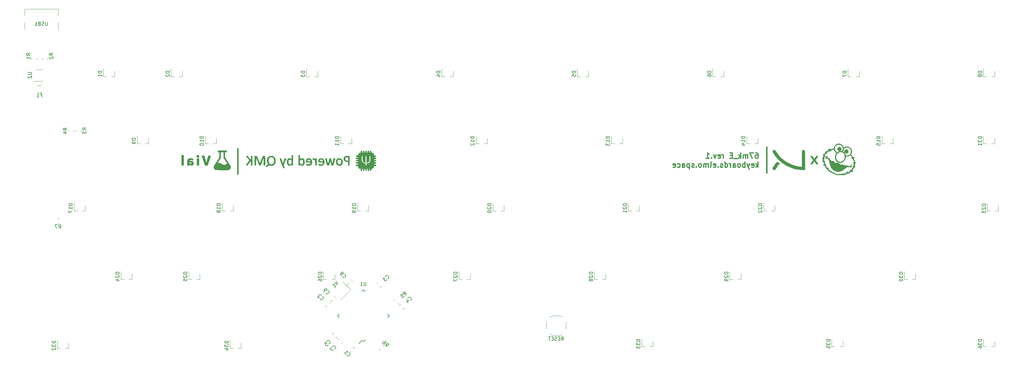
<source format=gbr>
%TF.GenerationSoftware,KiCad,Pcbnew,(5.1.10)-1*%
%TF.CreationDate,2021-07-23T21:16:20+02:00*%
%TF.ProjectId,67_E,36375f45-2e6b-4696-9361-645f70636258,rev?*%
%TF.SameCoordinates,Original*%
%TF.FileFunction,Legend,Bot*%
%TF.FilePolarity,Positive*%
%FSLAX46Y46*%
G04 Gerber Fmt 4.6, Leading zero omitted, Abs format (unit mm)*
G04 Created by KiCad (PCBNEW (5.1.10)-1) date 2021-07-23 21:16:20*
%MOMM*%
%LPD*%
G01*
G04 APERTURE LIST*
%ADD10C,0.400000*%
%ADD11C,0.500000*%
%ADD12C,0.300000*%
%ADD13C,0.120000*%
%ADD14C,0.010000*%
%ADD15C,0.150000*%
G04 APERTURE END LIST*
D10*
X132270500Y-119308071D02*
X132270500Y-112165214D01*
X281051000Y-118927071D02*
X281051000Y-111784214D01*
D11*
X295298714Y-116419142D02*
X293727285Y-114419142D01*
X295298714Y-114419142D02*
X293727285Y-116419142D01*
D12*
X278014500Y-113346571D02*
X278300214Y-113346571D01*
X278443071Y-113418000D01*
X278514500Y-113489428D01*
X278657357Y-113703714D01*
X278728785Y-113989428D01*
X278728785Y-114560857D01*
X278657357Y-114703714D01*
X278585928Y-114775142D01*
X278443071Y-114846571D01*
X278157357Y-114846571D01*
X278014500Y-114775142D01*
X277943071Y-114703714D01*
X277871642Y-114560857D01*
X277871642Y-114203714D01*
X277943071Y-114060857D01*
X278014500Y-113989428D01*
X278157357Y-113918000D01*
X278443071Y-113918000D01*
X278585928Y-113989428D01*
X278657357Y-114060857D01*
X278728785Y-114203714D01*
X277371642Y-113346571D02*
X276371642Y-113346571D01*
X277014500Y-114846571D01*
X275800214Y-114846571D02*
X275800214Y-113846571D01*
X275800214Y-113989428D02*
X275728785Y-113918000D01*
X275585928Y-113846571D01*
X275371642Y-113846571D01*
X275228785Y-113918000D01*
X275157357Y-114060857D01*
X275157357Y-114846571D01*
X275157357Y-114060857D02*
X275085928Y-113918000D01*
X274943071Y-113846571D01*
X274728785Y-113846571D01*
X274585928Y-113918000D01*
X274514500Y-114060857D01*
X274514500Y-114846571D01*
X273800214Y-114846571D02*
X273800214Y-113346571D01*
X273657357Y-114275142D02*
X273228785Y-114846571D01*
X273228785Y-113846571D02*
X273800214Y-114418000D01*
X272943071Y-114989428D02*
X271800214Y-114989428D01*
X271443071Y-114060857D02*
X270943071Y-114060857D01*
X270728785Y-114846571D02*
X271443071Y-114846571D01*
X271443071Y-113346571D01*
X270728785Y-113346571D01*
X268943071Y-114846571D02*
X268943071Y-113846571D01*
X268943071Y-114132285D02*
X268871642Y-113989428D01*
X268800214Y-113918000D01*
X268657357Y-113846571D01*
X268514500Y-113846571D01*
X267443071Y-114775142D02*
X267585928Y-114846571D01*
X267871642Y-114846571D01*
X268014500Y-114775142D01*
X268085928Y-114632285D01*
X268085928Y-114060857D01*
X268014500Y-113918000D01*
X267871642Y-113846571D01*
X267585928Y-113846571D01*
X267443071Y-113918000D01*
X267371642Y-114060857D01*
X267371642Y-114203714D01*
X268085928Y-114346571D01*
X266871642Y-113846571D02*
X266514500Y-114846571D01*
X266157357Y-113846571D01*
X265585928Y-114703714D02*
X265514500Y-114775142D01*
X265585928Y-114846571D01*
X265657357Y-114775142D01*
X265585928Y-114703714D01*
X265585928Y-114846571D01*
X264085928Y-114846571D02*
X264943071Y-114846571D01*
X264514500Y-114846571D02*
X264514500Y-113346571D01*
X264657357Y-113560857D01*
X264800214Y-113703714D01*
X264943071Y-113775142D01*
X278657357Y-117396571D02*
X278657357Y-115896571D01*
X278514500Y-116825142D02*
X278085928Y-117396571D01*
X278085928Y-116396571D02*
X278657357Y-116968000D01*
X276871642Y-117325142D02*
X277014500Y-117396571D01*
X277300214Y-117396571D01*
X277443071Y-117325142D01*
X277514500Y-117182285D01*
X277514500Y-116610857D01*
X277443071Y-116468000D01*
X277300214Y-116396571D01*
X277014500Y-116396571D01*
X276871642Y-116468000D01*
X276800214Y-116610857D01*
X276800214Y-116753714D01*
X277514500Y-116896571D01*
X276300214Y-116396571D02*
X275943071Y-117396571D01*
X275585928Y-116396571D02*
X275943071Y-117396571D01*
X276085928Y-117753714D01*
X276157357Y-117825142D01*
X276300214Y-117896571D01*
X275014500Y-117396571D02*
X275014500Y-115896571D01*
X275014500Y-116468000D02*
X274871642Y-116396571D01*
X274585928Y-116396571D01*
X274443071Y-116468000D01*
X274371642Y-116539428D01*
X274300214Y-116682285D01*
X274300214Y-117110857D01*
X274371642Y-117253714D01*
X274443071Y-117325142D01*
X274585928Y-117396571D01*
X274871642Y-117396571D01*
X275014500Y-117325142D01*
X273443071Y-117396571D02*
X273585928Y-117325142D01*
X273657357Y-117253714D01*
X273728785Y-117110857D01*
X273728785Y-116682285D01*
X273657357Y-116539428D01*
X273585928Y-116468000D01*
X273443071Y-116396571D01*
X273228785Y-116396571D01*
X273085928Y-116468000D01*
X273014500Y-116539428D01*
X272943071Y-116682285D01*
X272943071Y-117110857D01*
X273014500Y-117253714D01*
X273085928Y-117325142D01*
X273228785Y-117396571D01*
X273443071Y-117396571D01*
X271657357Y-117396571D02*
X271657357Y-116610857D01*
X271728785Y-116468000D01*
X271871642Y-116396571D01*
X272157357Y-116396571D01*
X272300214Y-116468000D01*
X271657357Y-117325142D02*
X271800214Y-117396571D01*
X272157357Y-117396571D01*
X272300214Y-117325142D01*
X272371642Y-117182285D01*
X272371642Y-117039428D01*
X272300214Y-116896571D01*
X272157357Y-116825142D01*
X271800214Y-116825142D01*
X271657357Y-116753714D01*
X270943071Y-117396571D02*
X270943071Y-116396571D01*
X270943071Y-116682285D02*
X270871642Y-116539428D01*
X270800214Y-116468000D01*
X270657357Y-116396571D01*
X270514500Y-116396571D01*
X269371642Y-117396571D02*
X269371642Y-115896571D01*
X269371642Y-117325142D02*
X269514500Y-117396571D01*
X269800214Y-117396571D01*
X269943071Y-117325142D01*
X270014500Y-117253714D01*
X270085928Y-117110857D01*
X270085928Y-116682285D01*
X270014500Y-116539428D01*
X269943071Y-116468000D01*
X269800214Y-116396571D01*
X269514500Y-116396571D01*
X269371642Y-116468000D01*
X268728785Y-117325142D02*
X268585928Y-117396571D01*
X268300214Y-117396571D01*
X268157357Y-117325142D01*
X268085928Y-117182285D01*
X268085928Y-117110857D01*
X268157357Y-116968000D01*
X268300214Y-116896571D01*
X268514500Y-116896571D01*
X268657357Y-116825142D01*
X268728785Y-116682285D01*
X268728785Y-116610857D01*
X268657357Y-116468000D01*
X268514500Y-116396571D01*
X268300214Y-116396571D01*
X268157357Y-116468000D01*
X267443071Y-117253714D02*
X267371642Y-117325142D01*
X267443071Y-117396571D01*
X267514500Y-117325142D01*
X267443071Y-117253714D01*
X267443071Y-117396571D01*
X266157357Y-117325142D02*
X266300214Y-117396571D01*
X266585928Y-117396571D01*
X266728785Y-117325142D01*
X266800214Y-117182285D01*
X266800214Y-116610857D01*
X266728785Y-116468000D01*
X266585928Y-116396571D01*
X266300214Y-116396571D01*
X266157357Y-116468000D01*
X266085928Y-116610857D01*
X266085928Y-116753714D01*
X266800214Y-116896571D01*
X265228785Y-117396571D02*
X265371642Y-117325142D01*
X265443071Y-117182285D01*
X265443071Y-115896571D01*
X264657357Y-117396571D02*
X264657357Y-116396571D01*
X264657357Y-116539428D02*
X264585928Y-116468000D01*
X264443071Y-116396571D01*
X264228785Y-116396571D01*
X264085928Y-116468000D01*
X264014500Y-116610857D01*
X264014500Y-117396571D01*
X264014500Y-116610857D02*
X263943071Y-116468000D01*
X263800214Y-116396571D01*
X263585928Y-116396571D01*
X263443071Y-116468000D01*
X263371642Y-116610857D01*
X263371642Y-117396571D01*
X262443071Y-117396571D02*
X262585928Y-117325142D01*
X262657357Y-117253714D01*
X262728785Y-117110857D01*
X262728785Y-116682285D01*
X262657357Y-116539428D01*
X262585928Y-116468000D01*
X262443071Y-116396571D01*
X262228785Y-116396571D01*
X262085928Y-116468000D01*
X262014500Y-116539428D01*
X261943071Y-116682285D01*
X261943071Y-117110857D01*
X262014500Y-117253714D01*
X262085928Y-117325142D01*
X262228785Y-117396571D01*
X262443071Y-117396571D01*
X261300214Y-117253714D02*
X261228785Y-117325142D01*
X261300214Y-117396571D01*
X261371642Y-117325142D01*
X261300214Y-117253714D01*
X261300214Y-117396571D01*
X260657357Y-117325142D02*
X260514500Y-117396571D01*
X260228785Y-117396571D01*
X260085928Y-117325142D01*
X260014500Y-117182285D01*
X260014500Y-117110857D01*
X260085928Y-116968000D01*
X260228785Y-116896571D01*
X260443071Y-116896571D01*
X260585928Y-116825142D01*
X260657357Y-116682285D01*
X260657357Y-116610857D01*
X260585928Y-116468000D01*
X260443071Y-116396571D01*
X260228785Y-116396571D01*
X260085928Y-116468000D01*
X259371642Y-116396571D02*
X259371642Y-117896571D01*
X259371642Y-116468000D02*
X259228785Y-116396571D01*
X258943071Y-116396571D01*
X258800214Y-116468000D01*
X258728785Y-116539428D01*
X258657357Y-116682285D01*
X258657357Y-117110857D01*
X258728785Y-117253714D01*
X258800214Y-117325142D01*
X258943071Y-117396571D01*
X259228785Y-117396571D01*
X259371642Y-117325142D01*
X257371642Y-117396571D02*
X257371642Y-116610857D01*
X257443071Y-116468000D01*
X257585928Y-116396571D01*
X257871642Y-116396571D01*
X258014500Y-116468000D01*
X257371642Y-117325142D02*
X257514500Y-117396571D01*
X257871642Y-117396571D01*
X258014500Y-117325142D01*
X258085928Y-117182285D01*
X258085928Y-117039428D01*
X258014500Y-116896571D01*
X257871642Y-116825142D01*
X257514500Y-116825142D01*
X257371642Y-116753714D01*
X256014500Y-117325142D02*
X256157357Y-117396571D01*
X256443071Y-117396571D01*
X256585928Y-117325142D01*
X256657357Y-117253714D01*
X256728785Y-117110857D01*
X256728785Y-116682285D01*
X256657357Y-116539428D01*
X256585928Y-116468000D01*
X256443071Y-116396571D01*
X256157357Y-116396571D01*
X256014500Y-116468000D01*
X254800214Y-117325142D02*
X254943071Y-117396571D01*
X255228785Y-117396571D01*
X255371642Y-117325142D01*
X255443071Y-117182285D01*
X255443071Y-116610857D01*
X255371642Y-116468000D01*
X255228785Y-116396571D01*
X254943071Y-116396571D01*
X254800214Y-116468000D01*
X254728785Y-116610857D01*
X254728785Y-116753714D01*
X255443071Y-116896571D01*
D13*
%TO.C,D34*%
X133215500Y-168400000D02*
X132285500Y-168400000D01*
X130055500Y-168400000D02*
X130985500Y-168400000D01*
X130055500Y-168400000D02*
X130055500Y-166240000D01*
X133215500Y-168400000D02*
X133215500Y-166940000D01*
%TO.C,D31*%
X345242000Y-110742000D02*
X344312000Y-110742000D01*
X342082000Y-110742000D02*
X343012000Y-110742000D01*
X342082000Y-110742000D02*
X342082000Y-108582000D01*
X345242000Y-110742000D02*
X345242000Y-109282000D01*
%TO.C,D1*%
X97592000Y-91819000D02*
X96662000Y-91819000D01*
X94432000Y-91819000D02*
X95362000Y-91819000D01*
X94432000Y-91819000D02*
X94432000Y-89659000D01*
X97592000Y-91819000D02*
X97592000Y-90359000D01*
D14*
%TO.C,G\u002A\u002A\u002A*%
G36*
X283955293Y-115880871D02*
G01*
X283888026Y-115951194D01*
X283796699Y-116059156D01*
X283686949Y-116197196D01*
X283564411Y-116357752D01*
X283434720Y-116533261D01*
X283303513Y-116716161D01*
X283176424Y-116898891D01*
X283059090Y-117073889D01*
X282957147Y-117233592D01*
X282918285Y-117297631D01*
X282817569Y-117491774D01*
X282767139Y-117654114D01*
X282766190Y-117790558D01*
X282813916Y-117907009D01*
X282831804Y-117931727D01*
X282947813Y-118035560D01*
X283088556Y-118095689D01*
X283236925Y-118108584D01*
X283375813Y-118070716D01*
X283409999Y-118050982D01*
X283465116Y-117998634D01*
X283539546Y-117906602D01*
X283621245Y-117790421D01*
X283663999Y-117723350D01*
X283864766Y-117412002D01*
X284087161Y-117094234D01*
X284314797Y-116792723D01*
X284501070Y-116565103D01*
X284593798Y-116456105D01*
X284669016Y-116366233D01*
X284718434Y-116305492D01*
X284734000Y-116284025D01*
X284708351Y-116265176D01*
X284639650Y-116222479D01*
X284540267Y-116163082D01*
X284422572Y-116094134D01*
X284298933Y-116022782D01*
X284181720Y-115956174D01*
X284083304Y-115901458D01*
X284016053Y-115865782D01*
X283992865Y-115855750D01*
X283955293Y-115880871D01*
G37*
X283955293Y-115880871D02*
X283888026Y-115951194D01*
X283796699Y-116059156D01*
X283686949Y-116197196D01*
X283564411Y-116357752D01*
X283434720Y-116533261D01*
X283303513Y-116716161D01*
X283176424Y-116898891D01*
X283059090Y-117073889D01*
X282957147Y-117233592D01*
X282918285Y-117297631D01*
X282817569Y-117491774D01*
X282767139Y-117654114D01*
X282766190Y-117790558D01*
X282813916Y-117907009D01*
X282831804Y-117931727D01*
X282947813Y-118035560D01*
X283088556Y-118095689D01*
X283236925Y-118108584D01*
X283375813Y-118070716D01*
X283409999Y-118050982D01*
X283465116Y-117998634D01*
X283539546Y-117906602D01*
X283621245Y-117790421D01*
X283663999Y-117723350D01*
X283864766Y-117412002D01*
X284087161Y-117094234D01*
X284314797Y-116792723D01*
X284501070Y-116565103D01*
X284593798Y-116456105D01*
X284669016Y-116366233D01*
X284718434Y-116305492D01*
X284734000Y-116284025D01*
X284708351Y-116265176D01*
X284639650Y-116222479D01*
X284540267Y-116163082D01*
X284422572Y-116094134D01*
X284298933Y-116022782D01*
X284181720Y-115956174D01*
X284083304Y-115901458D01*
X284016053Y-115865782D01*
X283992865Y-115855750D01*
X283955293Y-115880871D01*
G36*
X283072059Y-112540844D02*
G01*
X282935827Y-112604084D01*
X282833869Y-112711824D01*
X282775638Y-112855510D01*
X282765619Y-112953791D01*
X282773733Y-113030633D01*
X282802034Y-113117612D01*
X282856251Y-113228461D01*
X282942102Y-113376901D01*
X283367628Y-114021432D01*
X283845017Y-114629812D01*
X284373256Y-115201051D01*
X284951332Y-115734161D01*
X285578234Y-116228153D01*
X286252948Y-116682037D01*
X286448500Y-116800737D01*
X287020894Y-117109092D01*
X287638533Y-117383392D01*
X288290929Y-117620003D01*
X288967588Y-117815295D01*
X289658021Y-117965632D01*
X289956875Y-118015604D01*
X290129332Y-118038164D01*
X290327799Y-118058143D01*
X290543369Y-118075258D01*
X290767136Y-118089226D01*
X290990191Y-118099765D01*
X291203627Y-118106589D01*
X291398537Y-118109418D01*
X291566014Y-118107966D01*
X291697149Y-118101952D01*
X291783036Y-118091092D01*
X291814767Y-118075102D01*
X291814789Y-118074671D01*
X291814860Y-118036795D01*
X291814902Y-117940224D01*
X291814916Y-117789764D01*
X291814905Y-117590222D01*
X291814868Y-117346402D01*
X291814807Y-117063112D01*
X291814722Y-116745156D01*
X291814615Y-116397340D01*
X291814486Y-116024469D01*
X291814337Y-115631351D01*
X291814256Y-115432455D01*
X291814119Y-114953972D01*
X291813934Y-114534878D01*
X291813414Y-114171061D01*
X291812269Y-113858408D01*
X291810212Y-113592809D01*
X291806953Y-113370151D01*
X291802205Y-113186325D01*
X291795679Y-113037217D01*
X291787086Y-112918716D01*
X291776139Y-112826711D01*
X291762547Y-112757091D01*
X291746024Y-112705743D01*
X291726279Y-112668557D01*
X291703026Y-112641420D01*
X291675975Y-112620222D01*
X291644839Y-112600851D01*
X291614272Y-112582328D01*
X291487112Y-112535067D01*
X291343224Y-112530905D01*
X291207342Y-112567902D01*
X291126498Y-112620626D01*
X291094306Y-112650366D01*
X291066471Y-112679073D01*
X291042675Y-112711336D01*
X291022602Y-112751741D01*
X291005936Y-112804876D01*
X290992360Y-112875327D01*
X290981557Y-112967682D01*
X290973212Y-113086529D01*
X290967007Y-113236455D01*
X290962625Y-113422046D01*
X290959752Y-113647890D01*
X290958069Y-113918575D01*
X290957260Y-114238687D01*
X290957010Y-114612814D01*
X290957000Y-115045543D01*
X290957000Y-117253193D01*
X290726813Y-117234212D01*
X289958224Y-117140055D01*
X289209014Y-116986295D01*
X288481270Y-116773653D01*
X287777079Y-116502849D01*
X287098528Y-116174601D01*
X286447705Y-115789631D01*
X286349184Y-115724756D01*
X285799632Y-115322874D01*
X285270797Y-114867022D01*
X284770546Y-114365419D01*
X284306744Y-113826279D01*
X283887256Y-113257821D01*
X283676466Y-112932716D01*
X283573585Y-112773715D01*
X283488059Y-112663049D01*
X283409960Y-112591715D01*
X283329358Y-112550710D01*
X283236325Y-112531030D01*
X283233114Y-112530661D01*
X283072059Y-112540844D01*
G37*
X283072059Y-112540844D02*
X282935827Y-112604084D01*
X282833869Y-112711824D01*
X282775638Y-112855510D01*
X282765619Y-112953791D01*
X282773733Y-113030633D01*
X282802034Y-113117612D01*
X282856251Y-113228461D01*
X282942102Y-113376901D01*
X283367628Y-114021432D01*
X283845017Y-114629812D01*
X284373256Y-115201051D01*
X284951332Y-115734161D01*
X285578234Y-116228153D01*
X286252948Y-116682037D01*
X286448500Y-116800737D01*
X287020894Y-117109092D01*
X287638533Y-117383392D01*
X288290929Y-117620003D01*
X288967588Y-117815295D01*
X289658021Y-117965632D01*
X289956875Y-118015604D01*
X290129332Y-118038164D01*
X290327799Y-118058143D01*
X290543369Y-118075258D01*
X290767136Y-118089226D01*
X290990191Y-118099765D01*
X291203627Y-118106589D01*
X291398537Y-118109418D01*
X291566014Y-118107966D01*
X291697149Y-118101952D01*
X291783036Y-118091092D01*
X291814767Y-118075102D01*
X291814789Y-118074671D01*
X291814860Y-118036795D01*
X291814902Y-117940224D01*
X291814916Y-117789764D01*
X291814905Y-117590222D01*
X291814868Y-117346402D01*
X291814807Y-117063112D01*
X291814722Y-116745156D01*
X291814615Y-116397340D01*
X291814486Y-116024469D01*
X291814337Y-115631351D01*
X291814256Y-115432455D01*
X291814119Y-114953972D01*
X291813934Y-114534878D01*
X291813414Y-114171061D01*
X291812269Y-113858408D01*
X291810212Y-113592809D01*
X291806953Y-113370151D01*
X291802205Y-113186325D01*
X291795679Y-113037217D01*
X291787086Y-112918716D01*
X291776139Y-112826711D01*
X291762547Y-112757091D01*
X291746024Y-112705743D01*
X291726279Y-112668557D01*
X291703026Y-112641420D01*
X291675975Y-112620222D01*
X291644839Y-112600851D01*
X291614272Y-112582328D01*
X291487112Y-112535067D01*
X291343224Y-112530905D01*
X291207342Y-112567902D01*
X291126498Y-112620626D01*
X291094306Y-112650366D01*
X291066471Y-112679073D01*
X291042675Y-112711336D01*
X291022602Y-112751741D01*
X291005936Y-112804876D01*
X290992360Y-112875327D01*
X290981557Y-112967682D01*
X290973212Y-113086529D01*
X290967007Y-113236455D01*
X290962625Y-113422046D01*
X290959752Y-113647890D01*
X290958069Y-113918575D01*
X290957260Y-114238687D01*
X290957010Y-114612814D01*
X290957000Y-115045543D01*
X290957000Y-117253193D01*
X290726813Y-117234212D01*
X289958224Y-117140055D01*
X289209014Y-116986295D01*
X288481270Y-116773653D01*
X287777079Y-116502849D01*
X287098528Y-116174601D01*
X286447705Y-115789631D01*
X286349184Y-115724756D01*
X285799632Y-115322874D01*
X285270797Y-114867022D01*
X284770546Y-114365419D01*
X284306744Y-113826279D01*
X283887256Y-113257821D01*
X283676466Y-112932716D01*
X283573585Y-112773715D01*
X283488059Y-112663049D01*
X283409960Y-112591715D01*
X283329358Y-112550710D01*
X283236325Y-112531030D01*
X283233114Y-112530661D01*
X283072059Y-112540844D01*
G36*
X120899121Y-113997144D02*
G01*
X120838214Y-114006995D01*
X120792287Y-114030774D01*
X120743446Y-114074506D01*
X120736360Y-114081559D01*
X120682855Y-114142254D01*
X120657407Y-114199114D01*
X120650141Y-114276786D01*
X120650000Y-114297059D01*
X120670989Y-114422493D01*
X120731085Y-114518575D01*
X120825984Y-114582333D01*
X120951383Y-114610800D01*
X121093046Y-114602754D01*
X121205632Y-114561002D01*
X121285646Y-114482319D01*
X121329024Y-114371824D01*
X121335800Y-114297059D01*
X121330993Y-114212241D01*
X121309987Y-114153181D01*
X121262904Y-114095233D01*
X121249440Y-114081560D01*
X121199005Y-114034957D01*
X121153685Y-114009048D01*
X121095586Y-113997808D01*
X121006817Y-113995216D01*
X120992900Y-113995199D01*
X120899121Y-113997144D01*
G37*
X120899121Y-113997144D02*
X120838214Y-114006995D01*
X120792287Y-114030774D01*
X120743446Y-114074506D01*
X120736360Y-114081559D01*
X120682855Y-114142254D01*
X120657407Y-114199114D01*
X120650141Y-114276786D01*
X120650000Y-114297059D01*
X120670989Y-114422493D01*
X120731085Y-114518575D01*
X120825984Y-114582333D01*
X120951383Y-114610800D01*
X121093046Y-114602754D01*
X121205632Y-114561002D01*
X121285646Y-114482319D01*
X121329024Y-114371824D01*
X121335800Y-114297059D01*
X121330993Y-114212241D01*
X121309987Y-114153181D01*
X121262904Y-114095233D01*
X121249440Y-114081560D01*
X121199005Y-114034957D01*
X121153685Y-114009048D01*
X121095586Y-113997808D01*
X121006817Y-113995216D01*
X120992900Y-113995199D01*
X120899121Y-113997144D01*
G36*
X116433600Y-116840000D02*
G01*
X117043200Y-116840000D01*
X117043200Y-113995200D01*
X116433600Y-113995200D01*
X116433600Y-116840000D01*
G37*
X116433600Y-116840000D02*
X117043200Y-116840000D01*
X117043200Y-113995200D01*
X116433600Y-113995200D01*
X116433600Y-116840000D01*
G36*
X120700800Y-116840000D02*
G01*
X121310400Y-116840000D01*
X121310400Y-114909600D01*
X120700800Y-114909600D01*
X120700800Y-116840000D01*
G37*
X120700800Y-116840000D02*
X121310400Y-116840000D01*
X121310400Y-114909600D01*
X120700800Y-114909600D01*
X120700800Y-116840000D01*
G36*
X123955006Y-114230150D02*
G01*
X123934560Y-114296041D01*
X123903046Y-114399897D01*
X123862475Y-114534911D01*
X123814860Y-114694274D01*
X123762213Y-114871179D01*
X123706545Y-115058819D01*
X123649869Y-115250386D01*
X123594196Y-115439073D01*
X123541540Y-115618073D01*
X123493911Y-115780577D01*
X123453322Y-115919779D01*
X123421786Y-116028870D01*
X123401313Y-116101044D01*
X123394522Y-116126458D01*
X123380099Y-116175165D01*
X123371771Y-116175595D01*
X123370352Y-116161722D01*
X123362924Y-116128618D01*
X123342783Y-116053245D01*
X123311797Y-115941997D01*
X123271834Y-115801269D01*
X123224762Y-115637454D01*
X123172449Y-115456946D01*
X123116763Y-115266139D01*
X123059572Y-115071427D01*
X123002745Y-114879203D01*
X122948150Y-114695861D01*
X122897654Y-114527796D01*
X122853125Y-114381402D01*
X122816433Y-114263071D01*
X122806005Y-114230150D01*
X122779661Y-114147600D01*
X122448713Y-114147600D01*
X122307896Y-114148734D01*
X122211914Y-114152530D01*
X122154842Y-114159578D01*
X122130757Y-114170466D01*
X122129771Y-114179350D01*
X122140098Y-114208727D01*
X122165422Y-114281647D01*
X122204193Y-114393623D01*
X122254862Y-114540168D01*
X122315878Y-114716795D01*
X122385691Y-114919017D01*
X122462751Y-115142348D01*
X122545507Y-115382302D01*
X122594893Y-115525550D01*
X123048009Y-116840000D01*
X123744262Y-116840000D01*
X123820115Y-116617750D01*
X123844069Y-116547495D01*
X123882331Y-116435182D01*
X123932849Y-116286843D01*
X123993568Y-116108511D01*
X124062434Y-115906219D01*
X124137393Y-115686002D01*
X124216391Y-115453892D01*
X124278443Y-115271550D01*
X124660918Y-114147600D01*
X123981340Y-114147600D01*
X123955006Y-114230150D01*
G37*
X123955006Y-114230150D02*
X123934560Y-114296041D01*
X123903046Y-114399897D01*
X123862475Y-114534911D01*
X123814860Y-114694274D01*
X123762213Y-114871179D01*
X123706545Y-115058819D01*
X123649869Y-115250386D01*
X123594196Y-115439073D01*
X123541540Y-115618073D01*
X123493911Y-115780577D01*
X123453322Y-115919779D01*
X123421786Y-116028870D01*
X123401313Y-116101044D01*
X123394522Y-116126458D01*
X123380099Y-116175165D01*
X123371771Y-116175595D01*
X123370352Y-116161722D01*
X123362924Y-116128618D01*
X123342783Y-116053245D01*
X123311797Y-115941997D01*
X123271834Y-115801269D01*
X123224762Y-115637454D01*
X123172449Y-115456946D01*
X123116763Y-115266139D01*
X123059572Y-115071427D01*
X123002745Y-114879203D01*
X122948150Y-114695861D01*
X122897654Y-114527796D01*
X122853125Y-114381402D01*
X122816433Y-114263071D01*
X122806005Y-114230150D01*
X122779661Y-114147600D01*
X122448713Y-114147600D01*
X122307896Y-114148734D01*
X122211914Y-114152530D01*
X122154842Y-114159578D01*
X122130757Y-114170466D01*
X122129771Y-114179350D01*
X122140098Y-114208727D01*
X122165422Y-114281647D01*
X122204193Y-114393623D01*
X122254862Y-114540168D01*
X122315878Y-114716795D01*
X122385691Y-114919017D01*
X122462751Y-115142348D01*
X122545507Y-115382302D01*
X122594893Y-115525550D01*
X123048009Y-116840000D01*
X123744262Y-116840000D01*
X123820115Y-116617750D01*
X123844069Y-116547495D01*
X123882331Y-116435182D01*
X123932849Y-116286843D01*
X123993568Y-116108511D01*
X124062434Y-115906219D01*
X124137393Y-115686002D01*
X124216391Y-115453892D01*
X124278443Y-115271550D01*
X124660918Y-114147600D01*
X123981340Y-114147600D01*
X123955006Y-114230150D01*
G36*
X118743233Y-114872407D02*
G01*
X118641567Y-114874409D01*
X118568705Y-114880133D01*
X118513651Y-114891302D01*
X118465406Y-114909642D01*
X118412973Y-114936877D01*
X118389400Y-114950065D01*
X118251332Y-115056151D01*
X118147004Y-115198930D01*
X118078286Y-115375535D01*
X118061596Y-115452648D01*
X118053653Y-115523956D01*
X118046595Y-115636533D01*
X118040764Y-115780849D01*
X118036502Y-115947376D01*
X118034153Y-116126584D01*
X118033800Y-116226130D01*
X118033800Y-116840000D01*
X118618000Y-116840000D01*
X118618000Y-116601090D01*
X118713250Y-116693904D01*
X118815317Y-116777869D01*
X118923691Y-116831002D01*
X119052865Y-116858436D01*
X119197390Y-116865400D01*
X119315852Y-116861804D01*
X119402779Y-116848631D01*
X119477081Y-116822296D01*
X119509355Y-116806299D01*
X119593924Y-116747392D01*
X119673650Y-116669464D01*
X119697088Y-116639599D01*
X119739315Y-116571594D01*
X119764197Y-116504426D01*
X119777398Y-116418528D01*
X119782307Y-116345218D01*
X119780519Y-116244670D01*
X119217947Y-116244670D01*
X119192218Y-116327302D01*
X119148991Y-116392369D01*
X119129020Y-116408029D01*
X119050435Y-116431307D01*
X118950416Y-116432155D01*
X118852078Y-116412552D01*
X118783335Y-116378446D01*
X118708951Y-116294129D01*
X118651667Y-116180640D01*
X118621136Y-116059060D01*
X118618558Y-116018617D01*
X118618000Y-115921134D01*
X118725950Y-115937492D01*
X118894411Y-115966013D01*
X119019165Y-115995391D01*
X119107249Y-116028926D01*
X119165696Y-116069919D01*
X119201542Y-116121671D01*
X119217470Y-116168096D01*
X119217947Y-116244670D01*
X119780519Y-116244670D01*
X119779151Y-116167799D01*
X119747788Y-116020656D01*
X119684714Y-115900514D01*
X119586425Y-115804092D01*
X119449415Y-115728113D01*
X119270181Y-115669299D01*
X119045217Y-115624371D01*
X119005226Y-115618322D01*
X118880381Y-115600455D01*
X118772235Y-115585597D01*
X118691537Y-115575183D01*
X118649035Y-115570646D01*
X118646997Y-115570564D01*
X118623216Y-115552228D01*
X118626901Y-115506718D01*
X118653586Y-115446368D01*
X118698801Y-115383508D01*
X118724188Y-115357519D01*
X118764846Y-115322479D01*
X118802442Y-115301652D01*
X118850718Y-115292172D01*
X118923414Y-115291173D01*
X119022793Y-115295238D01*
X119143873Y-115303942D01*
X119236743Y-115320218D01*
X119323959Y-115349782D01*
X119426405Y-115397515D01*
X119610386Y-115489292D01*
X119595900Y-114998500D01*
X119418100Y-114935903D01*
X119338443Y-114909954D01*
X119264452Y-114892192D01*
X119183253Y-114881083D01*
X119081969Y-114875095D01*
X118947725Y-114872695D01*
X118884700Y-114872403D01*
X118743233Y-114872407D01*
G37*
X118743233Y-114872407D02*
X118641567Y-114874409D01*
X118568705Y-114880133D01*
X118513651Y-114891302D01*
X118465406Y-114909642D01*
X118412973Y-114936877D01*
X118389400Y-114950065D01*
X118251332Y-115056151D01*
X118147004Y-115198930D01*
X118078286Y-115375535D01*
X118061596Y-115452648D01*
X118053653Y-115523956D01*
X118046595Y-115636533D01*
X118040764Y-115780849D01*
X118036502Y-115947376D01*
X118034153Y-116126584D01*
X118033800Y-116226130D01*
X118033800Y-116840000D01*
X118618000Y-116840000D01*
X118618000Y-116601090D01*
X118713250Y-116693904D01*
X118815317Y-116777869D01*
X118923691Y-116831002D01*
X119052865Y-116858436D01*
X119197390Y-116865400D01*
X119315852Y-116861804D01*
X119402779Y-116848631D01*
X119477081Y-116822296D01*
X119509355Y-116806299D01*
X119593924Y-116747392D01*
X119673650Y-116669464D01*
X119697088Y-116639599D01*
X119739315Y-116571594D01*
X119764197Y-116504426D01*
X119777398Y-116418528D01*
X119782307Y-116345218D01*
X119780519Y-116244670D01*
X119217947Y-116244670D01*
X119192218Y-116327302D01*
X119148991Y-116392369D01*
X119129020Y-116408029D01*
X119050435Y-116431307D01*
X118950416Y-116432155D01*
X118852078Y-116412552D01*
X118783335Y-116378446D01*
X118708951Y-116294129D01*
X118651667Y-116180640D01*
X118621136Y-116059060D01*
X118618558Y-116018617D01*
X118618000Y-115921134D01*
X118725950Y-115937492D01*
X118894411Y-115966013D01*
X119019165Y-115995391D01*
X119107249Y-116028926D01*
X119165696Y-116069919D01*
X119201542Y-116121671D01*
X119217470Y-116168096D01*
X119217947Y-116244670D01*
X119780519Y-116244670D01*
X119779151Y-116167799D01*
X119747788Y-116020656D01*
X119684714Y-115900514D01*
X119586425Y-115804092D01*
X119449415Y-115728113D01*
X119270181Y-115669299D01*
X119045217Y-115624371D01*
X119005226Y-115618322D01*
X118880381Y-115600455D01*
X118772235Y-115585597D01*
X118691537Y-115575183D01*
X118649035Y-115570646D01*
X118646997Y-115570564D01*
X118623216Y-115552228D01*
X118626901Y-115506718D01*
X118653586Y-115446368D01*
X118698801Y-115383508D01*
X118724188Y-115357519D01*
X118764846Y-115322479D01*
X118802442Y-115301652D01*
X118850718Y-115292172D01*
X118923414Y-115291173D01*
X119022793Y-115295238D01*
X119143873Y-115303942D01*
X119236743Y-115320218D01*
X119323959Y-115349782D01*
X119426405Y-115397515D01*
X119610386Y-115489292D01*
X119595900Y-114998500D01*
X119418100Y-114935903D01*
X119338443Y-114909954D01*
X119264452Y-114892192D01*
X119183253Y-114881083D01*
X119081969Y-114875095D01*
X118947725Y-114872695D01*
X118884700Y-114872403D01*
X118743233Y-114872407D01*
G36*
X126644400Y-113080800D02*
G01*
X127076200Y-113080800D01*
X127076200Y-113868200D01*
X127075505Y-114065736D01*
X127073529Y-114244291D01*
X127070440Y-114397992D01*
X127066405Y-114520965D01*
X127061593Y-114607338D01*
X127056169Y-114651239D01*
X127053763Y-114655599D01*
X127027719Y-114676217D01*
X127015959Y-114700049D01*
X126990892Y-114753132D01*
X126955846Y-114811603D01*
X126919963Y-114866962D01*
X126868473Y-114948239D01*
X126812369Y-115038078D01*
X126811052Y-115040203D01*
X126760915Y-115119842D01*
X126720686Y-115181368D01*
X126698093Y-115213003D01*
X126696752Y-115214400D01*
X126669147Y-115249739D01*
X126633093Y-115307227D01*
X126603061Y-115363673D01*
X126601642Y-115366800D01*
X126577550Y-115407773D01*
X126568428Y-115417600D01*
X126549754Y-115443170D01*
X126510824Y-115503451D01*
X126457308Y-115589464D01*
X126394878Y-115692234D01*
X126394159Y-115693430D01*
X126329281Y-115799433D01*
X126270641Y-115891648D01*
X126224819Y-115959951D01*
X126198935Y-115993694D01*
X126167953Y-116041018D01*
X126161800Y-116067114D01*
X126147759Y-116099738D01*
X126136884Y-116103400D01*
X126112809Y-116124951D01*
X126096031Y-116166900D01*
X126078412Y-116214386D01*
X126063223Y-116230400D01*
X126041681Y-116250583D01*
X126008775Y-116300860D01*
X125998477Y-116319300D01*
X125962887Y-116375679D01*
X125933361Y-116406339D01*
X125927702Y-116408200D01*
X125914969Y-116423276D01*
X125917555Y-116428834D01*
X125910950Y-116459494D01*
X125878487Y-116509273D01*
X125868254Y-116521685D01*
X125827334Y-116577838D01*
X125806772Y-116622759D01*
X125806200Y-116628050D01*
X125791405Y-116659238D01*
X125781284Y-116662200D01*
X125757209Y-116683751D01*
X125740431Y-116725700D01*
X125722812Y-116773186D01*
X125707623Y-116789200D01*
X125686081Y-116809383D01*
X125653175Y-116859660D01*
X125642877Y-116878100D01*
X125607935Y-116934419D01*
X125579926Y-116965106D01*
X125574752Y-116967000D01*
X125557246Y-116989177D01*
X125540292Y-117043759D01*
X125537825Y-117055900D01*
X125521195Y-117114506D01*
X125501799Y-117143974D01*
X125498574Y-117144800D01*
X125488633Y-117168305D01*
X125480926Y-117231267D01*
X125476572Y-117322354D01*
X125476000Y-117373400D01*
X125478286Y-117474066D01*
X125484407Y-117552116D01*
X125493263Y-117596216D01*
X125498225Y-117602000D01*
X125518070Y-117623970D01*
X125535457Y-117677095D01*
X125535985Y-117679674D01*
X125560170Y-117750324D01*
X125591472Y-117800324D01*
X125702821Y-117916722D01*
X125788143Y-117997640D01*
X125852681Y-118047630D01*
X125901679Y-118071246D01*
X125904266Y-118071930D01*
X125960751Y-118094770D01*
X125989159Y-118118363D01*
X126006467Y-118124553D01*
X126051905Y-118129965D01*
X126127964Y-118134643D01*
X126237132Y-118138634D01*
X126381900Y-118141983D01*
X126564758Y-118144735D01*
X126788194Y-118146935D01*
X127054700Y-118148629D01*
X127366764Y-118149861D01*
X127726877Y-118150679D01*
X127767413Y-118150742D01*
X128064427Y-118151036D01*
X128348413Y-118151024D01*
X128614985Y-118150725D01*
X128859757Y-118150157D01*
X129078345Y-118149339D01*
X129266363Y-118148290D01*
X129419426Y-118147027D01*
X129533149Y-118145570D01*
X129603145Y-118143938D01*
X129622550Y-118142859D01*
X129683783Y-118131119D01*
X129716236Y-118115203D01*
X129717800Y-118111220D01*
X129739359Y-118090203D01*
X129783475Y-118073623D01*
X129872500Y-118032247D01*
X129967136Y-117957727D01*
X130057303Y-117862086D01*
X130132919Y-117757347D01*
X130183905Y-117655533D01*
X130200400Y-117576362D01*
X130209983Y-117540454D01*
X130225800Y-117538500D01*
X130240271Y-117524586D01*
X130248958Y-117464926D01*
X130251200Y-117387599D01*
X130247641Y-117300733D01*
X130238197Y-117241194D01*
X130225800Y-117221000D01*
X130203929Y-117200159D01*
X130200400Y-117178734D01*
X130191053Y-117130587D01*
X130168085Y-117065545D01*
X130139107Y-117001006D01*
X130111730Y-116954368D01*
X130096666Y-116941600D01*
X130077995Y-116920132D01*
X130062970Y-116878100D01*
X130042574Y-116830528D01*
X130022117Y-116814600D01*
X129999715Y-116794151D01*
X129997200Y-116778314D01*
X129980477Y-116730926D01*
X129961392Y-116706220D01*
X129929490Y-116666077D01*
X129883057Y-116598254D01*
X129841744Y-116532955D01*
X129795148Y-116460154D01*
X129757135Y-116407192D01*
X129737852Y-116387033D01*
X129718983Y-116357804D01*
X129717800Y-116346469D01*
X129702313Y-116305593D01*
X129685014Y-116281200D01*
X129336800Y-116281200D01*
X129316383Y-116304084D01*
X129300817Y-116306600D01*
X129262844Y-116318235D01*
X129256367Y-116326084D01*
X129230598Y-116355837D01*
X129178232Y-116401996D01*
X129113336Y-116453640D01*
X129049977Y-116499845D01*
X129002222Y-116529689D01*
X128987051Y-116535200D01*
X128954173Y-116549954D01*
X128951567Y-116554250D01*
X128918133Y-116586071D01*
X128855407Y-116620837D01*
X128783409Y-116649278D01*
X128722157Y-116662123D01*
X128718431Y-116662200D01*
X128663693Y-116671225D01*
X128638300Y-116687600D01*
X128606757Y-116700325D01*
X128538991Y-116709438D01*
X128449549Y-116712998D01*
X128447800Y-116713000D01*
X128358097Y-116709559D01*
X128289803Y-116700530D01*
X128257466Y-116687853D01*
X128257300Y-116687600D01*
X128223997Y-116671364D01*
X128160826Y-116662664D01*
X128141501Y-116662200D01*
X128078435Y-116656487D01*
X128043729Y-116642242D01*
X128041400Y-116636800D01*
X128027217Y-116615428D01*
X128022350Y-116615675D01*
X127978579Y-116614560D01*
X127916845Y-116602157D01*
X127856789Y-116583894D01*
X127818054Y-116565196D01*
X127812800Y-116557773D01*
X127791582Y-116539203D01*
X127763815Y-116535200D01*
X127705579Y-116517928D01*
X127676729Y-116497100D01*
X127634714Y-116465926D01*
X127613229Y-116459000D01*
X127574642Y-116443213D01*
X127554265Y-116427205D01*
X127491218Y-116377220D01*
X127407236Y-116322436D01*
X127321386Y-116274253D01*
X127252737Y-116244069D01*
X127243356Y-116241346D01*
X127194885Y-116222820D01*
X127177800Y-116205531D01*
X127154547Y-116193312D01*
X127092587Y-116177582D01*
X127003624Y-116161122D01*
X126968250Y-116155701D01*
X126851153Y-116139017D01*
X126770521Y-116129357D01*
X126712574Y-116126264D01*
X126663529Y-116129287D01*
X126609607Y-116137970D01*
X126583117Y-116143016D01*
X126483734Y-116162188D01*
X126621217Y-115961344D01*
X126682083Y-115873425D01*
X126732680Y-115802189D01*
X126765912Y-115757535D01*
X126774327Y-115747800D01*
X126793469Y-115715854D01*
X126807789Y-115677950D01*
X126828195Y-115633716D01*
X126843536Y-115620800D01*
X126865753Y-115600597D01*
X126899040Y-115550277D01*
X126909324Y-115531900D01*
X126943130Y-115475687D01*
X126968484Y-115444952D01*
X126972781Y-115443000D01*
X126992732Y-115422665D01*
X127026811Y-115370616D01*
X127050800Y-115328700D01*
X127089783Y-115263734D01*
X127121343Y-115222326D01*
X127132820Y-115214400D01*
X127152121Y-115195237D01*
X127152400Y-115191360D01*
X127165377Y-115161788D01*
X127199213Y-115102312D01*
X127246265Y-115025078D01*
X127298889Y-114942235D01*
X127349444Y-114865928D01*
X127390287Y-114808306D01*
X127404919Y-114790022D01*
X127413456Y-114754072D01*
X127420388Y-114667893D01*
X127425698Y-114532027D01*
X127429369Y-114347021D01*
X127431384Y-114113417D01*
X127431800Y-113920072D01*
X127431800Y-113080800D01*
X128270000Y-113080800D01*
X128270000Y-113915574D01*
X128270131Y-114144096D01*
X128270732Y-114327342D01*
X128272113Y-114470835D01*
X128274589Y-114580100D01*
X128278469Y-114660660D01*
X128284068Y-114718038D01*
X128291696Y-114757760D01*
X128301665Y-114785347D01*
X128314288Y-114806324D01*
X128320800Y-114814930D01*
X128355944Y-114864113D01*
X128371553Y-114894871D01*
X128371600Y-114895628D01*
X128383234Y-114921974D01*
X128421801Y-114971540D01*
X128466850Y-115022967D01*
X128494011Y-115065394D01*
X128498600Y-115083469D01*
X128514358Y-115115192D01*
X128517650Y-115117033D01*
X128546421Y-115144297D01*
X128586344Y-115196725D01*
X128624608Y-115255504D01*
X128648403Y-115301821D01*
X128651000Y-115312854D01*
X128667209Y-115344098D01*
X128670050Y-115345633D01*
X128699478Y-115373433D01*
X128739663Y-115426582D01*
X128777805Y-115486080D01*
X128801102Y-115532925D01*
X128803400Y-115543571D01*
X128817554Y-115569145D01*
X128822450Y-115570049D01*
X128845366Y-115589597D01*
X128886196Y-115640508D01*
X128930400Y-115703393D01*
X128982488Y-115779335D01*
X129027391Y-115841063D01*
X129051050Y-115870258D01*
X129078268Y-115908184D01*
X129082800Y-115922624D01*
X129098454Y-115952858D01*
X129134590Y-115997010D01*
X129166450Y-116035684D01*
X129172102Y-116052572D01*
X129171662Y-116052600D01*
X129177215Y-116068717D01*
X129209303Y-116108767D01*
X129221473Y-116122190D01*
X129263983Y-116176013D01*
X129285390Y-116218738D01*
X129286000Y-116223790D01*
X129301934Y-116253481D01*
X129311400Y-116255800D01*
X129336062Y-116275128D01*
X129336800Y-116281200D01*
X129685014Y-116281200D01*
X129667000Y-116255800D01*
X129630503Y-116203242D01*
X129616200Y-116163013D01*
X129604390Y-116131743D01*
X129596362Y-116128800D01*
X129575715Y-116108437D01*
X129535736Y-116053483D01*
X129482838Y-115973139D01*
X129441455Y-115906550D01*
X129358481Y-115771068D01*
X129272253Y-115632096D01*
X129187579Y-115497190D01*
X129109265Y-115373908D01*
X129042119Y-115269806D01*
X128990946Y-115192444D01*
X128960555Y-115149377D01*
X128957462Y-115145622D01*
X128933474Y-115110892D01*
X128930400Y-115100952D01*
X128916721Y-115074092D01*
X128881736Y-115020731D01*
X128854200Y-114981769D01*
X128810296Y-114915243D01*
X128782757Y-114862133D01*
X128778000Y-114844405D01*
X128764694Y-114808552D01*
X128757869Y-114803766D01*
X128733152Y-114778493D01*
X128695531Y-114725422D01*
X128681669Y-114703401D01*
X128665742Y-114675673D01*
X128653156Y-114646598D01*
X128643518Y-114610168D01*
X128636437Y-114560375D01*
X128631517Y-114491211D01*
X128628367Y-114396667D01*
X128626594Y-114270736D01*
X128625804Y-114107408D01*
X128625604Y-113900675D01*
X128625600Y-113846151D01*
X128625600Y-113080800D01*
X129084855Y-113080800D01*
X129077478Y-112871250D01*
X129070100Y-112661700D01*
X127857250Y-112655103D01*
X126644400Y-112648507D01*
X126644400Y-113080800D01*
G37*
X126644400Y-113080800D02*
X127076200Y-113080800D01*
X127076200Y-113868200D01*
X127075505Y-114065736D01*
X127073529Y-114244291D01*
X127070440Y-114397992D01*
X127066405Y-114520965D01*
X127061593Y-114607338D01*
X127056169Y-114651239D01*
X127053763Y-114655599D01*
X127027719Y-114676217D01*
X127015959Y-114700049D01*
X126990892Y-114753132D01*
X126955846Y-114811603D01*
X126919963Y-114866962D01*
X126868473Y-114948239D01*
X126812369Y-115038078D01*
X126811052Y-115040203D01*
X126760915Y-115119842D01*
X126720686Y-115181368D01*
X126698093Y-115213003D01*
X126696752Y-115214400D01*
X126669147Y-115249739D01*
X126633093Y-115307227D01*
X126603061Y-115363673D01*
X126601642Y-115366800D01*
X126577550Y-115407773D01*
X126568428Y-115417600D01*
X126549754Y-115443170D01*
X126510824Y-115503451D01*
X126457308Y-115589464D01*
X126394878Y-115692234D01*
X126394159Y-115693430D01*
X126329281Y-115799433D01*
X126270641Y-115891648D01*
X126224819Y-115959951D01*
X126198935Y-115993694D01*
X126167953Y-116041018D01*
X126161800Y-116067114D01*
X126147759Y-116099738D01*
X126136884Y-116103400D01*
X126112809Y-116124951D01*
X126096031Y-116166900D01*
X126078412Y-116214386D01*
X126063223Y-116230400D01*
X126041681Y-116250583D01*
X126008775Y-116300860D01*
X125998477Y-116319300D01*
X125962887Y-116375679D01*
X125933361Y-116406339D01*
X125927702Y-116408200D01*
X125914969Y-116423276D01*
X125917555Y-116428834D01*
X125910950Y-116459494D01*
X125878487Y-116509273D01*
X125868254Y-116521685D01*
X125827334Y-116577838D01*
X125806772Y-116622759D01*
X125806200Y-116628050D01*
X125791405Y-116659238D01*
X125781284Y-116662200D01*
X125757209Y-116683751D01*
X125740431Y-116725700D01*
X125722812Y-116773186D01*
X125707623Y-116789200D01*
X125686081Y-116809383D01*
X125653175Y-116859660D01*
X125642877Y-116878100D01*
X125607935Y-116934419D01*
X125579926Y-116965106D01*
X125574752Y-116967000D01*
X125557246Y-116989177D01*
X125540292Y-117043759D01*
X125537825Y-117055900D01*
X125521195Y-117114506D01*
X125501799Y-117143974D01*
X125498574Y-117144800D01*
X125488633Y-117168305D01*
X125480926Y-117231267D01*
X125476572Y-117322354D01*
X125476000Y-117373400D01*
X125478286Y-117474066D01*
X125484407Y-117552116D01*
X125493263Y-117596216D01*
X125498225Y-117602000D01*
X125518070Y-117623970D01*
X125535457Y-117677095D01*
X125535985Y-117679674D01*
X125560170Y-117750324D01*
X125591472Y-117800324D01*
X125702821Y-117916722D01*
X125788143Y-117997640D01*
X125852681Y-118047630D01*
X125901679Y-118071246D01*
X125904266Y-118071930D01*
X125960751Y-118094770D01*
X125989159Y-118118363D01*
X126006467Y-118124553D01*
X126051905Y-118129965D01*
X126127964Y-118134643D01*
X126237132Y-118138634D01*
X126381900Y-118141983D01*
X126564758Y-118144735D01*
X126788194Y-118146935D01*
X127054700Y-118148629D01*
X127366764Y-118149861D01*
X127726877Y-118150679D01*
X127767413Y-118150742D01*
X128064427Y-118151036D01*
X128348413Y-118151024D01*
X128614985Y-118150725D01*
X128859757Y-118150157D01*
X129078345Y-118149339D01*
X129266363Y-118148290D01*
X129419426Y-118147027D01*
X129533149Y-118145570D01*
X129603145Y-118143938D01*
X129622550Y-118142859D01*
X129683783Y-118131119D01*
X129716236Y-118115203D01*
X129717800Y-118111220D01*
X129739359Y-118090203D01*
X129783475Y-118073623D01*
X129872500Y-118032247D01*
X129967136Y-117957727D01*
X130057303Y-117862086D01*
X130132919Y-117757347D01*
X130183905Y-117655533D01*
X130200400Y-117576362D01*
X130209983Y-117540454D01*
X130225800Y-117538500D01*
X130240271Y-117524586D01*
X130248958Y-117464926D01*
X130251200Y-117387599D01*
X130247641Y-117300733D01*
X130238197Y-117241194D01*
X130225800Y-117221000D01*
X130203929Y-117200159D01*
X130200400Y-117178734D01*
X130191053Y-117130587D01*
X130168085Y-117065545D01*
X130139107Y-117001006D01*
X130111730Y-116954368D01*
X130096666Y-116941600D01*
X130077995Y-116920132D01*
X130062970Y-116878100D01*
X130042574Y-116830528D01*
X130022117Y-116814600D01*
X129999715Y-116794151D01*
X129997200Y-116778314D01*
X129980477Y-116730926D01*
X129961392Y-116706220D01*
X129929490Y-116666077D01*
X129883057Y-116598254D01*
X129841744Y-116532955D01*
X129795148Y-116460154D01*
X129757135Y-116407192D01*
X129737852Y-116387033D01*
X129718983Y-116357804D01*
X129717800Y-116346469D01*
X129702313Y-116305593D01*
X129685014Y-116281200D01*
X129336800Y-116281200D01*
X129316383Y-116304084D01*
X129300817Y-116306600D01*
X129262844Y-116318235D01*
X129256367Y-116326084D01*
X129230598Y-116355837D01*
X129178232Y-116401996D01*
X129113336Y-116453640D01*
X129049977Y-116499845D01*
X129002222Y-116529689D01*
X128987051Y-116535200D01*
X128954173Y-116549954D01*
X128951567Y-116554250D01*
X128918133Y-116586071D01*
X128855407Y-116620837D01*
X128783409Y-116649278D01*
X128722157Y-116662123D01*
X128718431Y-116662200D01*
X128663693Y-116671225D01*
X128638300Y-116687600D01*
X128606757Y-116700325D01*
X128538991Y-116709438D01*
X128449549Y-116712998D01*
X128447800Y-116713000D01*
X128358097Y-116709559D01*
X128289803Y-116700530D01*
X128257466Y-116687853D01*
X128257300Y-116687600D01*
X128223997Y-116671364D01*
X128160826Y-116662664D01*
X128141501Y-116662200D01*
X128078435Y-116656487D01*
X128043729Y-116642242D01*
X128041400Y-116636800D01*
X128027217Y-116615428D01*
X128022350Y-116615675D01*
X127978579Y-116614560D01*
X127916845Y-116602157D01*
X127856789Y-116583894D01*
X127818054Y-116565196D01*
X127812800Y-116557773D01*
X127791582Y-116539203D01*
X127763815Y-116535200D01*
X127705579Y-116517928D01*
X127676729Y-116497100D01*
X127634714Y-116465926D01*
X127613229Y-116459000D01*
X127574642Y-116443213D01*
X127554265Y-116427205D01*
X127491218Y-116377220D01*
X127407236Y-116322436D01*
X127321386Y-116274253D01*
X127252737Y-116244069D01*
X127243356Y-116241346D01*
X127194885Y-116222820D01*
X127177800Y-116205531D01*
X127154547Y-116193312D01*
X127092587Y-116177582D01*
X127003624Y-116161122D01*
X126968250Y-116155701D01*
X126851153Y-116139017D01*
X126770521Y-116129357D01*
X126712574Y-116126264D01*
X126663529Y-116129287D01*
X126609607Y-116137970D01*
X126583117Y-116143016D01*
X126483734Y-116162188D01*
X126621217Y-115961344D01*
X126682083Y-115873425D01*
X126732680Y-115802189D01*
X126765912Y-115757535D01*
X126774327Y-115747800D01*
X126793469Y-115715854D01*
X126807789Y-115677950D01*
X126828195Y-115633716D01*
X126843536Y-115620800D01*
X126865753Y-115600597D01*
X126899040Y-115550277D01*
X126909324Y-115531900D01*
X126943130Y-115475687D01*
X126968484Y-115444952D01*
X126972781Y-115443000D01*
X126992732Y-115422665D01*
X127026811Y-115370616D01*
X127050800Y-115328700D01*
X127089783Y-115263734D01*
X127121343Y-115222326D01*
X127132820Y-115214400D01*
X127152121Y-115195237D01*
X127152400Y-115191360D01*
X127165377Y-115161788D01*
X127199213Y-115102312D01*
X127246265Y-115025078D01*
X127298889Y-114942235D01*
X127349444Y-114865928D01*
X127390287Y-114808306D01*
X127404919Y-114790022D01*
X127413456Y-114754072D01*
X127420388Y-114667893D01*
X127425698Y-114532027D01*
X127429369Y-114347021D01*
X127431384Y-114113417D01*
X127431800Y-113920072D01*
X127431800Y-113080800D01*
X128270000Y-113080800D01*
X128270000Y-113915574D01*
X128270131Y-114144096D01*
X128270732Y-114327342D01*
X128272113Y-114470835D01*
X128274589Y-114580100D01*
X128278469Y-114660660D01*
X128284068Y-114718038D01*
X128291696Y-114757760D01*
X128301665Y-114785347D01*
X128314288Y-114806324D01*
X128320800Y-114814930D01*
X128355944Y-114864113D01*
X128371553Y-114894871D01*
X128371600Y-114895628D01*
X128383234Y-114921974D01*
X128421801Y-114971540D01*
X128466850Y-115022967D01*
X128494011Y-115065394D01*
X128498600Y-115083469D01*
X128514358Y-115115192D01*
X128517650Y-115117033D01*
X128546421Y-115144297D01*
X128586344Y-115196725D01*
X128624608Y-115255504D01*
X128648403Y-115301821D01*
X128651000Y-115312854D01*
X128667209Y-115344098D01*
X128670050Y-115345633D01*
X128699478Y-115373433D01*
X128739663Y-115426582D01*
X128777805Y-115486080D01*
X128801102Y-115532925D01*
X128803400Y-115543571D01*
X128817554Y-115569145D01*
X128822450Y-115570049D01*
X128845366Y-115589597D01*
X128886196Y-115640508D01*
X128930400Y-115703393D01*
X128982488Y-115779335D01*
X129027391Y-115841063D01*
X129051050Y-115870258D01*
X129078268Y-115908184D01*
X129082800Y-115922624D01*
X129098454Y-115952858D01*
X129134590Y-115997010D01*
X129166450Y-116035684D01*
X129172102Y-116052572D01*
X129171662Y-116052600D01*
X129177215Y-116068717D01*
X129209303Y-116108767D01*
X129221473Y-116122190D01*
X129263983Y-116176013D01*
X129285390Y-116218738D01*
X129286000Y-116223790D01*
X129301934Y-116253481D01*
X129311400Y-116255800D01*
X129336062Y-116275128D01*
X129336800Y-116281200D01*
X129685014Y-116281200D01*
X129667000Y-116255800D01*
X129630503Y-116203242D01*
X129616200Y-116163013D01*
X129604390Y-116131743D01*
X129596362Y-116128800D01*
X129575715Y-116108437D01*
X129535736Y-116053483D01*
X129482838Y-115973139D01*
X129441455Y-115906550D01*
X129358481Y-115771068D01*
X129272253Y-115632096D01*
X129187579Y-115497190D01*
X129109265Y-115373908D01*
X129042119Y-115269806D01*
X128990946Y-115192444D01*
X128960555Y-115149377D01*
X128957462Y-115145622D01*
X128933474Y-115110892D01*
X128930400Y-115100952D01*
X128916721Y-115074092D01*
X128881736Y-115020731D01*
X128854200Y-114981769D01*
X128810296Y-114915243D01*
X128782757Y-114862133D01*
X128778000Y-114844405D01*
X128764694Y-114808552D01*
X128757869Y-114803766D01*
X128733152Y-114778493D01*
X128695531Y-114725422D01*
X128681669Y-114703401D01*
X128665742Y-114675673D01*
X128653156Y-114646598D01*
X128643518Y-114610168D01*
X128636437Y-114560375D01*
X128631517Y-114491211D01*
X128628367Y-114396667D01*
X128626594Y-114270736D01*
X128625804Y-114107408D01*
X128625604Y-113900675D01*
X128625600Y-113846151D01*
X128625600Y-113080800D01*
X129084855Y-113080800D01*
X129077478Y-112871250D01*
X129070100Y-112661700D01*
X127857250Y-112655103D01*
X126644400Y-112648507D01*
X126644400Y-113080800D01*
G36*
X134747505Y-114189047D02*
G01*
X134678049Y-114222461D01*
X134651750Y-114273301D01*
X134671828Y-114317772D01*
X134728752Y-114403388D01*
X134817563Y-114523502D01*
X134933299Y-114671464D01*
X135071001Y-114840626D01*
X135110112Y-114887647D01*
X135568474Y-115436319D01*
X135076734Y-116094170D01*
X134944251Y-116273836D01*
X134826043Y-116438816D01*
X134727085Y-116581783D01*
X134652352Y-116695407D01*
X134606819Y-116772363D01*
X134594858Y-116803948D01*
X134630207Y-116838669D01*
X134706454Y-116860892D01*
X134801965Y-116869183D01*
X134895107Y-116862106D01*
X134964249Y-116838226D01*
X134975511Y-116829203D01*
X135006487Y-116791593D01*
X135069118Y-116710325D01*
X135157654Y-116593053D01*
X135266341Y-116447431D01*
X135389428Y-116281111D01*
X135479369Y-116158800D01*
X135937625Y-115533997D01*
X135969375Y-116855875D01*
X136129345Y-116865238D01*
X136225560Y-116866483D01*
X136293963Y-116859291D01*
X136311908Y-116852009D01*
X136316794Y-116816364D01*
X136321317Y-116724025D01*
X136325360Y-116581797D01*
X136328808Y-116396486D01*
X136331542Y-116174895D01*
X136333448Y-115923832D01*
X136334407Y-115650100D01*
X136334500Y-115532172D01*
X136334500Y-114234928D01*
X136247188Y-114201688D01*
X136128650Y-114185123D01*
X136064625Y-114195679D01*
X135969375Y-114222909D01*
X135937625Y-115387303D01*
X135478490Y-114808569D01*
X135331734Y-114626630D01*
X135199853Y-114469055D01*
X135088300Y-114342002D01*
X135002527Y-114251630D01*
X134947986Y-114204098D01*
X134939071Y-114199311D01*
X134840921Y-114179680D01*
X134747505Y-114189047D01*
G37*
X134747505Y-114189047D02*
X134678049Y-114222461D01*
X134651750Y-114273301D01*
X134671828Y-114317772D01*
X134728752Y-114403388D01*
X134817563Y-114523502D01*
X134933299Y-114671464D01*
X135071001Y-114840626D01*
X135110112Y-114887647D01*
X135568474Y-115436319D01*
X135076734Y-116094170D01*
X134944251Y-116273836D01*
X134826043Y-116438816D01*
X134727085Y-116581783D01*
X134652352Y-116695407D01*
X134606819Y-116772363D01*
X134594858Y-116803948D01*
X134630207Y-116838669D01*
X134706454Y-116860892D01*
X134801965Y-116869183D01*
X134895107Y-116862106D01*
X134964249Y-116838226D01*
X134975511Y-116829203D01*
X135006487Y-116791593D01*
X135069118Y-116710325D01*
X135157654Y-116593053D01*
X135266341Y-116447431D01*
X135389428Y-116281111D01*
X135479369Y-116158800D01*
X135937625Y-115533997D01*
X135969375Y-116855875D01*
X136129345Y-116865238D01*
X136225560Y-116866483D01*
X136293963Y-116859291D01*
X136311908Y-116852009D01*
X136316794Y-116816364D01*
X136321317Y-116724025D01*
X136325360Y-116581797D01*
X136328808Y-116396486D01*
X136331542Y-116174895D01*
X136333448Y-115923832D01*
X136334407Y-115650100D01*
X136334500Y-115532172D01*
X136334500Y-114234928D01*
X136247188Y-114201688D01*
X136128650Y-114185123D01*
X136064625Y-114195679D01*
X135969375Y-114222909D01*
X135937625Y-115387303D01*
X135478490Y-114808569D01*
X135331734Y-114626630D01*
X135199853Y-114469055D01*
X135088300Y-114342002D01*
X135002527Y-114251630D01*
X134947986Y-114204098D01*
X134939071Y-114199311D01*
X134840921Y-114179680D01*
X134747505Y-114189047D01*
G36*
X137139255Y-114218480D02*
G01*
X137062136Y-114245959D01*
X137050785Y-114255000D01*
X137038152Y-114273406D01*
X137027911Y-114304759D01*
X137019878Y-114354936D01*
X137013865Y-114429817D01*
X137009688Y-114535279D01*
X137007159Y-114677201D01*
X137006093Y-114861461D01*
X137006304Y-115093938D01*
X137007605Y-115380509D01*
X137008830Y-115580563D01*
X137017125Y-116855875D01*
X137366375Y-116855875D01*
X137398125Y-114580555D01*
X137839747Y-115686465D01*
X137940331Y-115937392D01*
X138034491Y-116170464D01*
X138119435Y-116378910D01*
X138192375Y-116555963D01*
X138250521Y-116694855D01*
X138291082Y-116788818D01*
X138311270Y-116831083D01*
X138311947Y-116832062D01*
X138360664Y-116856802D01*
X138445523Y-116870669D01*
X138477625Y-116871750D01*
X138568390Y-116863046D01*
X138632075Y-116841274D01*
X138642740Y-116832062D01*
X138660594Y-116794277D01*
X138698361Y-116703963D01*
X138753339Y-116567927D01*
X138822826Y-116392978D01*
X138904119Y-116185922D01*
X138994515Y-115953567D01*
X139091313Y-115702720D01*
X139099065Y-115682547D01*
X139525375Y-114572719D01*
X139557125Y-116855875D01*
X139700166Y-116865234D01*
X139803186Y-116862530D01*
X139873159Y-116842365D01*
X139882728Y-116835072D01*
X139893573Y-116793096D01*
X139902807Y-116696135D01*
X139910435Y-116552680D01*
X139916463Y-116371225D01*
X139920895Y-116160264D01*
X139923735Y-115928290D01*
X139924990Y-115683795D01*
X139924663Y-115435273D01*
X139922759Y-115191217D01*
X139919284Y-114960120D01*
X139914242Y-114750476D01*
X139907638Y-114570778D01*
X139899476Y-114429518D01*
X139889762Y-114335191D01*
X139881286Y-114300000D01*
X139853320Y-114257164D01*
X139812249Y-114231956D01*
X139741232Y-114218548D01*
X139624508Y-114211162D01*
X139475824Y-114211687D01*
X139375912Y-114229871D01*
X139333991Y-114250035D01*
X139305682Y-114280914D01*
X139267353Y-114345125D01*
X139216998Y-114447144D01*
X139152611Y-114591445D01*
X139072187Y-114782503D01*
X138973720Y-115024792D01*
X138870749Y-115283434D01*
X138777374Y-115518098D01*
X138690814Y-115732759D01*
X138613927Y-115920556D01*
X138549567Y-116074630D01*
X138500590Y-116188120D01*
X138469852Y-116254168D01*
X138460686Y-116268500D01*
X138444138Y-116240233D01*
X138406558Y-116159966D01*
X138350890Y-116034495D01*
X138280081Y-115870618D01*
X138197075Y-115675133D01*
X138104819Y-115454837D01*
X138033552Y-115282812D01*
X137907199Y-114979994D01*
X137798390Y-114726616D01*
X137708077Y-114524763D01*
X137637218Y-114376518D01*
X137586765Y-114283968D01*
X137561064Y-114250937D01*
X137483629Y-114221109D01*
X137372510Y-114205876D01*
X137250216Y-114205059D01*
X137139255Y-114218480D01*
G37*
X137139255Y-114218480D02*
X137062136Y-114245959D01*
X137050785Y-114255000D01*
X137038152Y-114273406D01*
X137027911Y-114304759D01*
X137019878Y-114354936D01*
X137013865Y-114429817D01*
X137009688Y-114535279D01*
X137007159Y-114677201D01*
X137006093Y-114861461D01*
X137006304Y-115093938D01*
X137007605Y-115380509D01*
X137008830Y-115580563D01*
X137017125Y-116855875D01*
X137366375Y-116855875D01*
X137398125Y-114580555D01*
X137839747Y-115686465D01*
X137940331Y-115937392D01*
X138034491Y-116170464D01*
X138119435Y-116378910D01*
X138192375Y-116555963D01*
X138250521Y-116694855D01*
X138291082Y-116788818D01*
X138311270Y-116831083D01*
X138311947Y-116832062D01*
X138360664Y-116856802D01*
X138445523Y-116870669D01*
X138477625Y-116871750D01*
X138568390Y-116863046D01*
X138632075Y-116841274D01*
X138642740Y-116832062D01*
X138660594Y-116794277D01*
X138698361Y-116703963D01*
X138753339Y-116567927D01*
X138822826Y-116392978D01*
X138904119Y-116185922D01*
X138994515Y-115953567D01*
X139091313Y-115702720D01*
X139099065Y-115682547D01*
X139525375Y-114572719D01*
X139557125Y-116855875D01*
X139700166Y-116865234D01*
X139803186Y-116862530D01*
X139873159Y-116842365D01*
X139882728Y-116835072D01*
X139893573Y-116793096D01*
X139902807Y-116696135D01*
X139910435Y-116552680D01*
X139916463Y-116371225D01*
X139920895Y-116160264D01*
X139923735Y-115928290D01*
X139924990Y-115683795D01*
X139924663Y-115435273D01*
X139922759Y-115191217D01*
X139919284Y-114960120D01*
X139914242Y-114750476D01*
X139907638Y-114570778D01*
X139899476Y-114429518D01*
X139889762Y-114335191D01*
X139881286Y-114300000D01*
X139853320Y-114257164D01*
X139812249Y-114231956D01*
X139741232Y-114218548D01*
X139624508Y-114211162D01*
X139475824Y-114211687D01*
X139375912Y-114229871D01*
X139333991Y-114250035D01*
X139305682Y-114280914D01*
X139267353Y-114345125D01*
X139216998Y-114447144D01*
X139152611Y-114591445D01*
X139072187Y-114782503D01*
X138973720Y-115024792D01*
X138870749Y-115283434D01*
X138777374Y-115518098D01*
X138690814Y-115732759D01*
X138613927Y-115920556D01*
X138549567Y-116074630D01*
X138500590Y-116188120D01*
X138469852Y-116254168D01*
X138460686Y-116268500D01*
X138444138Y-116240233D01*
X138406558Y-116159966D01*
X138350890Y-116034495D01*
X138280081Y-115870618D01*
X138197075Y-115675133D01*
X138104819Y-115454837D01*
X138033552Y-115282812D01*
X137907199Y-114979994D01*
X137798390Y-114726616D01*
X137708077Y-114524763D01*
X137637218Y-114376518D01*
X137586765Y-114283968D01*
X137561064Y-114250937D01*
X137483629Y-114221109D01*
X137372510Y-114205876D01*
X137250216Y-114205059D01*
X137139255Y-114218480D01*
G36*
X153446319Y-114880714D02*
G01*
X153368885Y-114914934D01*
X153330757Y-114984024D01*
X153320750Y-115095144D01*
X153320750Y-115253054D01*
X153496898Y-115232352D01*
X153635537Y-115226484D01*
X153742400Y-115252463D01*
X153835763Y-115319031D01*
X153933906Y-115434928D01*
X153941222Y-115444833D01*
X154049627Y-115592511D01*
X154066875Y-116855875D01*
X154210933Y-116865276D01*
X154302276Y-116866343D01*
X154365197Y-116858098D01*
X154377620Y-116852047D01*
X154383268Y-116815778D01*
X154388402Y-116723963D01*
X154392838Y-116584557D01*
X154396394Y-116405514D01*
X154398889Y-116194786D01*
X154400139Y-115960329D01*
X154400250Y-115864593D01*
X154400250Y-114899770D01*
X154249438Y-114909447D01*
X154098625Y-114919125D01*
X154088908Y-115053139D01*
X154079190Y-115187153D01*
X153981007Y-115075330D01*
X153848696Y-114953663D01*
X153709574Y-114888174D01*
X153574240Y-114871500D01*
X153446319Y-114880714D01*
G37*
X153446319Y-114880714D02*
X153368885Y-114914934D01*
X153330757Y-114984024D01*
X153320750Y-115095144D01*
X153320750Y-115253054D01*
X153496898Y-115232352D01*
X153635537Y-115226484D01*
X153742400Y-115252463D01*
X153835763Y-115319031D01*
X153933906Y-115434928D01*
X153941222Y-115444833D01*
X154049627Y-115592511D01*
X154066875Y-116855875D01*
X154210933Y-116865276D01*
X154302276Y-116866343D01*
X154365197Y-116858098D01*
X154377620Y-116852047D01*
X154383268Y-116815778D01*
X154388402Y-116723963D01*
X154392838Y-116584557D01*
X154396394Y-116405514D01*
X154398889Y-116194786D01*
X154400139Y-115960329D01*
X154400250Y-115864593D01*
X154400250Y-114899770D01*
X154249438Y-114909447D01*
X154098625Y-114919125D01*
X154088908Y-115053139D01*
X154079190Y-115187153D01*
X153981007Y-115075330D01*
X153848696Y-114953663D01*
X153709574Y-114888174D01*
X153574240Y-114871500D01*
X153446319Y-114880714D01*
G36*
X159214854Y-115165187D02*
G01*
X159166617Y-115326964D01*
X159114453Y-115503945D01*
X159069293Y-115659032D01*
X159067500Y-115665250D01*
X159023540Y-115816203D01*
X158971582Y-115992278D01*
X158922144Y-116157853D01*
X158917506Y-116173250D01*
X158836125Y-116443125D01*
X158637980Y-115707839D01*
X158581573Y-115500323D01*
X158529619Y-115312595D01*
X158484664Y-115153580D01*
X158449254Y-115032207D01*
X158425936Y-114957403D01*
X158418419Y-114937901D01*
X158376567Y-114917691D01*
X158294160Y-114905204D01*
X158241619Y-114903250D01*
X158147713Y-114906176D01*
X158097451Y-114922363D01*
X158071013Y-114962920D01*
X158057542Y-115006437D01*
X157998439Y-115216618D01*
X157936457Y-115432878D01*
X157874185Y-115646613D01*
X157814209Y-115849217D01*
X157759118Y-116032086D01*
X157711499Y-116186614D01*
X157673939Y-116304197D01*
X157649027Y-116376228D01*
X157639913Y-116395275D01*
X157626182Y-116366229D01*
X157598472Y-116285696D01*
X157559847Y-116163362D01*
X157513372Y-116008908D01*
X157466552Y-115847587D01*
X157411089Y-115653919D01*
X157356941Y-115465857D01*
X157308425Y-115298327D01*
X157269860Y-115166250D01*
X157250739Y-115101687D01*
X157191250Y-114903250D01*
X157035874Y-114903250D01*
X156941668Y-114909207D01*
X156876293Y-114924366D01*
X156860967Y-114934852D01*
X156866006Y-114970112D01*
X156887327Y-115056884D01*
X156922224Y-115186087D01*
X156967991Y-115348638D01*
X157021925Y-115535453D01*
X157081318Y-115737452D01*
X157143467Y-115945550D01*
X157205666Y-116150666D01*
X157265211Y-116343717D01*
X157319395Y-116515620D01*
X157365515Y-116657294D01*
X157400864Y-116759655D01*
X157416574Y-116800312D01*
X157441704Y-116840964D01*
X157484558Y-116862539D01*
X157562672Y-116870795D01*
X157634182Y-116871750D01*
X157751000Y-116864976D01*
X157831095Y-116846673D01*
X157854042Y-116832062D01*
X157872292Y-116790828D01*
X157904813Y-116698103D01*
X157948516Y-116563479D01*
X158000316Y-116396548D01*
X158057125Y-116206901D01*
X158076290Y-116141500D01*
X158265971Y-115490625D01*
X158304099Y-115633500D01*
X158391923Y-115961783D01*
X158464749Y-116232146D01*
X158523558Y-116448123D01*
X158569331Y-116613249D01*
X158603050Y-116731060D01*
X158625695Y-116805091D01*
X158638248Y-116838878D01*
X158638980Y-116840169D01*
X158681995Y-116859984D01*
X158765593Y-116870007D01*
X158867686Y-116870663D01*
X158966185Y-116862376D01*
X159039001Y-116845571D01*
X159060785Y-116832062D01*
X159078786Y-116791648D01*
X159111818Y-116699676D01*
X159156985Y-116565506D01*
X159211390Y-116398496D01*
X159272138Y-116208006D01*
X159336332Y-116003394D01*
X159401075Y-115794020D01*
X159463471Y-115589243D01*
X159520625Y-115398421D01*
X159569639Y-115230915D01*
X159607617Y-115096083D01*
X159631664Y-115003284D01*
X159639000Y-114963637D01*
X159630377Y-114928448D01*
X159594591Y-114910211D01*
X159516765Y-114903722D01*
X159466297Y-114903250D01*
X159293593Y-114903250D01*
X159214854Y-115165187D01*
G37*
X159214854Y-115165187D02*
X159166617Y-115326964D01*
X159114453Y-115503945D01*
X159069293Y-115659032D01*
X159067500Y-115665250D01*
X159023540Y-115816203D01*
X158971582Y-115992278D01*
X158922144Y-116157853D01*
X158917506Y-116173250D01*
X158836125Y-116443125D01*
X158637980Y-115707839D01*
X158581573Y-115500323D01*
X158529619Y-115312595D01*
X158484664Y-115153580D01*
X158449254Y-115032207D01*
X158425936Y-114957403D01*
X158418419Y-114937901D01*
X158376567Y-114917691D01*
X158294160Y-114905204D01*
X158241619Y-114903250D01*
X158147713Y-114906176D01*
X158097451Y-114922363D01*
X158071013Y-114962920D01*
X158057542Y-115006437D01*
X157998439Y-115216618D01*
X157936457Y-115432878D01*
X157874185Y-115646613D01*
X157814209Y-115849217D01*
X157759118Y-116032086D01*
X157711499Y-116186614D01*
X157673939Y-116304197D01*
X157649027Y-116376228D01*
X157639913Y-116395275D01*
X157626182Y-116366229D01*
X157598472Y-116285696D01*
X157559847Y-116163362D01*
X157513372Y-116008908D01*
X157466552Y-115847587D01*
X157411089Y-115653919D01*
X157356941Y-115465857D01*
X157308425Y-115298327D01*
X157269860Y-115166250D01*
X157250739Y-115101687D01*
X157191250Y-114903250D01*
X157035874Y-114903250D01*
X156941668Y-114909207D01*
X156876293Y-114924366D01*
X156860967Y-114934852D01*
X156866006Y-114970112D01*
X156887327Y-115056884D01*
X156922224Y-115186087D01*
X156967991Y-115348638D01*
X157021925Y-115535453D01*
X157081318Y-115737452D01*
X157143467Y-115945550D01*
X157205666Y-116150666D01*
X157265211Y-116343717D01*
X157319395Y-116515620D01*
X157365515Y-116657294D01*
X157400864Y-116759655D01*
X157416574Y-116800312D01*
X157441704Y-116840964D01*
X157484558Y-116862539D01*
X157562672Y-116870795D01*
X157634182Y-116871750D01*
X157751000Y-116864976D01*
X157831095Y-116846673D01*
X157854042Y-116832062D01*
X157872292Y-116790828D01*
X157904813Y-116698103D01*
X157948516Y-116563479D01*
X158000316Y-116396548D01*
X158057125Y-116206901D01*
X158076290Y-116141500D01*
X158265971Y-115490625D01*
X158304099Y-115633500D01*
X158391923Y-115961783D01*
X158464749Y-116232146D01*
X158523558Y-116448123D01*
X158569331Y-116613249D01*
X158603050Y-116731060D01*
X158625695Y-116805091D01*
X158638248Y-116838878D01*
X158638980Y-116840169D01*
X158681995Y-116859984D01*
X158765593Y-116870007D01*
X158867686Y-116870663D01*
X158966185Y-116862376D01*
X159039001Y-116845571D01*
X159060785Y-116832062D01*
X159078786Y-116791648D01*
X159111818Y-116699676D01*
X159156985Y-116565506D01*
X159211390Y-116398496D01*
X159272138Y-116208006D01*
X159336332Y-116003394D01*
X159401075Y-115794020D01*
X159463471Y-115589243D01*
X159520625Y-115398421D01*
X159569639Y-115230915D01*
X159607617Y-115096083D01*
X159631664Y-115003284D01*
X159639000Y-114963637D01*
X159630377Y-114928448D01*
X159594591Y-114910211D01*
X159516765Y-114903722D01*
X159466297Y-114903250D01*
X159293593Y-114903250D01*
X159214854Y-115165187D01*
G36*
X163019987Y-114206143D02*
G01*
X162856802Y-114214400D01*
X162711743Y-114227534D01*
X162598371Y-114245407D01*
X162565316Y-114253737D01*
X162364952Y-114342649D01*
X162209825Y-114474924D01*
X162102720Y-114646700D01*
X162046424Y-114854116D01*
X162038130Y-114984484D01*
X162064772Y-115226921D01*
X162142313Y-115432454D01*
X162268813Y-115599401D01*
X162442335Y-115726080D01*
X162660940Y-115810808D01*
X162922690Y-115851903D01*
X163042013Y-115855750D01*
X163290250Y-115855750D01*
X163290250Y-116325650D01*
X163292580Y-116540083D01*
X163299726Y-116694307D01*
X163311922Y-116791446D01*
X163328350Y-116833650D01*
X163380874Y-116856121D01*
X163466862Y-116869114D01*
X163559142Y-116871199D01*
X163630542Y-116860946D01*
X163650084Y-116850583D01*
X163654701Y-116815223D01*
X163658971Y-116723222D01*
X163662781Y-116581440D01*
X163666020Y-116396736D01*
X163668576Y-116175969D01*
X163670336Y-115925998D01*
X163671187Y-115653683D01*
X163671250Y-115555183D01*
X163670727Y-115212433D01*
X163669075Y-114929007D01*
X163666174Y-114700738D01*
X163661902Y-114523457D01*
X163661849Y-114522250D01*
X163290250Y-114522250D01*
X163290250Y-115538250D01*
X163044188Y-115538200D01*
X162866997Y-115529769D01*
X162738816Y-115503261D01*
X162689257Y-115482638D01*
X162566349Y-115397789D01*
X162488320Y-115285679D01*
X162448013Y-115133963D01*
X162440510Y-115053720D01*
X162448060Y-114866905D01*
X162496855Y-114723615D01*
X162590153Y-114620901D01*
X162731213Y-114555814D01*
X162923292Y-114525405D01*
X163027818Y-114522250D01*
X163290250Y-114522250D01*
X163661849Y-114522250D01*
X163656139Y-114392996D01*
X163648765Y-114305189D01*
X163639657Y-114255866D01*
X163633151Y-114242850D01*
X163582758Y-114224648D01*
X163482684Y-114212016D01*
X163346490Y-114204813D01*
X163187737Y-114202901D01*
X163019987Y-114206143D01*
G37*
X163019987Y-114206143D02*
X162856802Y-114214400D01*
X162711743Y-114227534D01*
X162598371Y-114245407D01*
X162565316Y-114253737D01*
X162364952Y-114342649D01*
X162209825Y-114474924D01*
X162102720Y-114646700D01*
X162046424Y-114854116D01*
X162038130Y-114984484D01*
X162064772Y-115226921D01*
X162142313Y-115432454D01*
X162268813Y-115599401D01*
X162442335Y-115726080D01*
X162660940Y-115810808D01*
X162922690Y-115851903D01*
X163042013Y-115855750D01*
X163290250Y-115855750D01*
X163290250Y-116325650D01*
X163292580Y-116540083D01*
X163299726Y-116694307D01*
X163311922Y-116791446D01*
X163328350Y-116833650D01*
X163380874Y-116856121D01*
X163466862Y-116869114D01*
X163559142Y-116871199D01*
X163630542Y-116860946D01*
X163650084Y-116850583D01*
X163654701Y-116815223D01*
X163658971Y-116723222D01*
X163662781Y-116581440D01*
X163666020Y-116396736D01*
X163668576Y-116175969D01*
X163670336Y-115925998D01*
X163671187Y-115653683D01*
X163671250Y-115555183D01*
X163670727Y-115212433D01*
X163669075Y-114929007D01*
X163666174Y-114700738D01*
X163661902Y-114523457D01*
X163661849Y-114522250D01*
X163290250Y-114522250D01*
X163290250Y-115538250D01*
X163044188Y-115538200D01*
X162866997Y-115529769D01*
X162738816Y-115503261D01*
X162689257Y-115482638D01*
X162566349Y-115397789D01*
X162488320Y-115285679D01*
X162448013Y-115133963D01*
X162440510Y-115053720D01*
X162448060Y-114866905D01*
X162496855Y-114723615D01*
X162590153Y-114620901D01*
X162731213Y-114555814D01*
X162923292Y-114525405D01*
X163027818Y-114522250D01*
X163290250Y-114522250D01*
X163661849Y-114522250D01*
X163656139Y-114392996D01*
X163648765Y-114305189D01*
X163639657Y-114255866D01*
X163633151Y-114242850D01*
X163582758Y-114224648D01*
X163482684Y-114212016D01*
X163346490Y-114204813D01*
X163187737Y-114202901D01*
X163019987Y-114206143D01*
G36*
X147500141Y-114012152D02*
G01*
X147415250Y-114044428D01*
X147415250Y-115133036D01*
X147304113Y-115048268D01*
X147120860Y-114936045D01*
X146933656Y-114880283D01*
X146812000Y-114871500D01*
X146599840Y-114898394D01*
X146421772Y-114977967D01*
X146279041Y-115108554D01*
X146172892Y-115288489D01*
X146104571Y-115516106D01*
X146075321Y-115789739D01*
X146074252Y-115858435D01*
X146094968Y-116151076D01*
X146157046Y-116397031D01*
X146260167Y-116595634D01*
X146404014Y-116746218D01*
X146536080Y-116826152D01*
X146734599Y-116889194D01*
X146932847Y-116897599D01*
X147116487Y-116851082D01*
X147144186Y-116838210D01*
X147247095Y-116777248D01*
X147341167Y-116706543D01*
X147356350Y-116692718D01*
X147442704Y-116609985D01*
X147452790Y-116732930D01*
X147461775Y-116807183D01*
X147484646Y-116844525D01*
X147539307Y-116859711D01*
X147613688Y-116865552D01*
X147764500Y-116875229D01*
X147764500Y-116255278D01*
X147415250Y-116255278D01*
X147280313Y-116387245D01*
X147124921Y-116512761D01*
X146976982Y-116576439D01*
X146833216Y-116579025D01*
X146690778Y-116521534D01*
X146581998Y-116423759D01*
X146507045Y-116281593D01*
X146464429Y-116090966D01*
X146452492Y-115871625D01*
X146462589Y-115661356D01*
X146494597Y-115498654D01*
X146552542Y-115370153D01*
X146634185Y-115268678D01*
X146743812Y-115200765D01*
X146877333Y-115183523D01*
X147024001Y-115214404D01*
X147173071Y-115290860D01*
X147313796Y-115410342D01*
X147336553Y-115435246D01*
X147369752Y-115477332D01*
X147391757Y-115522749D01*
X147404898Y-115585115D01*
X147411510Y-115678046D01*
X147413925Y-115815160D01*
X147414247Y-115888826D01*
X147415250Y-116255278D01*
X147764500Y-116255278D01*
X147764500Y-114019295D01*
X147674766Y-113999586D01*
X147575648Y-113996066D01*
X147500141Y-114012152D01*
G37*
X147500141Y-114012152D02*
X147415250Y-114044428D01*
X147415250Y-115133036D01*
X147304113Y-115048268D01*
X147120860Y-114936045D01*
X146933656Y-114880283D01*
X146812000Y-114871500D01*
X146599840Y-114898394D01*
X146421772Y-114977967D01*
X146279041Y-115108554D01*
X146172892Y-115288489D01*
X146104571Y-115516106D01*
X146075321Y-115789739D01*
X146074252Y-115858435D01*
X146094968Y-116151076D01*
X146157046Y-116397031D01*
X146260167Y-116595634D01*
X146404014Y-116746218D01*
X146536080Y-116826152D01*
X146734599Y-116889194D01*
X146932847Y-116897599D01*
X147116487Y-116851082D01*
X147144186Y-116838210D01*
X147247095Y-116777248D01*
X147341167Y-116706543D01*
X147356350Y-116692718D01*
X147442704Y-116609985D01*
X147452790Y-116732930D01*
X147461775Y-116807183D01*
X147484646Y-116844525D01*
X147539307Y-116859711D01*
X147613688Y-116865552D01*
X147764500Y-116875229D01*
X147764500Y-116255278D01*
X147415250Y-116255278D01*
X147280313Y-116387245D01*
X147124921Y-116512761D01*
X146976982Y-116576439D01*
X146833216Y-116579025D01*
X146690778Y-116521534D01*
X146581998Y-116423759D01*
X146507045Y-116281593D01*
X146464429Y-116090966D01*
X146452492Y-115871625D01*
X146462589Y-115661356D01*
X146494597Y-115498654D01*
X146552542Y-115370153D01*
X146634185Y-115268678D01*
X146743812Y-115200765D01*
X146877333Y-115183523D01*
X147024001Y-115214404D01*
X147173071Y-115290860D01*
X147313796Y-115410342D01*
X147336553Y-115435246D01*
X147369752Y-115477332D01*
X147391757Y-115522749D01*
X147404898Y-115585115D01*
X147411510Y-115678046D01*
X147413925Y-115815160D01*
X147414247Y-115888826D01*
X147415250Y-116255278D01*
X147764500Y-116255278D01*
X147764500Y-114019295D01*
X147674766Y-113999586D01*
X147575648Y-113996066D01*
X147500141Y-114012152D01*
G36*
X149491804Y-114020249D02*
G01*
X149336125Y-114030125D01*
X149336125Y-116855875D01*
X149621875Y-116855875D01*
X149637750Y-116717213D01*
X149653625Y-116578552D01*
X149717087Y-116649066D01*
X149861927Y-116767511D01*
X150041137Y-116849915D01*
X150235871Y-116891466D01*
X150427282Y-116887355D01*
X150538664Y-116858790D01*
X150713543Y-116761144D01*
X150850964Y-116613063D01*
X150950119Y-116415966D01*
X151010203Y-116171272D01*
X151027357Y-115998625D01*
X151025620Y-115887500D01*
X150653396Y-115887500D01*
X150643762Y-116097476D01*
X150612328Y-116259478D01*
X150555302Y-116386427D01*
X150479028Y-116481322D01*
X150354791Y-116565123D01*
X150213874Y-116590349D01*
X150065147Y-116556561D01*
X149973875Y-116506440D01*
X149866428Y-116429730D01*
X149791880Y-116361080D01*
X149744213Y-116286389D01*
X149717407Y-116191555D01*
X149705443Y-116062477D01*
X149702300Y-115885053D01*
X149702254Y-115870131D01*
X149701250Y-115487637D01*
X149820313Y-115373822D01*
X149932534Y-115275933D01*
X150029011Y-115219202D01*
X150131672Y-115193668D01*
X150227227Y-115189000D01*
X150328004Y-115195914D01*
X150399820Y-115225849D01*
X150474025Y-115292594D01*
X150482086Y-115301084D01*
X150563230Y-115406712D01*
X150615893Y-115528259D01*
X150644477Y-115680799D01*
X150653387Y-115879404D01*
X150653396Y-115887500D01*
X151025620Y-115887500D01*
X151022748Y-115703852D01*
X150976837Y-115449604D01*
X150891554Y-115238477D01*
X150768829Y-115073069D01*
X150610591Y-114955975D01*
X150418770Y-114889794D01*
X150195294Y-114877121D01*
X150194196Y-114877191D01*
X150059941Y-114892239D01*
X149958544Y-114923512D01*
X149859679Y-114980915D01*
X149844626Y-114991381D01*
X149701250Y-115092441D01*
X149700764Y-114593033D01*
X149698985Y-114419021D01*
X149694393Y-114265933D01*
X149687582Y-114145710D01*
X149679145Y-114070293D01*
X149673880Y-114051999D01*
X149619665Y-114024217D01*
X149507775Y-114019358D01*
X149491804Y-114020249D01*
G37*
X149491804Y-114020249D02*
X149336125Y-114030125D01*
X149336125Y-116855875D01*
X149621875Y-116855875D01*
X149637750Y-116717213D01*
X149653625Y-116578552D01*
X149717087Y-116649066D01*
X149861927Y-116767511D01*
X150041137Y-116849915D01*
X150235871Y-116891466D01*
X150427282Y-116887355D01*
X150538664Y-116858790D01*
X150713543Y-116761144D01*
X150850964Y-116613063D01*
X150950119Y-116415966D01*
X151010203Y-116171272D01*
X151027357Y-115998625D01*
X151025620Y-115887500D01*
X150653396Y-115887500D01*
X150643762Y-116097476D01*
X150612328Y-116259478D01*
X150555302Y-116386427D01*
X150479028Y-116481322D01*
X150354791Y-116565123D01*
X150213874Y-116590349D01*
X150065147Y-116556561D01*
X149973875Y-116506440D01*
X149866428Y-116429730D01*
X149791880Y-116361080D01*
X149744213Y-116286389D01*
X149717407Y-116191555D01*
X149705443Y-116062477D01*
X149702300Y-115885053D01*
X149702254Y-115870131D01*
X149701250Y-115487637D01*
X149820313Y-115373822D01*
X149932534Y-115275933D01*
X150029011Y-115219202D01*
X150131672Y-115193668D01*
X150227227Y-115189000D01*
X150328004Y-115195914D01*
X150399820Y-115225849D01*
X150474025Y-115292594D01*
X150482086Y-115301084D01*
X150563230Y-115406712D01*
X150615893Y-115528259D01*
X150644477Y-115680799D01*
X150653387Y-115879404D01*
X150653396Y-115887500D01*
X151025620Y-115887500D01*
X151022748Y-115703852D01*
X150976837Y-115449604D01*
X150891554Y-115238477D01*
X150768829Y-115073069D01*
X150610591Y-114955975D01*
X150418770Y-114889794D01*
X150195294Y-114877121D01*
X150194196Y-114877191D01*
X150059941Y-114892239D01*
X149958544Y-114923512D01*
X149859679Y-114980915D01*
X149844626Y-114991381D01*
X149701250Y-115092441D01*
X149700764Y-114593033D01*
X149698985Y-114419021D01*
X149694393Y-114265933D01*
X149687582Y-114145710D01*
X149679145Y-114070293D01*
X149673880Y-114051999D01*
X149619665Y-114024217D01*
X149507775Y-114019358D01*
X149491804Y-114020249D01*
G36*
X152151763Y-114876566D02*
G01*
X151928448Y-114916237D01*
X151742641Y-115006338D01*
X151596722Y-115144399D01*
X151493069Y-115327951D01*
X151434063Y-115554525D01*
X151425451Y-115630184D01*
X151416953Y-115733180D01*
X151415922Y-115811406D01*
X151429750Y-115868263D01*
X151465827Y-115907152D01*
X151531544Y-115931475D01*
X151634291Y-115944632D01*
X151781461Y-115950027D01*
X151980443Y-115951059D01*
X152122561Y-115951000D01*
X152758095Y-115951000D01*
X152739035Y-116111938D01*
X152694192Y-116298924D01*
X152608373Y-116438715D01*
X152479629Y-116532896D01*
X152306012Y-116583052D01*
X152147832Y-116592758D01*
X151996929Y-116580896D01*
X151834041Y-116552632D01*
X151743492Y-116528917D01*
X151615949Y-116495194D01*
X151535640Y-116493144D01*
X151493242Y-116525565D01*
X151479433Y-116595255D01*
X151479250Y-116608224D01*
X151503689Y-116695246D01*
X151579853Y-116765749D01*
X151712020Y-116822767D01*
X151823537Y-116852580D01*
X152105922Y-116896337D01*
X152354267Y-116890513D01*
X152543539Y-116846304D01*
X152737966Y-116760410D01*
X152883246Y-116649102D01*
X152989414Y-116501294D01*
X153066504Y-116305901D01*
X153081437Y-116252067D01*
X153122563Y-115994042D01*
X153117398Y-115730582D01*
X153102781Y-115657312D01*
X152749073Y-115657312D01*
X152733067Y-115673220D01*
X152680331Y-115684594D01*
X152584036Y-115691983D01*
X152437351Y-115695933D01*
X152253592Y-115697000D01*
X151757934Y-115697000D01*
X151780064Y-115579034D01*
X151835776Y-115397440D01*
X151925940Y-115268789D01*
X152052502Y-115191478D01*
X152217405Y-115163901D01*
X152281291Y-115165488D01*
X152396933Y-115178463D01*
X152477324Y-115206695D01*
X152550597Y-115261611D01*
X152575289Y-115284893D01*
X152667651Y-115404121D01*
X152729796Y-115543215D01*
X152749073Y-115657312D01*
X153102781Y-115657312D01*
X153067602Y-115480988D01*
X153000666Y-115311929D01*
X152913070Y-115185964D01*
X152787919Y-115063848D01*
X152646740Y-114963599D01*
X152513059Y-114903791D01*
X152404732Y-114884720D01*
X152266491Y-114875263D01*
X152151763Y-114876566D01*
G37*
X152151763Y-114876566D02*
X151928448Y-114916237D01*
X151742641Y-115006338D01*
X151596722Y-115144399D01*
X151493069Y-115327951D01*
X151434063Y-115554525D01*
X151425451Y-115630184D01*
X151416953Y-115733180D01*
X151415922Y-115811406D01*
X151429750Y-115868263D01*
X151465827Y-115907152D01*
X151531544Y-115931475D01*
X151634291Y-115944632D01*
X151781461Y-115950027D01*
X151980443Y-115951059D01*
X152122561Y-115951000D01*
X152758095Y-115951000D01*
X152739035Y-116111938D01*
X152694192Y-116298924D01*
X152608373Y-116438715D01*
X152479629Y-116532896D01*
X152306012Y-116583052D01*
X152147832Y-116592758D01*
X151996929Y-116580896D01*
X151834041Y-116552632D01*
X151743492Y-116528917D01*
X151615949Y-116495194D01*
X151535640Y-116493144D01*
X151493242Y-116525565D01*
X151479433Y-116595255D01*
X151479250Y-116608224D01*
X151503689Y-116695246D01*
X151579853Y-116765749D01*
X151712020Y-116822767D01*
X151823537Y-116852580D01*
X152105922Y-116896337D01*
X152354267Y-116890513D01*
X152543539Y-116846304D01*
X152737966Y-116760410D01*
X152883246Y-116649102D01*
X152989414Y-116501294D01*
X153066504Y-116305901D01*
X153081437Y-116252067D01*
X153122563Y-115994042D01*
X153117398Y-115730582D01*
X153102781Y-115657312D01*
X152749073Y-115657312D01*
X152733067Y-115673220D01*
X152680331Y-115684594D01*
X152584036Y-115691983D01*
X152437351Y-115695933D01*
X152253592Y-115697000D01*
X151757934Y-115697000D01*
X151780064Y-115579034D01*
X151835776Y-115397440D01*
X151925940Y-115268789D01*
X152052502Y-115191478D01*
X152217405Y-115163901D01*
X152281291Y-115165488D01*
X152396933Y-115178463D01*
X152477324Y-115206695D01*
X152550597Y-115261611D01*
X152575289Y-115284893D01*
X152667651Y-115404121D01*
X152729796Y-115543215D01*
X152749073Y-115657312D01*
X153102781Y-115657312D01*
X153067602Y-115480988D01*
X153000666Y-115311929D01*
X152913070Y-115185964D01*
X152787919Y-115063848D01*
X152646740Y-114963599D01*
X152513059Y-114903791D01*
X152404732Y-114884720D01*
X152266491Y-114875263D01*
X152151763Y-114876566D01*
G36*
X155481072Y-114897440D02*
G01*
X155281989Y-114972420D01*
X155122755Y-115095594D01*
X155005502Y-115265494D01*
X154953199Y-115398989D01*
X154925177Y-115525304D01*
X154911261Y-115659242D01*
X154911701Y-115782107D01*
X154926745Y-115875203D01*
X154946350Y-115912900D01*
X154984445Y-115927518D01*
X155068547Y-115938381D01*
X155203130Y-115945742D01*
X155392666Y-115949858D01*
X155613100Y-115951000D01*
X156241750Y-115951000D01*
X156240357Y-116038312D01*
X156209502Y-116217590D01*
X156128972Y-116378036D01*
X156008035Y-116503940D01*
X155940692Y-116546291D01*
X155828318Y-116579927D01*
X155675884Y-116592498D01*
X155503020Y-116584607D01*
X155329354Y-116556857D01*
X155211941Y-116523916D01*
X155101981Y-116489212D01*
X155036701Y-116479130D01*
X155002936Y-116492098D01*
X154998115Y-116498377D01*
X154974744Y-116574604D01*
X154978063Y-116663440D01*
X155005890Y-116732052D01*
X155014179Y-116740437D01*
X155115546Y-116796209D01*
X155262410Y-116841292D01*
X155437356Y-116873630D01*
X155622970Y-116891165D01*
X155801839Y-116891840D01*
X155956547Y-116873597D01*
X156013998Y-116858552D01*
X156219798Y-116763269D01*
X156380397Y-116625963D01*
X156497741Y-116444148D01*
X156573779Y-116215336D01*
X156591348Y-116121413D01*
X156606848Y-115887175D01*
X156586519Y-115646095D01*
X156575654Y-115601127D01*
X156241100Y-115601127D01*
X156238791Y-115646573D01*
X156202300Y-115674771D01*
X156124841Y-115689834D01*
X155999630Y-115695874D01*
X155819880Y-115697004D01*
X155749625Y-115697000D01*
X155562275Y-115696431D01*
X155429272Y-115694038D01*
X155341469Y-115688786D01*
X155289717Y-115679642D01*
X155264868Y-115665574D01*
X155257775Y-115645548D01*
X155257678Y-115641437D01*
X155283436Y-115493440D01*
X155350497Y-115350041D01*
X155416017Y-115268598D01*
X155489379Y-115211072D01*
X155572836Y-115179672D01*
X155692832Y-115164490D01*
X155694031Y-115164405D01*
X155867725Y-115175358D01*
X156007374Y-115237731D01*
X156119474Y-115355311D01*
X156170313Y-115442046D01*
X156216012Y-115534322D01*
X156241100Y-115601127D01*
X156575654Y-115601127D01*
X156533276Y-115425740D01*
X156511710Y-115368723D01*
X156399801Y-115178931D01*
X156243540Y-115030944D01*
X156049827Y-114929080D01*
X155825564Y-114877656D01*
X155717875Y-114872120D01*
X155481072Y-114897440D01*
G37*
X155481072Y-114897440D02*
X155281989Y-114972420D01*
X155122755Y-115095594D01*
X155005502Y-115265494D01*
X154953199Y-115398989D01*
X154925177Y-115525304D01*
X154911261Y-115659242D01*
X154911701Y-115782107D01*
X154926745Y-115875203D01*
X154946350Y-115912900D01*
X154984445Y-115927518D01*
X155068547Y-115938381D01*
X155203130Y-115945742D01*
X155392666Y-115949858D01*
X155613100Y-115951000D01*
X156241750Y-115951000D01*
X156240357Y-116038312D01*
X156209502Y-116217590D01*
X156128972Y-116378036D01*
X156008035Y-116503940D01*
X155940692Y-116546291D01*
X155828318Y-116579927D01*
X155675884Y-116592498D01*
X155503020Y-116584607D01*
X155329354Y-116556857D01*
X155211941Y-116523916D01*
X155101981Y-116489212D01*
X155036701Y-116479130D01*
X155002936Y-116492098D01*
X154998115Y-116498377D01*
X154974744Y-116574604D01*
X154978063Y-116663440D01*
X155005890Y-116732052D01*
X155014179Y-116740437D01*
X155115546Y-116796209D01*
X155262410Y-116841292D01*
X155437356Y-116873630D01*
X155622970Y-116891165D01*
X155801839Y-116891840D01*
X155956547Y-116873597D01*
X156013998Y-116858552D01*
X156219798Y-116763269D01*
X156380397Y-116625963D01*
X156497741Y-116444148D01*
X156573779Y-116215336D01*
X156591348Y-116121413D01*
X156606848Y-115887175D01*
X156586519Y-115646095D01*
X156575654Y-115601127D01*
X156241100Y-115601127D01*
X156238791Y-115646573D01*
X156202300Y-115674771D01*
X156124841Y-115689834D01*
X155999630Y-115695874D01*
X155819880Y-115697004D01*
X155749625Y-115697000D01*
X155562275Y-115696431D01*
X155429272Y-115694038D01*
X155341469Y-115688786D01*
X155289717Y-115679642D01*
X155264868Y-115665574D01*
X155257775Y-115645548D01*
X155257678Y-115641437D01*
X155283436Y-115493440D01*
X155350497Y-115350041D01*
X155416017Y-115268598D01*
X155489379Y-115211072D01*
X155572836Y-115179672D01*
X155692832Y-115164490D01*
X155694031Y-115164405D01*
X155867725Y-115175358D01*
X156007374Y-115237731D01*
X156119474Y-115355311D01*
X156170313Y-115442046D01*
X156216012Y-115534322D01*
X156241100Y-115601127D01*
X156575654Y-115601127D01*
X156533276Y-115425740D01*
X156511710Y-115368723D01*
X156399801Y-115178931D01*
X156243540Y-115030944D01*
X156049827Y-114929080D01*
X155825564Y-114877656D01*
X155717875Y-114872120D01*
X155481072Y-114897440D01*
G36*
X160738596Y-114878106D02*
G01*
X160519120Y-114905243D01*
X160345174Y-114963222D01*
X160204082Y-115057499D01*
X160121670Y-115143625D01*
X160023206Y-115306284D01*
X159954669Y-115510233D01*
X159918192Y-115739668D01*
X159915906Y-115978787D01*
X159949944Y-116211786D01*
X159968295Y-116280607D01*
X160052165Y-116464429D01*
X160181629Y-116630604D01*
X160342008Y-116764138D01*
X160518618Y-116850040D01*
X160529068Y-116853250D01*
X160710280Y-116888975D01*
X160907838Y-116898931D01*
X161091440Y-116882453D01*
X161158573Y-116867069D01*
X161359112Y-116780175D01*
X161519188Y-116645798D01*
X161640167Y-116462407D01*
X161721322Y-116236750D01*
X161761297Y-115979766D01*
X161758494Y-115895796D01*
X161385250Y-115895796D01*
X161365262Y-116120632D01*
X161307130Y-116307030D01*
X161213604Y-116449321D01*
X161087435Y-116541836D01*
X161067734Y-116550330D01*
X160963068Y-116574454D01*
X160829492Y-116583004D01*
X160698581Y-116575572D01*
X160612552Y-116556218D01*
X160486879Y-116475895D01*
X160387326Y-116346106D01*
X160318222Y-116177029D01*
X160283895Y-115978842D01*
X160285914Y-115788202D01*
X160319317Y-115573792D01*
X160377464Y-115412540D01*
X160465114Y-115297330D01*
X160587027Y-115221046D01*
X160686708Y-115189010D01*
X160876211Y-115170382D01*
X161041526Y-115208026D01*
X161178822Y-115298065D01*
X161284266Y-115436624D01*
X161354029Y-115619824D01*
X161384277Y-115843790D01*
X161385250Y-115895796D01*
X161758494Y-115895796D01*
X161752820Y-115725908D01*
X161698534Y-115487436D01*
X161601083Y-115276613D01*
X161481276Y-115123252D01*
X161330492Y-114998715D01*
X161166216Y-114919361D01*
X160974609Y-114880622D01*
X160741833Y-114877931D01*
X160738596Y-114878106D01*
G37*
X160738596Y-114878106D02*
X160519120Y-114905243D01*
X160345174Y-114963222D01*
X160204082Y-115057499D01*
X160121670Y-115143625D01*
X160023206Y-115306284D01*
X159954669Y-115510233D01*
X159918192Y-115739668D01*
X159915906Y-115978787D01*
X159949944Y-116211786D01*
X159968295Y-116280607D01*
X160052165Y-116464429D01*
X160181629Y-116630604D01*
X160342008Y-116764138D01*
X160518618Y-116850040D01*
X160529068Y-116853250D01*
X160710280Y-116888975D01*
X160907838Y-116898931D01*
X161091440Y-116882453D01*
X161158573Y-116867069D01*
X161359112Y-116780175D01*
X161519188Y-116645798D01*
X161640167Y-116462407D01*
X161721322Y-116236750D01*
X161761297Y-115979766D01*
X161758494Y-115895796D01*
X161385250Y-115895796D01*
X161365262Y-116120632D01*
X161307130Y-116307030D01*
X161213604Y-116449321D01*
X161087435Y-116541836D01*
X161067734Y-116550330D01*
X160963068Y-116574454D01*
X160829492Y-116583004D01*
X160698581Y-116575572D01*
X160612552Y-116556218D01*
X160486879Y-116475895D01*
X160387326Y-116346106D01*
X160318222Y-116177029D01*
X160283895Y-115978842D01*
X160285914Y-115788202D01*
X160319317Y-115573792D01*
X160377464Y-115412540D01*
X160465114Y-115297330D01*
X160587027Y-115221046D01*
X160686708Y-115189010D01*
X160876211Y-115170382D01*
X161041526Y-115208026D01*
X161178822Y-115298065D01*
X161284266Y-115436624D01*
X161354029Y-115619824D01*
X161384277Y-115843790D01*
X161385250Y-115895796D01*
X161758494Y-115895796D01*
X161752820Y-115725908D01*
X161698534Y-115487436D01*
X161601083Y-115276613D01*
X161481276Y-115123252D01*
X161330492Y-114998715D01*
X161166216Y-114919361D01*
X160974609Y-114880622D01*
X160741833Y-114877931D01*
X160738596Y-114878106D01*
G36*
X141364080Y-114197216D02*
G01*
X141117506Y-114268014D01*
X140912603Y-114386399D01*
X140749071Y-114552687D01*
X140626608Y-114767197D01*
X140544914Y-115030244D01*
X140503687Y-115342147D01*
X140501222Y-115387658D01*
X140501032Y-115698258D01*
X140532805Y-115962515D01*
X140598732Y-116190174D01*
X140701008Y-116390982D01*
X140739981Y-116448667D01*
X140811586Y-116548648D01*
X140692356Y-116642603D01*
X140598278Y-116708090D01*
X140476392Y-116781722D01*
X140378688Y-116834341D01*
X140248117Y-116913516D01*
X140175699Y-116994533D01*
X140156447Y-117086000D01*
X140178657Y-117179705D01*
X140203935Y-117227358D01*
X140241742Y-117246232D01*
X140305954Y-117236721D01*
X140410447Y-117199221D01*
X140440468Y-117187153D01*
X140570099Y-117123651D01*
X140734514Y-117023562D01*
X140938371Y-116883962D01*
X141038407Y-116811722D01*
X141085242Y-116787240D01*
X141139700Y-116789059D01*
X141225510Y-116818345D01*
X141232831Y-116821264D01*
X141432731Y-116875884D01*
X141660219Y-116896874D01*
X141894884Y-116885406D01*
X142116320Y-116842650D01*
X142304116Y-116769779D01*
X142324173Y-116758632D01*
X142476998Y-116644185D01*
X142616224Y-116493387D01*
X142722656Y-116328662D01*
X142754945Y-116255402D01*
X142821905Y-116009829D01*
X142858601Y-115732287D01*
X142859447Y-115672672D01*
X142460170Y-115672672D01*
X142444995Y-115864180D01*
X142429527Y-115955586D01*
X142370342Y-116140965D01*
X142280620Y-116304161D01*
X142170547Y-116428612D01*
X142113283Y-116469836D01*
X141959202Y-116531325D01*
X141773581Y-116561865D01*
X141580820Y-116560554D01*
X141405321Y-116526490D01*
X141335125Y-116498609D01*
X141170737Y-116384376D01*
X141038711Y-116224366D01*
X140968556Y-116082725D01*
X140914199Y-115881064D01*
X140886396Y-115651046D01*
X140884649Y-115411482D01*
X140908460Y-115181179D01*
X140957328Y-114978949D01*
X141000588Y-114874751D01*
X141121489Y-114701855D01*
X141279735Y-114580265D01*
X141475007Y-114510161D01*
X141675418Y-114491197D01*
X141895843Y-114516327D01*
X142079033Y-114591726D01*
X142228821Y-114719926D01*
X142349045Y-114903460D01*
X142371619Y-114950875D01*
X142413915Y-115086015D01*
X142443516Y-115264252D01*
X142459306Y-115466251D01*
X142460170Y-115672672D01*
X142859447Y-115672672D01*
X142862641Y-115447859D01*
X142847872Y-115280358D01*
X142783751Y-114975212D01*
X142679239Y-114718968D01*
X142534481Y-114511761D01*
X142349621Y-114353726D01*
X142124805Y-114244995D01*
X141860176Y-114185703D01*
X141652625Y-114173687D01*
X141364080Y-114197216D01*
G37*
X141364080Y-114197216D02*
X141117506Y-114268014D01*
X140912603Y-114386399D01*
X140749071Y-114552687D01*
X140626608Y-114767197D01*
X140544914Y-115030244D01*
X140503687Y-115342147D01*
X140501222Y-115387658D01*
X140501032Y-115698258D01*
X140532805Y-115962515D01*
X140598732Y-116190174D01*
X140701008Y-116390982D01*
X140739981Y-116448667D01*
X140811586Y-116548648D01*
X140692356Y-116642603D01*
X140598278Y-116708090D01*
X140476392Y-116781722D01*
X140378688Y-116834341D01*
X140248117Y-116913516D01*
X140175699Y-116994533D01*
X140156447Y-117086000D01*
X140178657Y-117179705D01*
X140203935Y-117227358D01*
X140241742Y-117246232D01*
X140305954Y-117236721D01*
X140410447Y-117199221D01*
X140440468Y-117187153D01*
X140570099Y-117123651D01*
X140734514Y-117023562D01*
X140938371Y-116883962D01*
X141038407Y-116811722D01*
X141085242Y-116787240D01*
X141139700Y-116789059D01*
X141225510Y-116818345D01*
X141232831Y-116821264D01*
X141432731Y-116875884D01*
X141660219Y-116896874D01*
X141894884Y-116885406D01*
X142116320Y-116842650D01*
X142304116Y-116769779D01*
X142324173Y-116758632D01*
X142476998Y-116644185D01*
X142616224Y-116493387D01*
X142722656Y-116328662D01*
X142754945Y-116255402D01*
X142821905Y-116009829D01*
X142858601Y-115732287D01*
X142859447Y-115672672D01*
X142460170Y-115672672D01*
X142444995Y-115864180D01*
X142429527Y-115955586D01*
X142370342Y-116140965D01*
X142280620Y-116304161D01*
X142170547Y-116428612D01*
X142113283Y-116469836D01*
X141959202Y-116531325D01*
X141773581Y-116561865D01*
X141580820Y-116560554D01*
X141405321Y-116526490D01*
X141335125Y-116498609D01*
X141170737Y-116384376D01*
X141038711Y-116224366D01*
X140968556Y-116082725D01*
X140914199Y-115881064D01*
X140886396Y-115651046D01*
X140884649Y-115411482D01*
X140908460Y-115181179D01*
X140957328Y-114978949D01*
X141000588Y-114874751D01*
X141121489Y-114701855D01*
X141279735Y-114580265D01*
X141475007Y-114510161D01*
X141675418Y-114491197D01*
X141895843Y-114516327D01*
X142079033Y-114591726D01*
X142228821Y-114719926D01*
X142349045Y-114903460D01*
X142371619Y-114950875D01*
X142413915Y-115086015D01*
X142443516Y-115264252D01*
X142459306Y-115466251D01*
X142460170Y-115672672D01*
X142859447Y-115672672D01*
X142862641Y-115447859D01*
X142847872Y-115280358D01*
X142783751Y-114975212D01*
X142679239Y-114718968D01*
X142534481Y-114511761D01*
X142349621Y-114353726D01*
X142124805Y-114244995D01*
X141860176Y-114185703D01*
X141652625Y-114173687D01*
X141364080Y-114197216D01*
G36*
X144143966Y-114906606D02*
G01*
X144097140Y-114920998D01*
X144082147Y-114952907D01*
X144081500Y-114967812D01*
X144092033Y-115010541D01*
X144121793Y-115105137D01*
X144168020Y-115243895D01*
X144227956Y-115419110D01*
X144298843Y-115623077D01*
X144377922Y-115848090D01*
X144462435Y-116086445D01*
X144549622Y-116330435D01*
X144636726Y-116572357D01*
X144720987Y-116804503D01*
X144799647Y-117019170D01*
X144869947Y-117208652D01*
X144929129Y-117365244D01*
X144974435Y-117481240D01*
X145003104Y-117548935D01*
X145010378Y-117562312D01*
X145058404Y-117585345D01*
X145142288Y-117598432D01*
X145237739Y-117600980D01*
X145320467Y-117592397D01*
X145366181Y-117572089D01*
X145366906Y-117571010D01*
X145363710Y-117530507D01*
X145340270Y-117444740D01*
X145300657Y-117327105D01*
X145259284Y-117217075D01*
X145132510Y-116894130D01*
X145480130Y-115962507D01*
X145565984Y-115730436D01*
X145644129Y-115515393D01*
X145711855Y-115325136D01*
X145766453Y-115167424D01*
X145805213Y-115050016D01*
X145825426Y-114980670D01*
X145827750Y-114967067D01*
X145820107Y-114929916D01*
X145787054Y-114910728D01*
X145713404Y-114903846D01*
X145656522Y-114903250D01*
X145549234Y-114908260D01*
X145489449Y-114926238D01*
X145462829Y-114958812D01*
X145445947Y-115004077D01*
X145411256Y-115099705D01*
X145362166Y-115236205D01*
X145302084Y-115404089D01*
X145234419Y-115593867D01*
X145204717Y-115677376D01*
X145135256Y-115871776D01*
X145072102Y-116046576D01*
X145018592Y-116192696D01*
X144978063Y-116301060D01*
X144953850Y-116362590D01*
X144949239Y-116372466D01*
X144933933Y-116352935D01*
X144901510Y-116280953D01*
X144854989Y-116164290D01*
X144797393Y-116010716D01*
X144731743Y-115828000D01*
X144682461Y-115686475D01*
X144612345Y-115483635D01*
X144548274Y-115300268D01*
X144493357Y-115145108D01*
X144450700Y-115026891D01*
X144423413Y-114954351D01*
X144415384Y-114935822D01*
X144374378Y-114916918D01*
X144292439Y-114905165D01*
X144238377Y-114903250D01*
X144143966Y-114906606D01*
G37*
X144143966Y-114906606D02*
X144097140Y-114920998D01*
X144082147Y-114952907D01*
X144081500Y-114967812D01*
X144092033Y-115010541D01*
X144121793Y-115105137D01*
X144168020Y-115243895D01*
X144227956Y-115419110D01*
X144298843Y-115623077D01*
X144377922Y-115848090D01*
X144462435Y-116086445D01*
X144549622Y-116330435D01*
X144636726Y-116572357D01*
X144720987Y-116804503D01*
X144799647Y-117019170D01*
X144869947Y-117208652D01*
X144929129Y-117365244D01*
X144974435Y-117481240D01*
X145003104Y-117548935D01*
X145010378Y-117562312D01*
X145058404Y-117585345D01*
X145142288Y-117598432D01*
X145237739Y-117600980D01*
X145320467Y-117592397D01*
X145366181Y-117572089D01*
X145366906Y-117571010D01*
X145363710Y-117530507D01*
X145340270Y-117444740D01*
X145300657Y-117327105D01*
X145259284Y-117217075D01*
X145132510Y-116894130D01*
X145480130Y-115962507D01*
X145565984Y-115730436D01*
X145644129Y-115515393D01*
X145711855Y-115325136D01*
X145766453Y-115167424D01*
X145805213Y-115050016D01*
X145825426Y-114980670D01*
X145827750Y-114967067D01*
X145820107Y-114929916D01*
X145787054Y-114910728D01*
X145713404Y-114903846D01*
X145656522Y-114903250D01*
X145549234Y-114908260D01*
X145489449Y-114926238D01*
X145462829Y-114958812D01*
X145445947Y-115004077D01*
X145411256Y-115099705D01*
X145362166Y-115236205D01*
X145302084Y-115404089D01*
X145234419Y-115593867D01*
X145204717Y-115677376D01*
X145135256Y-115871776D01*
X145072102Y-116046576D01*
X145018592Y-116192696D01*
X144978063Y-116301060D01*
X144953850Y-116362590D01*
X144949239Y-116372466D01*
X144933933Y-116352935D01*
X144901510Y-116280953D01*
X144854989Y-116164290D01*
X144797393Y-116010716D01*
X144731743Y-115828000D01*
X144682461Y-115686475D01*
X144612345Y-115483635D01*
X144548274Y-115300268D01*
X144493357Y-115145108D01*
X144450700Y-115026891D01*
X144423413Y-114954351D01*
X144415384Y-114935822D01*
X144374378Y-114916918D01*
X144292439Y-114905165D01*
X144238377Y-114903250D01*
X144143966Y-114906606D01*
G36*
X168981438Y-112750447D02*
G01*
X168830625Y-112760125D01*
X168821452Y-113037937D01*
X168812278Y-113315750D01*
X168499723Y-113315750D01*
X168490549Y-113037937D01*
X168481375Y-112760125D01*
X168195625Y-112760125D01*
X168186452Y-113037937D01*
X168177278Y-113315750D01*
X167864723Y-113315750D01*
X167855549Y-113037937D01*
X167846375Y-112760125D01*
X167706647Y-112750127D01*
X167598259Y-112753062D01*
X167541828Y-112779855D01*
X167540446Y-112781877D01*
X167527700Y-112832173D01*
X167518173Y-112927041D01*
X167513635Y-113047567D01*
X167513487Y-113069687D01*
X167513000Y-113315750D01*
X167197973Y-113315750D01*
X167188799Y-113037937D01*
X167179625Y-112760125D01*
X166893875Y-112760125D01*
X166884702Y-113037937D01*
X166875528Y-113315750D01*
X166738883Y-113315750D01*
X166558724Y-113345617D01*
X166396621Y-113428604D01*
X166263023Y-113554788D01*
X166168377Y-113714245D01*
X166123134Y-113897054D01*
X166122809Y-113900831D01*
X166108333Y-114075389D01*
X165560375Y-114093625D01*
X165550378Y-114233353D01*
X165553313Y-114341741D01*
X165580106Y-114398172D01*
X165582128Y-114399554D01*
X165632424Y-114412300D01*
X165727292Y-114421827D01*
X165847818Y-114426365D01*
X165869938Y-114426513D01*
X166116000Y-114427000D01*
X166116000Y-114712750D01*
X165869938Y-114713236D01*
X165746885Y-114716728D01*
X165646212Y-114725516D01*
X165586831Y-114737831D01*
X165582128Y-114740195D01*
X165554131Y-114793727D01*
X165549921Y-114899585D01*
X165550378Y-114906396D01*
X165560375Y-115046125D01*
X165838188Y-115055298D01*
X166116001Y-115064472D01*
X166116001Y-115377027D01*
X165560375Y-115395375D01*
X165560375Y-115681125D01*
X165838188Y-115690298D01*
X166116000Y-115699472D01*
X166116000Y-116012027D01*
X165838188Y-116021201D01*
X165560375Y-116030375D01*
X165550378Y-116170103D01*
X165553313Y-116278491D01*
X165580106Y-116334922D01*
X165582128Y-116336304D01*
X165632361Y-116349008D01*
X165727258Y-116358524D01*
X165848002Y-116363098D01*
X165871678Y-116363263D01*
X166119480Y-116363750D01*
X166109803Y-116514562D01*
X166100125Y-116665375D01*
X165820625Y-116674573D01*
X165541124Y-116683771D01*
X165550750Y-116833323D01*
X165560375Y-116982875D01*
X165834354Y-116991992D01*
X166108333Y-117001110D01*
X166122809Y-117175668D01*
X166166971Y-117358837D01*
X166260742Y-117518852D01*
X166393673Y-117645788D01*
X166555314Y-117729725D01*
X166735217Y-117760737D01*
X166738883Y-117760750D01*
X166875528Y-117760750D01*
X166884702Y-118038562D01*
X166893875Y-118316375D01*
X167044688Y-118326052D01*
X167195500Y-118335729D01*
X167195500Y-117760750D01*
X167513000Y-117760750D01*
X167513487Y-118006812D01*
X167516979Y-118129865D01*
X167525767Y-118230538D01*
X167538082Y-118289919D01*
X167540446Y-118294622D01*
X167593978Y-118322619D01*
X167699836Y-118326829D01*
X167706647Y-118326372D01*
X167846375Y-118316375D01*
X167855549Y-118038562D01*
X167864723Y-117760750D01*
X168177278Y-117760750D01*
X168186452Y-118038562D01*
X168195625Y-118316375D01*
X168481375Y-118316375D01*
X168490549Y-118038562D01*
X168499723Y-117760750D01*
X168812278Y-117760750D01*
X168821452Y-118038562D01*
X168830625Y-118316375D01*
X168981438Y-118326052D01*
X169132250Y-118335729D01*
X169132250Y-117760750D01*
X169449750Y-117760750D01*
X169449750Y-117996278D01*
X169451807Y-118145603D01*
X169461809Y-118242654D01*
X169485510Y-118298616D01*
X169528660Y-118324676D01*
X169597012Y-118332022D01*
X169622481Y-118332250D01*
X169710485Y-118327636D01*
X169769020Y-118316086D01*
X169777834Y-118311083D01*
X169787630Y-118271499D01*
X169795022Y-118184906D01*
X169798771Y-118067785D01*
X169799000Y-118029264D01*
X169799000Y-117768613D01*
X169966618Y-117754713D01*
X170155798Y-117709195D01*
X170319004Y-117612017D01*
X170446657Y-117472741D01*
X170529177Y-117300928D01*
X170554866Y-117167547D01*
X170568668Y-117001110D01*
X170842647Y-116991992D01*
X171116625Y-116982875D01*
X171116625Y-116697125D01*
X170838813Y-116687951D01*
X170561000Y-116678777D01*
X170561000Y-116363750D01*
X170807063Y-116363263D01*
X170930116Y-116359771D01*
X171030789Y-116350983D01*
X171090170Y-116338668D01*
X171094873Y-116336304D01*
X171122870Y-116282772D01*
X171127080Y-116176914D01*
X171126623Y-116170103D01*
X171116625Y-116030375D01*
X170838813Y-116021201D01*
X170561000Y-116012027D01*
X170561000Y-115699472D01*
X170838813Y-115690298D01*
X171116625Y-115681125D01*
X171116625Y-115395375D01*
X170838813Y-115386201D01*
X170561000Y-115377027D01*
X170561000Y-115064472D01*
X170838813Y-115055298D01*
X171116625Y-115046125D01*
X171126623Y-114906396D01*
X171123688Y-114798008D01*
X171096895Y-114741577D01*
X171094873Y-114740195D01*
X171044577Y-114727449D01*
X170949709Y-114717922D01*
X170829183Y-114713384D01*
X170807063Y-114713236D01*
X170561000Y-114712750D01*
X170561000Y-114631974D01*
X169607353Y-114631974D01*
X169605320Y-114847547D01*
X169603605Y-114947069D01*
X169591396Y-115594693D01*
X169480628Y-115812534D01*
X169361174Y-115999159D01*
X169212425Y-116139822D01*
X169026588Y-116239384D01*
X168795871Y-116302707D01*
X168663938Y-116321994D01*
X168497250Y-116340883D01*
X168497250Y-116603671D01*
X168492966Y-116754492D01*
X168479748Y-116846211D01*
X168457563Y-116882472D01*
X168352676Y-116900203D01*
X168242349Y-116884390D01*
X168209413Y-116870632D01*
X168177925Y-116845195D01*
X168159311Y-116800891D01*
X168150395Y-116723142D01*
X168148006Y-116597373D01*
X168148000Y-116588541D01*
X168148000Y-116339316D01*
X167977758Y-116318046D01*
X167750745Y-116263318D01*
X167539335Y-116162655D01*
X167357284Y-116025041D01*
X167218353Y-115859461D01*
X167184080Y-115799758D01*
X167141937Y-115695124D01*
X167110297Y-115562707D01*
X167088212Y-115394378D01*
X167074731Y-115182006D01*
X167068906Y-114917461D01*
X167068500Y-114809834D01*
X167068808Y-114600100D01*
X167071345Y-114445469D01*
X167078535Y-114337544D01*
X167092801Y-114267930D01*
X167116567Y-114228229D01*
X167152255Y-114210046D01*
X167202290Y-114204982D01*
X167243126Y-114204749D01*
X167302589Y-114205686D01*
X167346745Y-114213978D01*
X167377876Y-114237851D01*
X167398260Y-114285530D01*
X167410179Y-114365239D01*
X167415912Y-114485203D01*
X167417741Y-114653648D01*
X167417928Y-114835209D01*
X167419678Y-115031191D01*
X167424431Y-115212746D01*
X167431616Y-115367318D01*
X167440664Y-115482348D01*
X167450010Y-115541984D01*
X167532671Y-115728568D01*
X167663187Y-115876274D01*
X167835603Y-115979942D01*
X168013063Y-116029973D01*
X168148000Y-116051831D01*
X168148000Y-115166390D01*
X168148256Y-114894358D01*
X168149775Y-114679165D01*
X168153681Y-114514152D01*
X168161100Y-114392660D01*
X168173157Y-114308027D01*
X168190979Y-114253594D01*
X168215690Y-114222702D01*
X168248416Y-114208689D01*
X168290283Y-114204897D01*
X168310504Y-114204750D01*
X168363824Y-114204462D01*
X168405910Y-114208068D01*
X168438088Y-114222270D01*
X168461682Y-114253771D01*
X168478020Y-114309272D01*
X168488426Y-114395478D01*
X168494226Y-114519089D01*
X168496747Y-114686809D01*
X168497315Y-114905341D01*
X168497250Y-115148829D01*
X168497250Y-116054365D01*
X168632188Y-116033327D01*
X168846028Y-115973201D01*
X169018834Y-115866866D01*
X169147461Y-115716260D01*
X169147958Y-115715449D01*
X169243375Y-115559274D01*
X169254246Y-114905886D01*
X169259983Y-114653132D01*
X169267856Y-114461418D01*
X169278035Y-114328310D01*
X169290692Y-114251378D01*
X169301871Y-114229109D01*
X169375644Y-114207451D01*
X169468436Y-114209173D01*
X169548818Y-114231644D01*
X169576520Y-114252097D01*
X169590568Y-114287416D01*
X169600224Y-114358264D01*
X169605737Y-114470999D01*
X169607353Y-114631974D01*
X170561000Y-114631974D01*
X170561000Y-114427000D01*
X170793057Y-114427000D01*
X170947869Y-114421177D01*
X171049127Y-114399895D01*
X171106024Y-114357436D01*
X171127755Y-114288081D01*
X171126877Y-114219358D01*
X171116625Y-114093625D01*
X170843134Y-114084514D01*
X170569642Y-114075403D01*
X170551946Y-113903946D01*
X170502809Y-113711246D01*
X170403395Y-113547843D01*
X170262394Y-113422397D01*
X170088495Y-113343566D01*
X169967798Y-113321884D01*
X169801361Y-113308082D01*
X169792243Y-113034103D01*
X169783125Y-112760125D01*
X169643397Y-112750127D01*
X169535009Y-112753062D01*
X169478578Y-112779855D01*
X169477196Y-112781877D01*
X169464450Y-112832173D01*
X169454923Y-112927041D01*
X169450385Y-113047567D01*
X169450237Y-113069687D01*
X169449750Y-113315750D01*
X169132250Y-113315750D01*
X169132250Y-112740770D01*
X168981438Y-112750447D01*
G37*
X168981438Y-112750447D02*
X168830625Y-112760125D01*
X168821452Y-113037937D01*
X168812278Y-113315750D01*
X168499723Y-113315750D01*
X168490549Y-113037937D01*
X168481375Y-112760125D01*
X168195625Y-112760125D01*
X168186452Y-113037937D01*
X168177278Y-113315750D01*
X167864723Y-113315750D01*
X167855549Y-113037937D01*
X167846375Y-112760125D01*
X167706647Y-112750127D01*
X167598259Y-112753062D01*
X167541828Y-112779855D01*
X167540446Y-112781877D01*
X167527700Y-112832173D01*
X167518173Y-112927041D01*
X167513635Y-113047567D01*
X167513487Y-113069687D01*
X167513000Y-113315750D01*
X167197973Y-113315750D01*
X167188799Y-113037937D01*
X167179625Y-112760125D01*
X166893875Y-112760125D01*
X166884702Y-113037937D01*
X166875528Y-113315750D01*
X166738883Y-113315750D01*
X166558724Y-113345617D01*
X166396621Y-113428604D01*
X166263023Y-113554788D01*
X166168377Y-113714245D01*
X166123134Y-113897054D01*
X166122809Y-113900831D01*
X166108333Y-114075389D01*
X165560375Y-114093625D01*
X165550378Y-114233353D01*
X165553313Y-114341741D01*
X165580106Y-114398172D01*
X165582128Y-114399554D01*
X165632424Y-114412300D01*
X165727292Y-114421827D01*
X165847818Y-114426365D01*
X165869938Y-114426513D01*
X166116000Y-114427000D01*
X166116000Y-114712750D01*
X165869938Y-114713236D01*
X165746885Y-114716728D01*
X165646212Y-114725516D01*
X165586831Y-114737831D01*
X165582128Y-114740195D01*
X165554131Y-114793727D01*
X165549921Y-114899585D01*
X165550378Y-114906396D01*
X165560375Y-115046125D01*
X165838188Y-115055298D01*
X166116001Y-115064472D01*
X166116001Y-115377027D01*
X165560375Y-115395375D01*
X165560375Y-115681125D01*
X165838188Y-115690298D01*
X166116000Y-115699472D01*
X166116000Y-116012027D01*
X165838188Y-116021201D01*
X165560375Y-116030375D01*
X165550378Y-116170103D01*
X165553313Y-116278491D01*
X165580106Y-116334922D01*
X165582128Y-116336304D01*
X165632361Y-116349008D01*
X165727258Y-116358524D01*
X165848002Y-116363098D01*
X165871678Y-116363263D01*
X166119480Y-116363750D01*
X166109803Y-116514562D01*
X166100125Y-116665375D01*
X165820625Y-116674573D01*
X165541124Y-116683771D01*
X165550750Y-116833323D01*
X165560375Y-116982875D01*
X165834354Y-116991992D01*
X166108333Y-117001110D01*
X166122809Y-117175668D01*
X166166971Y-117358837D01*
X166260742Y-117518852D01*
X166393673Y-117645788D01*
X166555314Y-117729725D01*
X166735217Y-117760737D01*
X166738883Y-117760750D01*
X166875528Y-117760750D01*
X166884702Y-118038562D01*
X166893875Y-118316375D01*
X167044688Y-118326052D01*
X167195500Y-118335729D01*
X167195500Y-117760750D01*
X167513000Y-117760750D01*
X167513487Y-118006812D01*
X167516979Y-118129865D01*
X167525767Y-118230538D01*
X167538082Y-118289919D01*
X167540446Y-118294622D01*
X167593978Y-118322619D01*
X167699836Y-118326829D01*
X167706647Y-118326372D01*
X167846375Y-118316375D01*
X167855549Y-118038562D01*
X167864723Y-117760750D01*
X168177278Y-117760750D01*
X168186452Y-118038562D01*
X168195625Y-118316375D01*
X168481375Y-118316375D01*
X168490549Y-118038562D01*
X168499723Y-117760750D01*
X168812278Y-117760750D01*
X168821452Y-118038562D01*
X168830625Y-118316375D01*
X168981438Y-118326052D01*
X169132250Y-118335729D01*
X169132250Y-117760750D01*
X169449750Y-117760750D01*
X169449750Y-117996278D01*
X169451807Y-118145603D01*
X169461809Y-118242654D01*
X169485510Y-118298616D01*
X169528660Y-118324676D01*
X169597012Y-118332022D01*
X169622481Y-118332250D01*
X169710485Y-118327636D01*
X169769020Y-118316086D01*
X169777834Y-118311083D01*
X169787630Y-118271499D01*
X169795022Y-118184906D01*
X169798771Y-118067785D01*
X169799000Y-118029264D01*
X169799000Y-117768613D01*
X169966618Y-117754713D01*
X170155798Y-117709195D01*
X170319004Y-117612017D01*
X170446657Y-117472741D01*
X170529177Y-117300928D01*
X170554866Y-117167547D01*
X170568668Y-117001110D01*
X170842647Y-116991992D01*
X171116625Y-116982875D01*
X171116625Y-116697125D01*
X170838813Y-116687951D01*
X170561000Y-116678777D01*
X170561000Y-116363750D01*
X170807063Y-116363263D01*
X170930116Y-116359771D01*
X171030789Y-116350983D01*
X171090170Y-116338668D01*
X171094873Y-116336304D01*
X171122870Y-116282772D01*
X171127080Y-116176914D01*
X171126623Y-116170103D01*
X171116625Y-116030375D01*
X170838813Y-116021201D01*
X170561000Y-116012027D01*
X170561000Y-115699472D01*
X170838813Y-115690298D01*
X171116625Y-115681125D01*
X171116625Y-115395375D01*
X170838813Y-115386201D01*
X170561000Y-115377027D01*
X170561000Y-115064472D01*
X170838813Y-115055298D01*
X171116625Y-115046125D01*
X171126623Y-114906396D01*
X171123688Y-114798008D01*
X171096895Y-114741577D01*
X171094873Y-114740195D01*
X171044577Y-114727449D01*
X170949709Y-114717922D01*
X170829183Y-114713384D01*
X170807063Y-114713236D01*
X170561000Y-114712750D01*
X170561000Y-114631974D01*
X169607353Y-114631974D01*
X169605320Y-114847547D01*
X169603605Y-114947069D01*
X169591396Y-115594693D01*
X169480628Y-115812534D01*
X169361174Y-115999159D01*
X169212425Y-116139822D01*
X169026588Y-116239384D01*
X168795871Y-116302707D01*
X168663938Y-116321994D01*
X168497250Y-116340883D01*
X168497250Y-116603671D01*
X168492966Y-116754492D01*
X168479748Y-116846211D01*
X168457563Y-116882472D01*
X168352676Y-116900203D01*
X168242349Y-116884390D01*
X168209413Y-116870632D01*
X168177925Y-116845195D01*
X168159311Y-116800891D01*
X168150395Y-116723142D01*
X168148006Y-116597373D01*
X168148000Y-116588541D01*
X168148000Y-116339316D01*
X167977758Y-116318046D01*
X167750745Y-116263318D01*
X167539335Y-116162655D01*
X167357284Y-116025041D01*
X167218353Y-115859461D01*
X167184080Y-115799758D01*
X167141937Y-115695124D01*
X167110297Y-115562707D01*
X167088212Y-115394378D01*
X167074731Y-115182006D01*
X167068906Y-114917461D01*
X167068500Y-114809834D01*
X167068808Y-114600100D01*
X167071345Y-114445469D01*
X167078535Y-114337544D01*
X167092801Y-114267930D01*
X167116567Y-114228229D01*
X167152255Y-114210046D01*
X167202290Y-114204982D01*
X167243126Y-114204749D01*
X167302589Y-114205686D01*
X167346745Y-114213978D01*
X167377876Y-114237851D01*
X167398260Y-114285530D01*
X167410179Y-114365239D01*
X167415912Y-114485203D01*
X167417741Y-114653648D01*
X167417928Y-114835209D01*
X167419678Y-115031191D01*
X167424431Y-115212746D01*
X167431616Y-115367318D01*
X167440664Y-115482348D01*
X167450010Y-115541984D01*
X167532671Y-115728568D01*
X167663187Y-115876274D01*
X167835603Y-115979942D01*
X168013063Y-116029973D01*
X168148000Y-116051831D01*
X168148000Y-115166390D01*
X168148256Y-114894358D01*
X168149775Y-114679165D01*
X168153681Y-114514152D01*
X168161100Y-114392660D01*
X168173157Y-114308027D01*
X168190979Y-114253594D01*
X168215690Y-114222702D01*
X168248416Y-114208689D01*
X168290283Y-114204897D01*
X168310504Y-114204750D01*
X168363824Y-114204462D01*
X168405910Y-114208068D01*
X168438088Y-114222270D01*
X168461682Y-114253771D01*
X168478020Y-114309272D01*
X168488426Y-114395478D01*
X168494226Y-114519089D01*
X168496747Y-114686809D01*
X168497315Y-114905341D01*
X168497250Y-115148829D01*
X168497250Y-116054365D01*
X168632188Y-116033327D01*
X168846028Y-115973201D01*
X169018834Y-115866866D01*
X169147461Y-115716260D01*
X169147958Y-115715449D01*
X169243375Y-115559274D01*
X169254246Y-114905886D01*
X169259983Y-114653132D01*
X169267856Y-114461418D01*
X169278035Y-114328310D01*
X169290692Y-114251378D01*
X169301871Y-114229109D01*
X169375644Y-114207451D01*
X169468436Y-114209173D01*
X169548818Y-114231644D01*
X169576520Y-114252097D01*
X169590568Y-114287416D01*
X169600224Y-114358264D01*
X169605737Y-114470999D01*
X169607353Y-114631974D01*
X170561000Y-114631974D01*
X170561000Y-114427000D01*
X170793057Y-114427000D01*
X170947869Y-114421177D01*
X171049127Y-114399895D01*
X171106024Y-114357436D01*
X171127755Y-114288081D01*
X171126877Y-114219358D01*
X171116625Y-114093625D01*
X170843134Y-114084514D01*
X170569642Y-114075403D01*
X170551946Y-113903946D01*
X170502809Y-113711246D01*
X170403395Y-113547843D01*
X170262394Y-113422397D01*
X170088495Y-113343566D01*
X169967798Y-113321884D01*
X169801361Y-113308082D01*
X169792243Y-113034103D01*
X169783125Y-112760125D01*
X169643397Y-112750127D01*
X169535009Y-112753062D01*
X169478578Y-112779855D01*
X169477196Y-112781877D01*
X169464450Y-112832173D01*
X169454923Y-112927041D01*
X169450385Y-113047567D01*
X169450237Y-113069687D01*
X169449750Y-113315750D01*
X169132250Y-113315750D01*
X169132250Y-112740770D01*
X168981438Y-112750447D01*
G36*
X301433388Y-111701940D02*
G01*
X301343974Y-111730495D01*
X301315249Y-111743379D01*
X301201301Y-111815242D01*
X301110334Y-111911919D01*
X301042641Y-112033079D01*
X301030563Y-112063913D01*
X301007827Y-112129404D01*
X300996285Y-112176645D01*
X300994494Y-112218806D01*
X301001010Y-112269058D01*
X301005414Y-112293284D01*
X301045798Y-112432488D01*
X301109952Y-112549011D01*
X301196809Y-112641508D01*
X301305303Y-112708639D01*
X301349232Y-112726260D01*
X301443914Y-112750321D01*
X301546843Y-112761530D01*
X301645123Y-112759321D01*
X301725860Y-112743126D01*
X301726600Y-112742869D01*
X301802317Y-112704906D01*
X301881252Y-112646503D01*
X301953718Y-112576557D01*
X302010029Y-112503964D01*
X302032387Y-112461994D01*
X302052903Y-112390778D01*
X302065921Y-112301107D01*
X302070513Y-112206952D01*
X302065749Y-112122282D01*
X302057736Y-112080839D01*
X302014839Y-111982731D01*
X301946228Y-111889735D01*
X301859320Y-111808470D01*
X301761534Y-111745555D01*
X301660288Y-111707608D01*
X301633759Y-111702565D01*
X301525489Y-111693206D01*
X301433388Y-111701940D01*
G37*
X301433388Y-111701940D02*
X301343974Y-111730495D01*
X301315249Y-111743379D01*
X301201301Y-111815242D01*
X301110334Y-111911919D01*
X301042641Y-112033079D01*
X301030563Y-112063913D01*
X301007827Y-112129404D01*
X300996285Y-112176645D01*
X300994494Y-112218806D01*
X301001010Y-112269058D01*
X301005414Y-112293284D01*
X301045798Y-112432488D01*
X301109952Y-112549011D01*
X301196809Y-112641508D01*
X301305303Y-112708639D01*
X301349232Y-112726260D01*
X301443914Y-112750321D01*
X301546843Y-112761530D01*
X301645123Y-112759321D01*
X301725860Y-112743126D01*
X301726600Y-112742869D01*
X301802317Y-112704906D01*
X301881252Y-112646503D01*
X301953718Y-112576557D01*
X302010029Y-112503964D01*
X302032387Y-112461994D01*
X302052903Y-112390778D01*
X302065921Y-112301107D01*
X302070513Y-112206952D01*
X302065749Y-112122282D01*
X302057736Y-112080839D01*
X302014839Y-111982731D01*
X301946228Y-111889735D01*
X301859320Y-111808470D01*
X301761534Y-111745555D01*
X301660288Y-111707608D01*
X301633759Y-111702565D01*
X301525489Y-111693206D01*
X301433388Y-111701940D01*
G36*
X303420123Y-112383594D02*
G01*
X303310597Y-112411256D01*
X303203718Y-112462948D01*
X303114826Y-112529460D01*
X303043723Y-112610435D01*
X302991724Y-112708227D01*
X302955997Y-112828871D01*
X302944447Y-112892397D01*
X302944874Y-112995340D01*
X302974399Y-113100691D01*
X303029254Y-113202693D01*
X303105672Y-113295586D01*
X303199883Y-113373611D01*
X303292716Y-113424627D01*
X303341626Y-113437612D01*
X303411404Y-113446373D01*
X303490458Y-113450541D01*
X303567197Y-113449748D01*
X303630029Y-113443623D01*
X303658778Y-113436273D01*
X303697329Y-113417144D01*
X303747293Y-113387519D01*
X303800725Y-113352791D01*
X303849675Y-113318353D01*
X303886197Y-113289601D01*
X303902343Y-113271926D01*
X303902534Y-113270848D01*
X303911278Y-113250904D01*
X303933363Y-113214165D01*
X303945887Y-113195207D01*
X303994714Y-113093204D01*
X304015520Y-112972789D01*
X304008181Y-112834755D01*
X304005283Y-112816328D01*
X303989118Y-112738600D01*
X303966790Y-112677356D01*
X303932447Y-112622073D01*
X303880235Y-112562227D01*
X303843267Y-112525011D01*
X303752994Y-112458224D01*
X303638626Y-112409239D01*
X303523464Y-112383126D01*
X303420123Y-112383594D01*
G37*
X303420123Y-112383594D02*
X303310597Y-112411256D01*
X303203718Y-112462948D01*
X303114826Y-112529460D01*
X303043723Y-112610435D01*
X302991724Y-112708227D01*
X302955997Y-112828871D01*
X302944447Y-112892397D01*
X302944874Y-112995340D01*
X302974399Y-113100691D01*
X303029254Y-113202693D01*
X303105672Y-113295586D01*
X303199883Y-113373611D01*
X303292716Y-113424627D01*
X303341626Y-113437612D01*
X303411404Y-113446373D01*
X303490458Y-113450541D01*
X303567197Y-113449748D01*
X303630029Y-113443623D01*
X303658778Y-113436273D01*
X303697329Y-113417144D01*
X303747293Y-113387519D01*
X303800725Y-113352791D01*
X303849675Y-113318353D01*
X303886197Y-113289601D01*
X303902343Y-113271926D01*
X303902534Y-113270848D01*
X303911278Y-113250904D01*
X303933363Y-113214165D01*
X303945887Y-113195207D01*
X303994714Y-113093204D01*
X304015520Y-112972789D01*
X304008181Y-112834755D01*
X304005283Y-112816328D01*
X303989118Y-112738600D01*
X303966790Y-112677356D01*
X303932447Y-112622073D01*
X303880235Y-112562227D01*
X303843267Y-112525011D01*
X303752994Y-112458224D01*
X303638626Y-112409239D01*
X303523464Y-112383126D01*
X303420123Y-112383594D01*
G36*
X297971502Y-114201068D02*
G01*
X297906624Y-114240971D01*
X297845308Y-114308590D01*
X297749174Y-114447046D01*
X297680833Y-114570491D01*
X297639159Y-114681532D01*
X297623023Y-114782782D01*
X297623525Y-114822037D01*
X297635971Y-114888575D01*
X297660507Y-114924675D01*
X297693918Y-114930110D01*
X297732986Y-114904651D01*
X297774493Y-114848071D01*
X297782638Y-114833316D01*
X297815308Y-114775992D01*
X297850446Y-114720593D01*
X297857967Y-114709744D01*
X297896757Y-114655267D01*
X297932055Y-114704117D01*
X298015399Y-114805891D01*
X298116544Y-114902985D01*
X298217666Y-114984089D01*
X298275179Y-115026518D01*
X298322661Y-115060002D01*
X298353633Y-115080056D01*
X298361599Y-115083775D01*
X298393032Y-115099377D01*
X298431159Y-115137808D01*
X298470169Y-115190424D01*
X298504252Y-115248579D01*
X298527601Y-115303629D01*
X298534667Y-115341317D01*
X298545147Y-115374053D01*
X298550016Y-115380346D01*
X298562465Y-115405167D01*
X298581306Y-115457795D01*
X298605120Y-115533083D01*
X298632487Y-115625886D01*
X298661987Y-115731057D01*
X298692201Y-115843449D01*
X298721710Y-115957916D01*
X298749094Y-116069312D01*
X298772933Y-116172491D01*
X298787981Y-116243100D01*
X298801146Y-116301770D01*
X298814050Y-116349244D01*
X298821876Y-116370655D01*
X298834367Y-116404687D01*
X298846640Y-116452033D01*
X298847333Y-116455322D01*
X298863472Y-116525423D01*
X298884592Y-116606665D01*
X298907725Y-116688632D01*
X298929904Y-116760909D01*
X298948164Y-116813078D01*
X298951608Y-116821392D01*
X298967884Y-116867800D01*
X298974926Y-116906067D01*
X298974934Y-116906905D01*
X298982196Y-116942339D01*
X298989822Y-116955146D01*
X299003934Y-116980603D01*
X299020836Y-117024312D01*
X299025575Y-117038966D01*
X299054852Y-117117461D01*
X299098989Y-117215236D01*
X299153459Y-117323802D01*
X299213736Y-117434670D01*
X299275294Y-117539349D01*
X299333607Y-117629352D01*
X299359607Y-117665499D01*
X299516577Y-117855069D01*
X299683870Y-118018869D01*
X299866152Y-118160214D01*
X300068084Y-118282417D01*
X300294330Y-118388791D01*
X300473534Y-118456961D01*
X300649259Y-118511501D01*
X300827976Y-118554338D01*
X301002713Y-118584433D01*
X301166500Y-118600749D01*
X301312369Y-118602247D01*
X301396400Y-118594473D01*
X301433827Y-118589034D01*
X301492576Y-118580552D01*
X301560449Y-118570789D01*
X301565734Y-118570031D01*
X301673358Y-118550068D01*
X301791695Y-118520768D01*
X301907680Y-118485850D01*
X302008251Y-118449036D01*
X302041226Y-118434617D01*
X302197768Y-118359216D01*
X302328364Y-118291318D01*
X302387001Y-118258309D01*
X302444972Y-118222129D01*
X302523841Y-118169549D01*
X302617673Y-118104834D01*
X302720533Y-118032246D01*
X302826485Y-117956048D01*
X302929595Y-117880504D01*
X303023927Y-117809878D01*
X303103547Y-117748432D01*
X303156339Y-117705668D01*
X303196338Y-117673291D01*
X303250474Y-117631186D01*
X303312839Y-117583742D01*
X303377523Y-117535347D01*
X303438618Y-117490388D01*
X303490214Y-117453255D01*
X303526403Y-117428335D01*
X303541056Y-117419966D01*
X303560610Y-117410728D01*
X303595086Y-117387829D01*
X303604602Y-117380861D01*
X303647399Y-117352541D01*
X303706947Y-117317534D01*
X303763318Y-117287114D01*
X303869636Y-117232473D01*
X303991918Y-117277977D01*
X304067217Y-117302845D01*
X304145416Y-117323694D01*
X304207334Y-117335646D01*
X304322859Y-117338544D01*
X304448784Y-117321584D01*
X304570354Y-117287582D01*
X304653838Y-117250399D01*
X304752054Y-117196497D01*
X304740628Y-117287953D01*
X304735811Y-117345442D01*
X304740359Y-117379936D01*
X304755666Y-117401356D01*
X304756711Y-117402240D01*
X304794373Y-117414580D01*
X304837232Y-117396367D01*
X304882875Y-117350047D01*
X304928892Y-117278068D01*
X304972862Y-117182899D01*
X304990996Y-117114533D01*
X305001147Y-117028142D01*
X305003320Y-116934913D01*
X304997519Y-116846031D01*
X304983748Y-116772683D01*
X304972687Y-116742829D01*
X304932615Y-116687305D01*
X304881793Y-116654685D01*
X304828065Y-116649081D01*
X304806548Y-116655759D01*
X304784495Y-116669693D01*
X304771976Y-116691246D01*
X304768110Y-116727111D01*
X304772017Y-116783978D01*
X304780639Y-116852699D01*
X304785937Y-116904526D01*
X304781552Y-116935131D01*
X304764227Y-116956544D01*
X304749522Y-116967686D01*
X304673721Y-117013196D01*
X304583615Y-117055068D01*
X304495185Y-117086350D01*
X304453624Y-117096417D01*
X304387584Y-117102588D01*
X304308808Y-117101093D01*
X304229610Y-117093066D01*
X304162307Y-117079638D01*
X304126324Y-117066323D01*
X304082550Y-117050871D01*
X304056092Y-117047433D01*
X304014522Y-117038531D01*
X303952085Y-117014189D01*
X303875956Y-116977952D01*
X303793314Y-116933363D01*
X303711336Y-116883967D01*
X303670689Y-116857103D01*
X303612112Y-116819890D01*
X303561019Y-116792701D01*
X303525737Y-116779778D01*
X303518289Y-116779474D01*
X303488654Y-116798160D01*
X303483376Y-116835055D01*
X303501891Y-116885439D01*
X303537171Y-116936890D01*
X303570201Y-116978585D01*
X303592199Y-117009007D01*
X303597734Y-117019304D01*
X303583195Y-117030497D01*
X303549100Y-117038463D01*
X303509726Y-117041401D01*
X303479354Y-117037514D01*
X303474274Y-117034857D01*
X303448608Y-117021518D01*
X303401248Y-117001679D01*
X303344127Y-116980250D01*
X303278252Y-116951597D01*
X303199808Y-116909837D01*
X303122946Y-116862671D01*
X303102456Y-116848720D01*
X303025862Y-116798533D01*
X302971772Y-116771779D01*
X302938424Y-116768265D01*
X302924056Y-116787801D01*
X302926787Y-116829600D01*
X302945660Y-116875938D01*
X302979117Y-116924331D01*
X302987924Y-116933955D01*
X303017441Y-116966851D01*
X303032006Y-116988556D01*
X303032134Y-116992144D01*
X303013647Y-116989940D01*
X302976591Y-116975256D01*
X302931309Y-116953250D01*
X302888144Y-116929079D01*
X302857438Y-116907902D01*
X302851456Y-116902040D01*
X302827027Y-116881562D01*
X302816217Y-116878099D01*
X302797173Y-116867630D01*
X302759317Y-116839712D01*
X302708984Y-116799579D01*
X302652511Y-116752466D01*
X302596232Y-116703605D01*
X302546485Y-116658232D01*
X302525398Y-116637851D01*
X302489239Y-116604585D01*
X302461958Y-116592501D01*
X302429413Y-116597945D01*
X302405036Y-116606747D01*
X302372133Y-116628629D01*
X302361729Y-116667153D01*
X302361600Y-116674480D01*
X302361600Y-116725699D01*
X302246625Y-116725699D01*
X302116255Y-116715423D01*
X301988167Y-116686755D01*
X301876243Y-116642937D01*
X301863546Y-116636265D01*
X301809835Y-116604637D01*
X301737270Y-116558718D01*
X301654333Y-116504207D01*
X301569505Y-116446803D01*
X301491270Y-116392205D01*
X301428110Y-116346114D01*
X301404867Y-116328067D01*
X301316774Y-116273912D01*
X301204184Y-116230473D01*
X301075413Y-116200073D01*
X300938772Y-116185037D01*
X300888800Y-116183833D01*
X300793323Y-116180730D01*
X300690324Y-116172168D01*
X300586427Y-116159269D01*
X300488260Y-116143154D01*
X300402448Y-116124947D01*
X300335617Y-116105767D01*
X300294392Y-116086737D01*
X300289021Y-116082293D01*
X300258805Y-116067833D01*
X300238948Y-116065300D01*
X300202983Y-116057265D01*
X300146873Y-116035851D01*
X300079518Y-116005093D01*
X300009819Y-115969026D01*
X299952834Y-115935606D01*
X299910154Y-115903852D01*
X299890216Y-115878554D01*
X299895632Y-115864005D01*
X299908064Y-115862100D01*
X299938217Y-115850523D01*
X299978223Y-115821800D01*
X300018198Y-115784943D01*
X300048259Y-115748964D01*
X300058667Y-115724791D01*
X300053251Y-115703377D01*
X300034669Y-115686623D01*
X299999422Y-115673925D01*
X299944011Y-115664681D01*
X299864938Y-115658287D01*
X299758701Y-115654139D01*
X299635334Y-115651807D01*
X299512196Y-115649616D01*
X299416987Y-115646365D01*
X299343775Y-115641551D01*
X299286627Y-115634667D01*
X299239611Y-115625209D01*
X299204270Y-115615120D01*
X299151235Y-115597455D01*
X299127190Y-115586647D01*
X299128663Y-115579898D01*
X299152183Y-115574413D01*
X299153470Y-115574191D01*
X299191520Y-115560411D01*
X299207245Y-115529766D01*
X299208991Y-115518095D01*
X299209128Y-115481928D01*
X299196506Y-115453779D01*
X299165929Y-115429190D01*
X299112203Y-115403705D01*
X299046627Y-115378794D01*
X298958337Y-115345168D01*
X298893311Y-115315475D01*
X298842161Y-115284655D01*
X298795499Y-115247646D01*
X298783677Y-115237055D01*
X298736354Y-115193913D01*
X298792144Y-115175235D01*
X298834784Y-115152827D01*
X298852269Y-115118587D01*
X298853211Y-115112233D01*
X298848313Y-115054020D01*
X298815782Y-115011409D01*
X298760552Y-114983238D01*
X298584457Y-114913506D01*
X298427754Y-114837275D01*
X298294310Y-114756808D01*
X298187990Y-114674365D01*
X298129721Y-114614229D01*
X298084109Y-114550723D01*
X298065718Y-114500650D01*
X298073446Y-114458872D01*
X298091202Y-114434529D01*
X298125613Y-114386042D01*
X298151807Y-114328558D01*
X298162134Y-114279112D01*
X298148866Y-114256414D01*
X298115814Y-114228067D01*
X298103688Y-114220074D01*
X298036811Y-114194232D01*
X297971502Y-114201068D01*
G37*
X297971502Y-114201068D02*
X297906624Y-114240971D01*
X297845308Y-114308590D01*
X297749174Y-114447046D01*
X297680833Y-114570491D01*
X297639159Y-114681532D01*
X297623023Y-114782782D01*
X297623525Y-114822037D01*
X297635971Y-114888575D01*
X297660507Y-114924675D01*
X297693918Y-114930110D01*
X297732986Y-114904651D01*
X297774493Y-114848071D01*
X297782638Y-114833316D01*
X297815308Y-114775992D01*
X297850446Y-114720593D01*
X297857967Y-114709744D01*
X297896757Y-114655267D01*
X297932055Y-114704117D01*
X298015399Y-114805891D01*
X298116544Y-114902985D01*
X298217666Y-114984089D01*
X298275179Y-115026518D01*
X298322661Y-115060002D01*
X298353633Y-115080056D01*
X298361599Y-115083775D01*
X298393032Y-115099377D01*
X298431159Y-115137808D01*
X298470169Y-115190424D01*
X298504252Y-115248579D01*
X298527601Y-115303629D01*
X298534667Y-115341317D01*
X298545147Y-115374053D01*
X298550016Y-115380346D01*
X298562465Y-115405167D01*
X298581306Y-115457795D01*
X298605120Y-115533083D01*
X298632487Y-115625886D01*
X298661987Y-115731057D01*
X298692201Y-115843449D01*
X298721710Y-115957916D01*
X298749094Y-116069312D01*
X298772933Y-116172491D01*
X298787981Y-116243100D01*
X298801146Y-116301770D01*
X298814050Y-116349244D01*
X298821876Y-116370655D01*
X298834367Y-116404687D01*
X298846640Y-116452033D01*
X298847333Y-116455322D01*
X298863472Y-116525423D01*
X298884592Y-116606665D01*
X298907725Y-116688632D01*
X298929904Y-116760909D01*
X298948164Y-116813078D01*
X298951608Y-116821392D01*
X298967884Y-116867800D01*
X298974926Y-116906067D01*
X298974934Y-116906905D01*
X298982196Y-116942339D01*
X298989822Y-116955146D01*
X299003934Y-116980603D01*
X299020836Y-117024312D01*
X299025575Y-117038966D01*
X299054852Y-117117461D01*
X299098989Y-117215236D01*
X299153459Y-117323802D01*
X299213736Y-117434670D01*
X299275294Y-117539349D01*
X299333607Y-117629352D01*
X299359607Y-117665499D01*
X299516577Y-117855069D01*
X299683870Y-118018869D01*
X299866152Y-118160214D01*
X300068084Y-118282417D01*
X300294330Y-118388791D01*
X300473534Y-118456961D01*
X300649259Y-118511501D01*
X300827976Y-118554338D01*
X301002713Y-118584433D01*
X301166500Y-118600749D01*
X301312369Y-118602247D01*
X301396400Y-118594473D01*
X301433827Y-118589034D01*
X301492576Y-118580552D01*
X301560449Y-118570789D01*
X301565734Y-118570031D01*
X301673358Y-118550068D01*
X301791695Y-118520768D01*
X301907680Y-118485850D01*
X302008251Y-118449036D01*
X302041226Y-118434617D01*
X302197768Y-118359216D01*
X302328364Y-118291318D01*
X302387001Y-118258309D01*
X302444972Y-118222129D01*
X302523841Y-118169549D01*
X302617673Y-118104834D01*
X302720533Y-118032246D01*
X302826485Y-117956048D01*
X302929595Y-117880504D01*
X303023927Y-117809878D01*
X303103547Y-117748432D01*
X303156339Y-117705668D01*
X303196338Y-117673291D01*
X303250474Y-117631186D01*
X303312839Y-117583742D01*
X303377523Y-117535347D01*
X303438618Y-117490388D01*
X303490214Y-117453255D01*
X303526403Y-117428335D01*
X303541056Y-117419966D01*
X303560610Y-117410728D01*
X303595086Y-117387829D01*
X303604602Y-117380861D01*
X303647399Y-117352541D01*
X303706947Y-117317534D01*
X303763318Y-117287114D01*
X303869636Y-117232473D01*
X303991918Y-117277977D01*
X304067217Y-117302845D01*
X304145416Y-117323694D01*
X304207334Y-117335646D01*
X304322859Y-117338544D01*
X304448784Y-117321584D01*
X304570354Y-117287582D01*
X304653838Y-117250399D01*
X304752054Y-117196497D01*
X304740628Y-117287953D01*
X304735811Y-117345442D01*
X304740359Y-117379936D01*
X304755666Y-117401356D01*
X304756711Y-117402240D01*
X304794373Y-117414580D01*
X304837232Y-117396367D01*
X304882875Y-117350047D01*
X304928892Y-117278068D01*
X304972862Y-117182899D01*
X304990996Y-117114533D01*
X305001147Y-117028142D01*
X305003320Y-116934913D01*
X304997519Y-116846031D01*
X304983748Y-116772683D01*
X304972687Y-116742829D01*
X304932615Y-116687305D01*
X304881793Y-116654685D01*
X304828065Y-116649081D01*
X304806548Y-116655759D01*
X304784495Y-116669693D01*
X304771976Y-116691246D01*
X304768110Y-116727111D01*
X304772017Y-116783978D01*
X304780639Y-116852699D01*
X304785937Y-116904526D01*
X304781552Y-116935131D01*
X304764227Y-116956544D01*
X304749522Y-116967686D01*
X304673721Y-117013196D01*
X304583615Y-117055068D01*
X304495185Y-117086350D01*
X304453624Y-117096417D01*
X304387584Y-117102588D01*
X304308808Y-117101093D01*
X304229610Y-117093066D01*
X304162307Y-117079638D01*
X304126324Y-117066323D01*
X304082550Y-117050871D01*
X304056092Y-117047433D01*
X304014522Y-117038531D01*
X303952085Y-117014189D01*
X303875956Y-116977952D01*
X303793314Y-116933363D01*
X303711336Y-116883967D01*
X303670689Y-116857103D01*
X303612112Y-116819890D01*
X303561019Y-116792701D01*
X303525737Y-116779778D01*
X303518289Y-116779474D01*
X303488654Y-116798160D01*
X303483376Y-116835055D01*
X303501891Y-116885439D01*
X303537171Y-116936890D01*
X303570201Y-116978585D01*
X303592199Y-117009007D01*
X303597734Y-117019304D01*
X303583195Y-117030497D01*
X303549100Y-117038463D01*
X303509726Y-117041401D01*
X303479354Y-117037514D01*
X303474274Y-117034857D01*
X303448608Y-117021518D01*
X303401248Y-117001679D01*
X303344127Y-116980250D01*
X303278252Y-116951597D01*
X303199808Y-116909837D01*
X303122946Y-116862671D01*
X303102456Y-116848720D01*
X303025862Y-116798533D01*
X302971772Y-116771779D01*
X302938424Y-116768265D01*
X302924056Y-116787801D01*
X302926787Y-116829600D01*
X302945660Y-116875938D01*
X302979117Y-116924331D01*
X302987924Y-116933955D01*
X303017441Y-116966851D01*
X303032006Y-116988556D01*
X303032134Y-116992144D01*
X303013647Y-116989940D01*
X302976591Y-116975256D01*
X302931309Y-116953250D01*
X302888144Y-116929079D01*
X302857438Y-116907902D01*
X302851456Y-116902040D01*
X302827027Y-116881562D01*
X302816217Y-116878099D01*
X302797173Y-116867630D01*
X302759317Y-116839712D01*
X302708984Y-116799579D01*
X302652511Y-116752466D01*
X302596232Y-116703605D01*
X302546485Y-116658232D01*
X302525398Y-116637851D01*
X302489239Y-116604585D01*
X302461958Y-116592501D01*
X302429413Y-116597945D01*
X302405036Y-116606747D01*
X302372133Y-116628629D01*
X302361729Y-116667153D01*
X302361600Y-116674480D01*
X302361600Y-116725699D01*
X302246625Y-116725699D01*
X302116255Y-116715423D01*
X301988167Y-116686755D01*
X301876243Y-116642937D01*
X301863546Y-116636265D01*
X301809835Y-116604637D01*
X301737270Y-116558718D01*
X301654333Y-116504207D01*
X301569505Y-116446803D01*
X301491270Y-116392205D01*
X301428110Y-116346114D01*
X301404867Y-116328067D01*
X301316774Y-116273912D01*
X301204184Y-116230473D01*
X301075413Y-116200073D01*
X300938772Y-116185037D01*
X300888800Y-116183833D01*
X300793323Y-116180730D01*
X300690324Y-116172168D01*
X300586427Y-116159269D01*
X300488260Y-116143154D01*
X300402448Y-116124947D01*
X300335617Y-116105767D01*
X300294392Y-116086737D01*
X300289021Y-116082293D01*
X300258805Y-116067833D01*
X300238948Y-116065300D01*
X300202983Y-116057265D01*
X300146873Y-116035851D01*
X300079518Y-116005093D01*
X300009819Y-115969026D01*
X299952834Y-115935606D01*
X299910154Y-115903852D01*
X299890216Y-115878554D01*
X299895632Y-115864005D01*
X299908064Y-115862100D01*
X299938217Y-115850523D01*
X299978223Y-115821800D01*
X300018198Y-115784943D01*
X300048259Y-115748964D01*
X300058667Y-115724791D01*
X300053251Y-115703377D01*
X300034669Y-115686623D01*
X299999422Y-115673925D01*
X299944011Y-115664681D01*
X299864938Y-115658287D01*
X299758701Y-115654139D01*
X299635334Y-115651807D01*
X299512196Y-115649616D01*
X299416987Y-115646365D01*
X299343775Y-115641551D01*
X299286627Y-115634667D01*
X299239611Y-115625209D01*
X299204270Y-115615120D01*
X299151235Y-115597455D01*
X299127190Y-115586647D01*
X299128663Y-115579898D01*
X299152183Y-115574413D01*
X299153470Y-115574191D01*
X299191520Y-115560411D01*
X299207245Y-115529766D01*
X299208991Y-115518095D01*
X299209128Y-115481928D01*
X299196506Y-115453779D01*
X299165929Y-115429190D01*
X299112203Y-115403705D01*
X299046627Y-115378794D01*
X298958337Y-115345168D01*
X298893311Y-115315475D01*
X298842161Y-115284655D01*
X298795499Y-115247646D01*
X298783677Y-115237055D01*
X298736354Y-115193913D01*
X298792144Y-115175235D01*
X298834784Y-115152827D01*
X298852269Y-115118587D01*
X298853211Y-115112233D01*
X298848313Y-115054020D01*
X298815782Y-115011409D01*
X298760552Y-114983238D01*
X298584457Y-114913506D01*
X298427754Y-114837275D01*
X298294310Y-114756808D01*
X298187990Y-114674365D01*
X298129721Y-114614229D01*
X298084109Y-114550723D01*
X298065718Y-114500650D01*
X298073446Y-114458872D01*
X298091202Y-114434529D01*
X298125613Y-114386042D01*
X298151807Y-114328558D01*
X298162134Y-114279112D01*
X298148866Y-114256414D01*
X298115814Y-114228067D01*
X298103688Y-114220074D01*
X298036811Y-114194232D01*
X297971502Y-114201068D01*
G36*
X301148730Y-110754999D02*
G01*
X301031690Y-110781095D01*
X301027782Y-110782367D01*
X300958110Y-110806518D01*
X300890646Y-110831783D01*
X300846067Y-110850092D01*
X300792881Y-110872280D01*
X300745218Y-110889868D01*
X300736000Y-110892791D01*
X300701565Y-110906824D01*
X300660057Y-110932054D01*
X300605508Y-110972545D01*
X300536139Y-111028874D01*
X300490336Y-111065771D01*
X300449284Y-111096934D01*
X300437725Y-111105074D01*
X300408516Y-111131084D01*
X300366035Y-111176368D01*
X300317073Y-111232916D01*
X300268420Y-111292718D01*
X300226868Y-111347763D01*
X300206428Y-111377919D01*
X300120992Y-111539209D01*
X300054446Y-111717236D01*
X300010984Y-111899387D01*
X299997700Y-112005800D01*
X299992332Y-112075841D01*
X299985000Y-112121478D01*
X299969344Y-112148671D01*
X299939003Y-112163383D01*
X299887616Y-112171576D01*
X299813134Y-112178788D01*
X299724719Y-112188606D01*
X299622492Y-112201794D01*
X299516081Y-112216928D01*
X299415116Y-112232582D01*
X299329226Y-112247331D01*
X299271267Y-112258997D01*
X299136432Y-112275052D01*
X298986703Y-112266012D01*
X298845125Y-112236682D01*
X298773629Y-112217374D01*
X298706955Y-112199974D01*
X298658057Y-112187853D01*
X298653201Y-112186731D01*
X298602093Y-112174269D01*
X298559804Y-112162609D01*
X298558432Y-112162185D01*
X298525837Y-112162654D01*
X298488020Y-112187088D01*
X298469532Y-112204507D01*
X298433179Y-112248828D01*
X298416792Y-112296122D01*
X298413170Y-112337035D01*
X298412653Y-112440359D01*
X298420624Y-112516826D01*
X298438017Y-112572595D01*
X298452724Y-112597792D01*
X298473630Y-112629293D01*
X298481187Y-112645161D01*
X298480787Y-112645575D01*
X298463192Y-112650094D01*
X298420434Y-112661552D01*
X298360011Y-112677930D01*
X298323001Y-112688022D01*
X298240253Y-112710546D01*
X298155636Y-112733442D01*
X298084320Y-112752608D01*
X298069000Y-112756694D01*
X298010722Y-112774400D01*
X297963587Y-112792644D01*
X297942000Y-112804591D01*
X297909281Y-112824560D01*
X297863018Y-112845683D01*
X297857334Y-112847884D01*
X297777734Y-112887597D01*
X297698533Y-112943886D01*
X297624493Y-113011273D01*
X297560373Y-113084279D01*
X297510936Y-113157424D01*
X297480942Y-113225229D01*
X297475152Y-113282215D01*
X297476005Y-113286736D01*
X297491794Y-113329704D01*
X297511289Y-113356870D01*
X297531949Y-113380784D01*
X297535601Y-113391309D01*
X297524158Y-113408257D01*
X297493184Y-113443079D01*
X297447708Y-113490332D01*
X297404367Y-113533329D01*
X297342897Y-113591816D01*
X297295157Y-113631991D01*
X297251415Y-113659968D01*
X297201943Y-113681862D01*
X297137010Y-113703787D01*
X297129200Y-113706245D01*
X297050386Y-113734465D01*
X296987295Y-113763852D01*
X296948406Y-113790427D01*
X296947167Y-113791697D01*
X296916324Y-113847425D01*
X296910442Y-113916845D01*
X296930061Y-113990184D01*
X296935580Y-114001586D01*
X296968295Y-114055896D01*
X297012692Y-114118486D01*
X297060243Y-114178246D01*
X297102416Y-114224069D01*
X297115134Y-114235416D01*
X297131767Y-114250385D01*
X297136731Y-114264671D01*
X297126982Y-114284458D01*
X297099473Y-114315927D01*
X297051190Y-114365233D01*
X296955495Y-114475479D01*
X296874549Y-114595727D01*
X296812482Y-114718386D01*
X296773421Y-114835865D01*
X296763345Y-114894503D01*
X296764412Y-114973992D01*
X296788006Y-115029705D01*
X296835731Y-115064495D01*
X296864043Y-115073727D01*
X296905403Y-115087098D01*
X296920476Y-115103490D01*
X296918236Y-115124527D01*
X296890139Y-115227749D01*
X296872025Y-115309935D01*
X296862060Y-115381788D01*
X296858409Y-115454009D01*
X296858267Y-115474246D01*
X296866232Y-115589499D01*
X296888437Y-115698238D01*
X296922348Y-115790054D01*
X296944668Y-115828984D01*
X296967738Y-115868260D01*
X296996387Y-115924478D01*
X297016599Y-115968058D01*
X297044180Y-116024357D01*
X297071739Y-116057345D01*
X297110145Y-116074907D01*
X297170268Y-116084927D01*
X297179123Y-116085959D01*
X297200576Y-116090672D01*
X297213549Y-116103714D01*
X297220805Y-116132569D01*
X297225110Y-116184719D01*
X297226667Y-116214620D01*
X297224488Y-116310554D01*
X297210199Y-116403351D01*
X297186055Y-116482927D01*
X297154306Y-116539200D01*
X297154109Y-116539433D01*
X297119510Y-116588660D01*
X297086277Y-116649634D01*
X297059946Y-116710573D01*
X297046054Y-116759697D01*
X297045143Y-116771292D01*
X297061688Y-116830251D01*
X297105306Y-116882531D01*
X297169316Y-116924203D01*
X297247036Y-116951343D01*
X297331786Y-116960024D01*
X297362671Y-116957882D01*
X297415767Y-116951070D01*
X297456794Y-116944888D01*
X297467557Y-116942837D01*
X297484081Y-116950814D01*
X297498433Y-116985566D01*
X297510184Y-117038966D01*
X297521666Y-117097574D01*
X297532289Y-117144829D01*
X297538257Y-117165966D01*
X297549208Y-117197801D01*
X297564647Y-117245411D01*
X297568963Y-117259099D01*
X297609661Y-117364704D01*
X297667113Y-117481621D01*
X297734262Y-117597082D01*
X297804050Y-117698316D01*
X297828845Y-117729275D01*
X297880383Y-117784249D01*
X297942958Y-117841933D01*
X298008532Y-117895813D01*
X298069071Y-117939374D01*
X298116537Y-117966104D01*
X298124890Y-117969228D01*
X298152654Y-117988626D01*
X298189237Y-118027724D01*
X298219921Y-118068450D01*
X298299037Y-118172136D01*
X298395641Y-118278726D01*
X298505454Y-118385076D01*
X298624195Y-118488046D01*
X298747586Y-118584492D01*
X298871348Y-118671273D01*
X298991200Y-118745246D01*
X299102863Y-118803269D01*
X299202058Y-118842201D01*
X299284506Y-118858898D01*
X299297009Y-118859300D01*
X299341536Y-118870972D01*
X299383258Y-118898596D01*
X299465282Y-118968940D01*
X299558003Y-119033014D01*
X299654552Y-119087398D01*
X299748061Y-119128669D01*
X299831663Y-119153408D01*
X299898490Y-119158193D01*
X299903169Y-119157571D01*
X299954767Y-119156400D01*
X300008350Y-119171293D01*
X300071839Y-119205273D01*
X300128669Y-119243635D01*
X300173489Y-119274136D01*
X300207225Y-119294451D01*
X300219587Y-119299566D01*
X300239513Y-119307652D01*
X300279414Y-119328786D01*
X300327385Y-119356471D01*
X300407300Y-119397140D01*
X300511634Y-119439832D01*
X300631338Y-119481394D01*
X300757365Y-119518673D01*
X300875236Y-119547364D01*
X300978705Y-119562071D01*
X301099476Y-119567597D01*
X301225540Y-119564330D01*
X301344886Y-119552659D01*
X301445505Y-119532974D01*
X301461476Y-119528372D01*
X301514797Y-119513191D01*
X301551096Y-119509461D01*
X301585550Y-119518125D01*
X301630810Y-119538899D01*
X301710801Y-119565121D01*
X301813086Y-119579563D01*
X301928023Y-119581712D01*
X302045969Y-119571055D01*
X302090667Y-119563324D01*
X302170977Y-119545690D01*
X302258269Y-119524066D01*
X302306847Y-119510779D01*
X302365093Y-119494937D01*
X302399947Y-119489317D01*
X302420207Y-119493625D01*
X302433847Y-119506510D01*
X302482235Y-119541693D01*
X302554862Y-119560173D01*
X302647084Y-119562936D01*
X302754262Y-119550969D01*
X302871752Y-119525259D01*
X302994914Y-119486792D01*
X303119105Y-119436555D01*
X303239685Y-119375534D01*
X303338318Y-119314252D01*
X303382300Y-119286265D01*
X303415990Y-119268720D01*
X303426377Y-119265700D01*
X303450088Y-119253235D01*
X303457192Y-119244533D01*
X303480129Y-119217963D01*
X303516503Y-119184926D01*
X303558893Y-119150981D01*
X303599879Y-119121688D01*
X303632038Y-119102606D01*
X303647950Y-119099293D01*
X303648534Y-119101200D01*
X303664067Y-119139819D01*
X303707366Y-119167042D01*
X303773475Y-119180216D01*
X303797647Y-119181033D01*
X303882808Y-119170788D01*
X303984185Y-119142558D01*
X304092028Y-119100098D01*
X304196588Y-119047165D01*
X304275067Y-118997125D01*
X304312868Y-118966412D01*
X304363493Y-118920414D01*
X304422010Y-118864193D01*
X304483483Y-118802813D01*
X304542980Y-118741336D01*
X304595565Y-118684826D01*
X304636304Y-118638347D01*
X304660265Y-118606960D01*
X304664534Y-118597475D01*
X304674166Y-118588656D01*
X304705664Y-118594293D01*
X304762932Y-118615119D01*
X304766587Y-118616591D01*
X304875073Y-118648908D01*
X305000931Y-118667121D01*
X305008190Y-118667660D01*
X305081254Y-118671651D01*
X305132650Y-118668412D01*
X305166189Y-118653153D01*
X305185678Y-118621085D01*
X305194927Y-118567420D01*
X305197745Y-118487367D01*
X305197934Y-118429093D01*
X305198628Y-118344026D01*
X305201768Y-118283499D01*
X305208938Y-118238197D01*
X305221724Y-118198804D01*
X305241710Y-118156006D01*
X305245743Y-118148099D01*
X305276223Y-118088387D01*
X305304314Y-118032797D01*
X305318590Y-118004166D01*
X305340805Y-117960784D01*
X305358979Y-117927966D01*
X305383292Y-117883575D01*
X305412915Y-117823749D01*
X305442949Y-117759122D01*
X305468492Y-117700326D01*
X305484646Y-117657994D01*
X305486798Y-117650621D01*
X305503954Y-117609989D01*
X305521329Y-117587921D01*
X305541876Y-117559688D01*
X305545067Y-117545892D01*
X305556300Y-117517485D01*
X305585594Y-117513840D01*
X305616539Y-117529052D01*
X305671142Y-117551931D01*
X305726504Y-117550653D01*
X305770095Y-117525513D01*
X305770145Y-117525458D01*
X305787595Y-117496672D01*
X305811588Y-117444704D01*
X305838126Y-117378558D01*
X305850706Y-117344095D01*
X305873587Y-117275568D01*
X305889498Y-117215766D01*
X305900089Y-117154590D01*
X305907008Y-117081940D01*
X305911906Y-116987714D01*
X305912863Y-116963437D01*
X305915494Y-116832197D01*
X305911902Y-116722782D01*
X305901529Y-116623627D01*
X305894194Y-116577525D01*
X305882180Y-116506403D01*
X305872846Y-116446531D01*
X305867532Y-116406733D01*
X305866800Y-116397099D01*
X305881524Y-116378034D01*
X305918725Y-116357819D01*
X305938767Y-116350540D01*
X306006262Y-116313318D01*
X306049532Y-116254146D01*
X306066216Y-116176942D01*
X306064877Y-116141500D01*
X306050060Y-116070546D01*
X305810472Y-116070546D01*
X305809576Y-116077369D01*
X305783424Y-116081440D01*
X305743139Y-116061606D01*
X305694199Y-116021570D01*
X305642079Y-115965040D01*
X305640247Y-115962786D01*
X305587005Y-115902795D01*
X305545381Y-115870975D01*
X305511195Y-115865543D01*
X305480267Y-115884715D01*
X305473766Y-115891733D01*
X305444426Y-115943947D01*
X305436001Y-116011389D01*
X305448687Y-116097423D01*
X305482683Y-116205416D01*
X305493900Y-116234633D01*
X305557639Y-116407829D01*
X305603959Y-116562971D01*
X305635104Y-116709578D01*
X305653320Y-116857169D01*
X305658107Y-116930692D01*
X305661101Y-117016961D01*
X305661617Y-117095027D01*
X305659741Y-117156425D01*
X305655559Y-117192688D01*
X305655437Y-117193159D01*
X305642376Y-117242166D01*
X305619885Y-117191366D01*
X305603566Y-117144519D01*
X305596631Y-117105877D01*
X305584966Y-117075170D01*
X305555679Y-117032380D01*
X305527505Y-117000044D01*
X305475077Y-116951314D01*
X305435890Y-116930065D01*
X305408231Y-116937570D01*
X305390389Y-116975103D01*
X305380649Y-117043937D01*
X305377736Y-117111418D01*
X305368803Y-117221841D01*
X305345424Y-117336492D01*
X305306008Y-117459685D01*
X305248966Y-117595731D01*
X305172708Y-117748942D01*
X305082908Y-117911033D01*
X305021885Y-118020972D01*
X304977874Y-118110606D01*
X304948104Y-118187119D01*
X304929805Y-118257696D01*
X304920207Y-118329521D01*
X304919864Y-118333818D01*
X304910067Y-118460270D01*
X304879883Y-118414006D01*
X304860634Y-118371871D01*
X304857036Y-118320779D01*
X304860427Y-118286872D01*
X304862281Y-118206875D01*
X304846739Y-118142084D01*
X304816262Y-118098086D01*
X304773312Y-118080469D01*
X304769428Y-118080366D01*
X304740046Y-118084988D01*
X304712356Y-118102694D01*
X304679540Y-118139244D01*
X304645797Y-118184826D01*
X304522496Y-118349076D01*
X304399190Y-118496357D01*
X304279606Y-118622606D01*
X304167471Y-118723758D01*
X304114200Y-118764481D01*
X304055225Y-118804403D01*
X303995225Y-118841718D01*
X303942225Y-118871775D01*
X303904253Y-118889926D01*
X303892103Y-118893166D01*
X303890801Y-118877820D01*
X303892567Y-118837781D01*
X303896536Y-118787333D01*
X303900731Y-118727915D01*
X303897953Y-118690895D01*
X303885523Y-118665074D01*
X303861180Y-118639647D01*
X303816163Y-118597795D01*
X303736652Y-118639647D01*
X303681292Y-118674937D01*
X303618915Y-118723719D01*
X303573903Y-118764905D01*
X303509854Y-118826238D01*
X303436959Y-118891513D01*
X303361716Y-118955379D01*
X303290621Y-119012484D01*
X303230170Y-119057474D01*
X303186860Y-119084998D01*
X303183106Y-119086880D01*
X303135159Y-119113653D01*
X303082609Y-119148202D01*
X303073744Y-119154648D01*
X303034379Y-119181433D01*
X303005616Y-119196650D01*
X303000103Y-119197966D01*
X302975581Y-119204675D01*
X302936136Y-119221050D01*
X302931426Y-119223254D01*
X302882457Y-119242779D01*
X302820006Y-119263058D01*
X302791815Y-119270887D01*
X302705562Y-119293232D01*
X302728210Y-119249832D01*
X302747911Y-119200686D01*
X302744810Y-119160586D01*
X302723194Y-119120368D01*
X302697088Y-119090967D01*
X302664712Y-119085532D01*
X302643209Y-119089274D01*
X302593865Y-119106262D01*
X302539842Y-119133256D01*
X302531383Y-119138402D01*
X302482037Y-119166180D01*
X302436500Y-119186622D01*
X302429334Y-119189043D01*
X302387690Y-119204021D01*
X302333438Y-119226231D01*
X302313164Y-119235125D01*
X302268492Y-119250355D01*
X302199682Y-119268343D01*
X302116139Y-119287193D01*
X302027270Y-119305009D01*
X301942482Y-119319895D01*
X301871181Y-119329957D01*
X301825942Y-119333321D01*
X301791636Y-119319160D01*
X301780961Y-119299566D01*
X301761428Y-119272015D01*
X301742767Y-119265700D01*
X301716499Y-119268339D01*
X301666695Y-119275399D01*
X301601032Y-119285592D01*
X301527186Y-119297633D01*
X301452833Y-119310234D01*
X301385650Y-119322108D01*
X301333311Y-119331969D01*
X301303494Y-119338529D01*
X301299515Y-119340007D01*
X301280994Y-119342003D01*
X301235964Y-119342484D01*
X301171737Y-119341678D01*
X301095625Y-119339812D01*
X301014941Y-119337114D01*
X300936997Y-119333809D01*
X300869105Y-119330125D01*
X300818578Y-119326289D01*
X300803734Y-119324612D01*
X300716190Y-119305380D01*
X300609218Y-119270596D01*
X300491053Y-119224047D01*
X300369933Y-119169518D01*
X300254094Y-119110792D01*
X300151772Y-119051655D01*
X300071205Y-118995893D01*
X300050201Y-118978347D01*
X299995559Y-118936092D01*
X299934231Y-118898363D01*
X299876736Y-118870879D01*
X299833592Y-118859360D01*
X299831245Y-118859300D01*
X299793074Y-118869494D01*
X299774049Y-118886760D01*
X299762329Y-118899548D01*
X299743453Y-118898771D01*
X299710177Y-118882308D01*
X299666518Y-118855263D01*
X299618467Y-118819964D01*
X299555286Y-118767118D01*
X299485093Y-118703804D01*
X299416007Y-118637099D01*
X299414344Y-118635428D01*
X299311674Y-118536243D01*
X299225921Y-118462001D01*
X299157935Y-118413335D01*
X299108565Y-118390875D01*
X299085420Y-118391129D01*
X299066583Y-118414018D01*
X299060050Y-118453608D01*
X299066516Y-118494788D01*
X299079638Y-118516964D01*
X299092096Y-118538986D01*
X299089954Y-118546723D01*
X299069482Y-118544862D01*
X299029566Y-118524139D01*
X298975742Y-118488560D01*
X298913548Y-118442130D01*
X298848521Y-118388855D01*
X298786198Y-118332739D01*
X298763318Y-118310447D01*
X298704488Y-118249773D01*
X298646562Y-118186877D01*
X298594250Y-118127249D01*
X298552263Y-118076381D01*
X298525311Y-118039763D01*
X298517734Y-118024185D01*
X298509024Y-118006885D01*
X298486446Y-117970378D01*
X298461896Y-117933061D01*
X298421289Y-117859221D01*
X298381959Y-117764098D01*
X298348422Y-117660122D01*
X298325191Y-117559721D01*
X298324194Y-117553908D01*
X298304892Y-117500051D01*
X298272335Y-117453978D01*
X298271180Y-117452874D01*
X298235827Y-117428279D01*
X298204529Y-117428807D01*
X298173224Y-117456757D01*
X298137850Y-117514428D01*
X298127745Y-117534059D01*
X298084889Y-117619335D01*
X298043078Y-117582770D01*
X297960676Y-117491769D01*
X297891655Y-117374038D01*
X297835558Y-117228349D01*
X297791933Y-117053477D01*
X297760325Y-116848193D01*
X297755822Y-116807396D01*
X297745493Y-116724319D01*
X297733082Y-116648430D01*
X297720313Y-116589255D01*
X297711113Y-116560600D01*
X297678577Y-116516673D01*
X297635792Y-116504362D01*
X297584539Y-116523622D01*
X297535603Y-116564830D01*
X297487680Y-116610027D01*
X297436791Y-116651349D01*
X297390047Y-116683807D01*
X297354557Y-116702410D01*
X297338267Y-116703343D01*
X297338782Y-116683333D01*
X297353513Y-116653667D01*
X297372627Y-116618400D01*
X297398279Y-116563250D01*
X297424997Y-116499999D01*
X297425616Y-116498453D01*
X297442468Y-116455222D01*
X297454477Y-116418466D01*
X297462268Y-116381519D01*
X297466464Y-116337713D01*
X297467686Y-116280381D01*
X297466560Y-116202855D01*
X297463706Y-116098468D01*
X297463536Y-116092648D01*
X297457340Y-115949180D01*
X297447448Y-115836395D01*
X297432861Y-115751219D01*
X297412583Y-115690575D01*
X297385618Y-115651388D01*
X297350968Y-115630583D01*
X297311979Y-115625033D01*
X297275630Y-115631386D01*
X297251483Y-115656519D01*
X297238176Y-115684300D01*
X297218719Y-115722539D01*
X297201695Y-115742660D01*
X297198765Y-115743566D01*
X297188911Y-115727955D01*
X297177994Y-115686266D01*
X297167160Y-115626214D01*
X297157558Y-115555517D01*
X297150336Y-115481891D01*
X297146641Y-115413051D01*
X297146394Y-115391508D01*
X297155483Y-115286634D01*
X297180260Y-115165437D01*
X297217734Y-115039843D01*
X297263255Y-114925383D01*
X297296071Y-114848035D01*
X297311650Y-114794097D01*
X297310524Y-114758150D01*
X297293228Y-114734775D01*
X297282714Y-114728162D01*
X297253071Y-114715191D01*
X297227381Y-114715080D01*
X297197964Y-114731152D01*
X297157140Y-114766731D01*
X297127571Y-114795300D01*
X297070136Y-114846675D01*
X297027170Y-114874904D01*
X297001010Y-114878815D01*
X296993734Y-114862347D01*
X297005840Y-114830208D01*
X297039179Y-114780783D01*
X297089276Y-114718837D01*
X297151660Y-114649135D01*
X297221857Y-114576441D01*
X297295397Y-114505522D01*
X297367805Y-114441141D01*
X297434610Y-114388064D01*
X297447776Y-114378613D01*
X297528002Y-114319139D01*
X297581253Y-114271504D01*
X297610796Y-114232301D01*
X297619891Y-114198995D01*
X297611166Y-114172098D01*
X297581254Y-114152461D01*
X297525761Y-114138236D01*
X297452983Y-114128798D01*
X297361425Y-114111228D01*
X297284607Y-114080111D01*
X297230096Y-114038998D01*
X297213974Y-114016566D01*
X297208687Y-113995864D01*
X297222534Y-113977839D01*
X297261261Y-113956076D01*
X297273271Y-113950347D01*
X297319880Y-113929645D01*
X297353713Y-113916815D01*
X297362634Y-113914766D01*
X297393244Y-113904039D01*
X297440005Y-113875954D01*
X297494687Y-113836657D01*
X297549057Y-113792295D01*
X297594884Y-113749014D01*
X297614241Y-113726909D01*
X297673073Y-113656572D01*
X297740596Y-113583610D01*
X297810318Y-113514312D01*
X297875746Y-113454964D01*
X297930389Y-113411855D01*
X297955706Y-113396191D01*
X298034670Y-113350461D01*
X298094344Y-113304624D01*
X298132120Y-113261950D01*
X298145392Y-113225709D01*
X298131552Y-113199172D01*
X298118369Y-113192207D01*
X298085012Y-113190221D01*
X298027250Y-113197557D01*
X297952782Y-113212760D01*
X297869310Y-113234374D01*
X297824829Y-113247688D01*
X297779330Y-113260430D01*
X297749493Y-113265870D01*
X297743948Y-113265158D01*
X297751946Y-113251569D01*
X297778945Y-113223001D01*
X297805364Y-113198171D01*
X297872852Y-113147736D01*
X297963080Y-113094995D01*
X298065732Y-113045013D01*
X298170492Y-113002855D01*
X298258569Y-112975657D01*
X298321344Y-112958650D01*
X298374184Y-112942165D01*
X298405053Y-112930036D01*
X298421414Y-112923055D01*
X298447333Y-112915247D01*
X298486449Y-112905874D01*
X298542400Y-112894196D01*
X298618826Y-112879473D01*
X298719365Y-112860967D01*
X298847657Y-112837936D01*
X298931183Y-112823105D01*
X299017207Y-112807012D01*
X299091430Y-112791508D01*
X299147365Y-112778071D01*
X299178524Y-112768178D01*
X299182273Y-112765933D01*
X299191850Y-112739110D01*
X299192158Y-112703267D01*
X299175324Y-112664854D01*
X299133609Y-112637544D01*
X299064565Y-112620468D01*
X298965746Y-112612758D01*
X298935721Y-112612188D01*
X298868228Y-112609496D01*
X298811105Y-112603564D01*
X298775216Y-112595586D01*
X298772134Y-112594180D01*
X298747256Y-112572317D01*
X298716475Y-112535025D01*
X298688418Y-112494169D01*
X298671711Y-112461612D01*
X298670134Y-112453925D01*
X298684535Y-112453429D01*
X298721374Y-112462054D01*
X298750567Y-112470865D01*
X298820624Y-112485879D01*
X298913692Y-112495325D01*
X299019375Y-112499195D01*
X299127276Y-112497480D01*
X299227000Y-112490172D01*
X299308149Y-112477262D01*
X299330534Y-112471328D01*
X299434559Y-112445773D01*
X299566995Y-112423878D01*
X299722514Y-112406401D01*
X299859701Y-112396124D01*
X300024801Y-112386238D01*
X300024801Y-112430493D01*
X300034990Y-112495160D01*
X300063148Y-112579161D01*
X300105661Y-112675735D01*
X300158912Y-112778119D01*
X300219287Y-112879550D01*
X300283171Y-112973265D01*
X300346950Y-113052501D01*
X300370836Y-113077840D01*
X300442384Y-113144847D01*
X300521722Y-113211467D01*
X300599403Y-113270261D01*
X300665978Y-113313789D01*
X300680967Y-113322033D01*
X300723054Y-113346088D01*
X300748969Y-113365159D01*
X300752934Y-113371016D01*
X300742842Y-113389801D01*
X300717348Y-113423777D01*
X300702822Y-113441272D01*
X300672587Y-113478893D01*
X300654361Y-113505895D01*
X300652022Y-113511848D01*
X300642851Y-113531940D01*
X300620500Y-113568774D01*
X300608115Y-113587482D01*
X300542064Y-113701101D01*
X300479360Y-113839487D01*
X300423252Y-113993539D01*
X300376988Y-114154159D01*
X300343816Y-114312244D01*
X300339395Y-114340338D01*
X300322937Y-114554461D01*
X300334845Y-114773001D01*
X300373649Y-114989559D01*
X300437875Y-115197736D01*
X300526051Y-115391133D01*
X300613552Y-115531900D01*
X300676415Y-115612319D01*
X300750745Y-115694993D01*
X300830808Y-115774678D01*
X300910867Y-115846129D01*
X300985191Y-115904104D01*
X301048043Y-115943358D01*
X301076650Y-115955380D01*
X301119288Y-115974254D01*
X301142488Y-115989975D01*
X301178983Y-116010274D01*
X301241017Y-116033028D01*
X301320562Y-116056201D01*
X301409590Y-116077755D01*
X301500073Y-116095654D01*
X301583983Y-116107861D01*
X301619957Y-116111126D01*
X301777417Y-116111385D01*
X301941826Y-116093664D01*
X302095499Y-116060002D01*
X302116067Y-116053849D01*
X302204217Y-116020989D01*
X302306934Y-115974379D01*
X302411559Y-115920411D01*
X302505431Y-115865475D01*
X302554073Y-115832723D01*
X302668514Y-115738966D01*
X302782559Y-115626616D01*
X302888220Y-115504704D01*
X302977507Y-115382263D01*
X303028320Y-115296663D01*
X303059377Y-115238500D01*
X303085643Y-115191122D01*
X303102183Y-115163393D01*
X303103729Y-115161196D01*
X303117981Y-115133164D01*
X303138978Y-115080842D01*
X303163860Y-115012414D01*
X303189763Y-114936065D01*
X303213826Y-114859980D01*
X303233186Y-114792345D01*
X303234631Y-114786833D01*
X303246398Y-114727201D01*
X303257524Y-114645676D01*
X303266558Y-114554222D01*
X303271089Y-114486266D01*
X303277391Y-114392459D01*
X303285209Y-114327361D01*
X303287669Y-114318006D01*
X303052529Y-114318006D01*
X303050387Y-114445996D01*
X303040496Y-114571211D01*
X303023180Y-114681817D01*
X303015473Y-114714703D01*
X302990805Y-114801458D01*
X302963176Y-114886378D01*
X302935466Y-114961610D01*
X302910557Y-115019306D01*
X302892188Y-115050633D01*
X302873338Y-115082890D01*
X302869601Y-115099434D01*
X302860134Y-115129700D01*
X302835306Y-115177454D01*
X302800472Y-115233394D01*
X302760988Y-115288219D01*
X302760638Y-115288667D01*
X302727908Y-115330333D01*
X302688021Y-115380971D01*
X302674867Y-115397640D01*
X302544950Y-115538285D01*
X302395771Y-115658088D01*
X302232440Y-115754422D01*
X302060064Y-115824656D01*
X301883753Y-115866162D01*
X301743534Y-115876916D01*
X301655854Y-115874456D01*
X301563283Y-115867647D01*
X301483656Y-115857865D01*
X301472600Y-115855989D01*
X301324718Y-115814266D01*
X301175987Y-115744193D01*
X301033516Y-115650340D01*
X300904411Y-115537277D01*
X300811663Y-115431025D01*
X300740033Y-115318374D01*
X300674561Y-115178598D01*
X300617965Y-115018265D01*
X300577975Y-114866767D01*
X300563962Y-114775483D01*
X300556865Y-114664430D01*
X300556382Y-114543659D01*
X300562214Y-114423225D01*
X300574060Y-114313181D01*
X300591620Y-114223580D01*
X300597811Y-114202633D01*
X300616364Y-114141360D01*
X300629483Y-114088910D01*
X300634182Y-114058234D01*
X300643918Y-114017997D01*
X300660339Y-113986869D01*
X300682814Y-113946705D01*
X300705848Y-113893810D01*
X300710471Y-113881265D01*
X300759927Y-113775064D01*
X300833450Y-113661679D01*
X300925397Y-113546745D01*
X301030123Y-113435898D01*
X301141984Y-113334774D01*
X301255334Y-113249009D01*
X301364531Y-113184238D01*
X301439901Y-113152958D01*
X301498198Y-113131921D01*
X301563358Y-113105223D01*
X301582667Y-113096612D01*
X301646289Y-113077634D01*
X301733282Y-113065625D01*
X301835366Y-113060301D01*
X301944256Y-113061376D01*
X302051672Y-113068566D01*
X302149331Y-113081587D01*
X302228951Y-113100152D01*
X302276934Y-113120489D01*
X302314605Y-113140479D01*
X302327734Y-113146262D01*
X302434398Y-113195223D01*
X302527131Y-113252908D01*
X302617662Y-113327307D01*
X302676088Y-113383579D01*
X302734961Y-113445437D01*
X302787640Y-113505613D01*
X302827537Y-113556305D01*
X302845546Y-113584244D01*
X302874776Y-113640258D01*
X302903555Y-113694536D01*
X302906794Y-113700564D01*
X302934407Y-113762869D01*
X302965026Y-113850600D01*
X302996147Y-113955764D01*
X303025266Y-114070371D01*
X303032268Y-114101033D01*
X303046597Y-114199074D01*
X303052529Y-114318006D01*
X303287669Y-114318006D01*
X303294252Y-114292983D01*
X303299752Y-114287900D01*
X303324007Y-114290585D01*
X303372886Y-114297241D01*
X303437547Y-114306644D01*
X303466443Y-114310989D01*
X303669472Y-114324980D01*
X303873190Y-114306496D01*
X304071693Y-114256278D01*
X304156534Y-114224039D01*
X304299416Y-114156863D01*
X304417023Y-114087093D01*
X304471624Y-114046558D01*
X304548337Y-113983616D01*
X304661469Y-114077874D01*
X304709715Y-114120465D01*
X304775301Y-114181763D01*
X304852202Y-114255958D01*
X304934393Y-114337241D01*
X305013371Y-114417254D01*
X305095669Y-114501260D01*
X305158658Y-114563941D01*
X305206311Y-114608566D01*
X305242601Y-114638404D01*
X305271501Y-114656723D01*
X305296985Y-114666794D01*
X305322817Y-114671857D01*
X305376741Y-114682664D01*
X305399530Y-114695460D01*
X305390306Y-114708643D01*
X305349510Y-114720371D01*
X305285745Y-114723382D01*
X305200198Y-114714644D01*
X305102325Y-114695480D01*
X305026959Y-114675195D01*
X304962125Y-114662264D01*
X304921757Y-114671069D01*
X304903677Y-114702439D01*
X304902208Y-114722801D01*
X304912069Y-114760925D01*
X304943856Y-114802926D01*
X304980853Y-114837633D01*
X305192886Y-115043203D01*
X305387101Y-115275590D01*
X305560892Y-115531352D01*
X305705451Y-115794366D01*
X305734328Y-115856900D01*
X305762109Y-115923504D01*
X305785953Y-115986459D01*
X305803021Y-116038046D01*
X305810472Y-116070546D01*
X306050060Y-116070546D01*
X306049999Y-116070254D01*
X306018977Y-115976423D01*
X305974299Y-115865703D01*
X305918455Y-115743788D01*
X305853933Y-115616373D01*
X305783222Y-115489152D01*
X305769746Y-115466236D01*
X305732600Y-115402482D01*
X305703026Y-115349516D01*
X305684700Y-115314057D01*
X305680534Y-115303209D01*
X305669042Y-115283062D01*
X305655134Y-115269433D01*
X305633604Y-115240363D01*
X305629734Y-115224575D01*
X305619505Y-115201406D01*
X305592218Y-115160099D01*
X305552973Y-115108129D01*
X305535993Y-115087150D01*
X305442253Y-114973504D01*
X305489427Y-114958133D01*
X305568594Y-114920860D01*
X305637738Y-114867118D01*
X305691053Y-114803624D01*
X305722732Y-114737096D01*
X305728169Y-114681952D01*
X305719810Y-114657183D01*
X305698042Y-114631747D01*
X305658747Y-114602749D01*
X305597804Y-114567297D01*
X305511094Y-114522496D01*
X305477334Y-114505763D01*
X305414711Y-114471147D01*
X305350247Y-114426993D01*
X305279158Y-114369379D01*
X305196663Y-114294380D01*
X305097980Y-114198076D01*
X305078764Y-114178814D01*
X305007314Y-114108006D01*
X304934496Y-114037622D01*
X304868327Y-113975303D01*
X304816823Y-113928694D01*
X304812064Y-113924567D01*
X304765530Y-113882346D01*
X304731249Y-113847179D01*
X304715663Y-113825758D01*
X304715334Y-113824057D01*
X304725539Y-113802915D01*
X304752075Y-113765222D01*
X304783067Y-113726551D01*
X304818891Y-113680363D01*
X304843442Y-113641626D01*
X304850801Y-113621912D01*
X304860411Y-113591451D01*
X304881205Y-113557216D01*
X304904739Y-113514934D01*
X304932334Y-113448546D01*
X304960971Y-113367065D01*
X304987634Y-113279503D01*
X305009305Y-113194873D01*
X305019606Y-113143853D01*
X305030139Y-113035908D01*
X305029722Y-112908843D01*
X305028408Y-112892510D01*
X304814871Y-112892510D01*
X304812817Y-112990683D01*
X304807911Y-113084759D01*
X304800975Y-113155377D01*
X304790112Y-113212944D01*
X304773431Y-113267869D01*
X304752507Y-113322100D01*
X304674903Y-113491471D01*
X304590308Y-113633253D01*
X304494170Y-113753637D01*
X304381936Y-113858812D01*
X304325867Y-113902170D01*
X304172853Y-113994241D01*
X304002068Y-114061702D01*
X303820594Y-114102947D01*
X303635516Y-114116369D01*
X303453915Y-114100362D01*
X303452677Y-114100143D01*
X303362623Y-114082628D01*
X303301415Y-114066305D01*
X303264194Y-114049051D01*
X303246103Y-114028743D01*
X303242134Y-114008113D01*
X303236375Y-113970980D01*
X303221061Y-113911437D01*
X303199138Y-113838553D01*
X303173550Y-113761395D01*
X303147243Y-113689028D01*
X303123163Y-113630520D01*
X303112128Y-113607890D01*
X303079530Y-113552354D01*
X303043823Y-113498135D01*
X303043167Y-113497215D01*
X303018624Y-113459876D01*
X303005669Y-113434363D01*
X303005067Y-113431296D01*
X302994276Y-113410199D01*
X302965428Y-113370955D01*
X302923813Y-113319953D01*
X302874717Y-113263581D01*
X302823431Y-113208229D01*
X302803595Y-113187913D01*
X302731465Y-113121429D01*
X302653773Y-113059802D01*
X302580193Y-113010214D01*
X302526701Y-112982312D01*
X302489181Y-112961682D01*
X302483487Y-112940598D01*
X302505534Y-112915700D01*
X302526852Y-112890683D01*
X302530934Y-112878630D01*
X302540261Y-112855826D01*
X302563417Y-112819149D01*
X302570932Y-112808736D01*
X302605411Y-112749408D01*
X302641463Y-112665555D01*
X302676085Y-112566212D01*
X302706273Y-112460411D01*
X302729022Y-112357183D01*
X302736432Y-112311091D01*
X302748300Y-112234862D01*
X302761060Y-112182820D01*
X302778098Y-112145378D01*
X302787819Y-112132613D01*
X302543365Y-112132613D01*
X302521836Y-112325168D01*
X302468464Y-112519080D01*
X302383221Y-112712237D01*
X302330016Y-112805633D01*
X302298332Y-112842825D01*
X302262388Y-112852170D01*
X302258267Y-112851798D01*
X302173340Y-112844303D01*
X302074128Y-112838998D01*
X301968781Y-112835950D01*
X301865448Y-112835227D01*
X301772280Y-112836893D01*
X301697425Y-112841017D01*
X301652585Y-112846855D01*
X301534253Y-112876369D01*
X301418977Y-112912903D01*
X301318039Y-112952599D01*
X301260934Y-112980770D01*
X301209514Y-113009357D01*
X301165436Y-113033546D01*
X301150629Y-113041523D01*
X301098022Y-113073284D01*
X301039211Y-113114242D01*
X300988168Y-113154351D01*
X300968174Y-113172707D01*
X300940996Y-113194231D01*
X300911169Y-113200682D01*
X300871944Y-113190761D01*
X300816574Y-113163169D01*
X300766731Y-113133938D01*
X300607205Y-113018725D01*
X300471124Y-112881589D01*
X300360342Y-112725998D01*
X300276711Y-112555415D01*
X300222086Y-112373307D01*
X300198317Y-112183139D01*
X300199277Y-112072636D01*
X300208987Y-111953872D01*
X300225117Y-111855701D01*
X300251137Y-111764980D01*
X300290516Y-111668565D01*
X300324962Y-111596532D01*
X300426528Y-111428570D01*
X300553032Y-111281217D01*
X300701151Y-111157395D01*
X300867563Y-111060027D01*
X300992918Y-111009253D01*
X301054113Y-110989745D01*
X301107273Y-110976367D01*
X301161549Y-110967946D01*
X301226094Y-110963311D01*
X301310059Y-110961292D01*
X301371000Y-110960858D01*
X301466546Y-110960835D01*
X301537084Y-110962524D01*
X301591468Y-110967211D01*
X301638556Y-110976186D01*
X301687202Y-110990736D01*
X301746263Y-111012150D01*
X301760467Y-111017507D01*
X301836013Y-111048109D01*
X301907436Y-111080574D01*
X301963171Y-111109517D01*
X301978788Y-111119107D01*
X302025229Y-111149661D01*
X302063883Y-111174356D01*
X302073737Y-111180389D01*
X302136720Y-111227385D01*
X302208912Y-111296909D01*
X302283178Y-111381828D01*
X302311620Y-111418182D01*
X302417180Y-111584199D01*
X302491009Y-111760017D01*
X302533080Y-111943525D01*
X302543365Y-112132613D01*
X302787819Y-112132613D01*
X302802796Y-112112948D01*
X302808615Y-112106583D01*
X302854862Y-112064145D01*
X302920967Y-112012383D01*
X302997068Y-111958210D01*
X303073304Y-111908542D01*
X303139814Y-111870296D01*
X303158994Y-111860876D01*
X303278627Y-111817937D01*
X303416690Y-111788139D01*
X303564674Y-111771734D01*
X303714070Y-111768975D01*
X303856366Y-111780112D01*
X303983054Y-111805398D01*
X304063400Y-111834114D01*
X304257600Y-111937990D01*
X304422954Y-112059599D01*
X304559483Y-112198960D01*
X304667204Y-112356088D01*
X304698469Y-112416043D01*
X304752507Y-112539323D01*
X304788364Y-112652007D01*
X304808374Y-112765826D01*
X304814871Y-112892510D01*
X305028408Y-112892510D01*
X305018983Y-112775366D01*
X304998549Y-112648184D01*
X304994095Y-112627833D01*
X304973102Y-112550498D01*
X304944751Y-112465414D01*
X304912613Y-112381597D01*
X304880258Y-112308065D01*
X304851256Y-112253833D01*
X304839348Y-112237033D01*
X304820873Y-112209084D01*
X304816934Y-112196720D01*
X304805074Y-112172339D01*
X304772895Y-112130675D01*
X304725502Y-112076821D01*
X304667996Y-112015869D01*
X304605481Y-111952912D01*
X304543059Y-111893045D01*
X304485834Y-111841360D01*
X304438908Y-111802949D01*
X304407385Y-111782907D01*
X304400574Y-111781166D01*
X304380296Y-111771874D01*
X304345418Y-111748846D01*
X304335932Y-111741879D01*
X304294999Y-111718088D01*
X304231696Y-111689066D01*
X304154828Y-111658026D01*
X304073202Y-111628182D01*
X303995623Y-111602750D01*
X303930897Y-111584942D01*
X303887832Y-111577974D01*
X303886858Y-111577966D01*
X303835901Y-111572131D01*
X303786908Y-111559509D01*
X303735847Y-111550915D01*
X303660357Y-111549654D01*
X303568856Y-111554817D01*
X303469764Y-111565493D01*
X303371498Y-111580773D01*
X303282477Y-111599749D01*
X303211121Y-111621509D01*
X303210368Y-111621798D01*
X303074856Y-111677841D01*
X302962974Y-111733304D01*
X302864950Y-111793183D01*
X302836567Y-111812910D01*
X302744591Y-111878602D01*
X302691502Y-111714982D01*
X302608450Y-111509627D01*
X302499585Y-111326103D01*
X302364786Y-111164281D01*
X302203929Y-111024032D01*
X302016892Y-110905228D01*
X301845134Y-110824225D01*
X301723626Y-110785422D01*
X301583452Y-110758597D01*
X301434391Y-110744251D01*
X301286224Y-110742885D01*
X301148730Y-110754999D01*
G37*
X301148730Y-110754999D02*
X301031690Y-110781095D01*
X301027782Y-110782367D01*
X300958110Y-110806518D01*
X300890646Y-110831783D01*
X300846067Y-110850092D01*
X300792881Y-110872280D01*
X300745218Y-110889868D01*
X300736000Y-110892791D01*
X300701565Y-110906824D01*
X300660057Y-110932054D01*
X300605508Y-110972545D01*
X300536139Y-111028874D01*
X300490336Y-111065771D01*
X300449284Y-111096934D01*
X300437725Y-111105074D01*
X300408516Y-111131084D01*
X300366035Y-111176368D01*
X300317073Y-111232916D01*
X300268420Y-111292718D01*
X300226868Y-111347763D01*
X300206428Y-111377919D01*
X300120992Y-111539209D01*
X300054446Y-111717236D01*
X300010984Y-111899387D01*
X299997700Y-112005800D01*
X299992332Y-112075841D01*
X299985000Y-112121478D01*
X299969344Y-112148671D01*
X299939003Y-112163383D01*
X299887616Y-112171576D01*
X299813134Y-112178788D01*
X299724719Y-112188606D01*
X299622492Y-112201794D01*
X299516081Y-112216928D01*
X299415116Y-112232582D01*
X299329226Y-112247331D01*
X299271267Y-112258997D01*
X299136432Y-112275052D01*
X298986703Y-112266012D01*
X298845125Y-112236682D01*
X298773629Y-112217374D01*
X298706955Y-112199974D01*
X298658057Y-112187853D01*
X298653201Y-112186731D01*
X298602093Y-112174269D01*
X298559804Y-112162609D01*
X298558432Y-112162185D01*
X298525837Y-112162654D01*
X298488020Y-112187088D01*
X298469532Y-112204507D01*
X298433179Y-112248828D01*
X298416792Y-112296122D01*
X298413170Y-112337035D01*
X298412653Y-112440359D01*
X298420624Y-112516826D01*
X298438017Y-112572595D01*
X298452724Y-112597792D01*
X298473630Y-112629293D01*
X298481187Y-112645161D01*
X298480787Y-112645575D01*
X298463192Y-112650094D01*
X298420434Y-112661552D01*
X298360011Y-112677930D01*
X298323001Y-112688022D01*
X298240253Y-112710546D01*
X298155636Y-112733442D01*
X298084320Y-112752608D01*
X298069000Y-112756694D01*
X298010722Y-112774400D01*
X297963587Y-112792644D01*
X297942000Y-112804591D01*
X297909281Y-112824560D01*
X297863018Y-112845683D01*
X297857334Y-112847884D01*
X297777734Y-112887597D01*
X297698533Y-112943886D01*
X297624493Y-113011273D01*
X297560373Y-113084279D01*
X297510936Y-113157424D01*
X297480942Y-113225229D01*
X297475152Y-113282215D01*
X297476005Y-113286736D01*
X297491794Y-113329704D01*
X297511289Y-113356870D01*
X297531949Y-113380784D01*
X297535601Y-113391309D01*
X297524158Y-113408257D01*
X297493184Y-113443079D01*
X297447708Y-113490332D01*
X297404367Y-113533329D01*
X297342897Y-113591816D01*
X297295157Y-113631991D01*
X297251415Y-113659968D01*
X297201943Y-113681862D01*
X297137010Y-113703787D01*
X297129200Y-113706245D01*
X297050386Y-113734465D01*
X296987295Y-113763852D01*
X296948406Y-113790427D01*
X296947167Y-113791697D01*
X296916324Y-113847425D01*
X296910442Y-113916845D01*
X296930061Y-113990184D01*
X296935580Y-114001586D01*
X296968295Y-114055896D01*
X297012692Y-114118486D01*
X297060243Y-114178246D01*
X297102416Y-114224069D01*
X297115134Y-114235416D01*
X297131767Y-114250385D01*
X297136731Y-114264671D01*
X297126982Y-114284458D01*
X297099473Y-114315927D01*
X297051190Y-114365233D01*
X296955495Y-114475479D01*
X296874549Y-114595727D01*
X296812482Y-114718386D01*
X296773421Y-114835865D01*
X296763345Y-114894503D01*
X296764412Y-114973992D01*
X296788006Y-115029705D01*
X296835731Y-115064495D01*
X296864043Y-115073727D01*
X296905403Y-115087098D01*
X296920476Y-115103490D01*
X296918236Y-115124527D01*
X296890139Y-115227749D01*
X296872025Y-115309935D01*
X296862060Y-115381788D01*
X296858409Y-115454009D01*
X296858267Y-115474246D01*
X296866232Y-115589499D01*
X296888437Y-115698238D01*
X296922348Y-115790054D01*
X296944668Y-115828984D01*
X296967738Y-115868260D01*
X296996387Y-115924478D01*
X297016599Y-115968058D01*
X297044180Y-116024357D01*
X297071739Y-116057345D01*
X297110145Y-116074907D01*
X297170268Y-116084927D01*
X297179123Y-116085959D01*
X297200576Y-116090672D01*
X297213549Y-116103714D01*
X297220805Y-116132569D01*
X297225110Y-116184719D01*
X297226667Y-116214620D01*
X297224488Y-116310554D01*
X297210199Y-116403351D01*
X297186055Y-116482927D01*
X297154306Y-116539200D01*
X297154109Y-116539433D01*
X297119510Y-116588660D01*
X297086277Y-116649634D01*
X297059946Y-116710573D01*
X297046054Y-116759697D01*
X297045143Y-116771292D01*
X297061688Y-116830251D01*
X297105306Y-116882531D01*
X297169316Y-116924203D01*
X297247036Y-116951343D01*
X297331786Y-116960024D01*
X297362671Y-116957882D01*
X297415767Y-116951070D01*
X297456794Y-116944888D01*
X297467557Y-116942837D01*
X297484081Y-116950814D01*
X297498433Y-116985566D01*
X297510184Y-117038966D01*
X297521666Y-117097574D01*
X297532289Y-117144829D01*
X297538257Y-117165966D01*
X297549208Y-117197801D01*
X297564647Y-117245411D01*
X297568963Y-117259099D01*
X297609661Y-117364704D01*
X297667113Y-117481621D01*
X297734262Y-117597082D01*
X297804050Y-117698316D01*
X297828845Y-117729275D01*
X297880383Y-117784249D01*
X297942958Y-117841933D01*
X298008532Y-117895813D01*
X298069071Y-117939374D01*
X298116537Y-117966104D01*
X298124890Y-117969228D01*
X298152654Y-117988626D01*
X298189237Y-118027724D01*
X298219921Y-118068450D01*
X298299037Y-118172136D01*
X298395641Y-118278726D01*
X298505454Y-118385076D01*
X298624195Y-118488046D01*
X298747586Y-118584492D01*
X298871348Y-118671273D01*
X298991200Y-118745246D01*
X299102863Y-118803269D01*
X299202058Y-118842201D01*
X299284506Y-118858898D01*
X299297009Y-118859300D01*
X299341536Y-118870972D01*
X299383258Y-118898596D01*
X299465282Y-118968940D01*
X299558003Y-119033014D01*
X299654552Y-119087398D01*
X299748061Y-119128669D01*
X299831663Y-119153408D01*
X299898490Y-119158193D01*
X299903169Y-119157571D01*
X299954767Y-119156400D01*
X300008350Y-119171293D01*
X300071839Y-119205273D01*
X300128669Y-119243635D01*
X300173489Y-119274136D01*
X300207225Y-119294451D01*
X300219587Y-119299566D01*
X300239513Y-119307652D01*
X300279414Y-119328786D01*
X300327385Y-119356471D01*
X300407300Y-119397140D01*
X300511634Y-119439832D01*
X300631338Y-119481394D01*
X300757365Y-119518673D01*
X300875236Y-119547364D01*
X300978705Y-119562071D01*
X301099476Y-119567597D01*
X301225540Y-119564330D01*
X301344886Y-119552659D01*
X301445505Y-119532974D01*
X301461476Y-119528372D01*
X301514797Y-119513191D01*
X301551096Y-119509461D01*
X301585550Y-119518125D01*
X301630810Y-119538899D01*
X301710801Y-119565121D01*
X301813086Y-119579563D01*
X301928023Y-119581712D01*
X302045969Y-119571055D01*
X302090667Y-119563324D01*
X302170977Y-119545690D01*
X302258269Y-119524066D01*
X302306847Y-119510779D01*
X302365093Y-119494937D01*
X302399947Y-119489317D01*
X302420207Y-119493625D01*
X302433847Y-119506510D01*
X302482235Y-119541693D01*
X302554862Y-119560173D01*
X302647084Y-119562936D01*
X302754262Y-119550969D01*
X302871752Y-119525259D01*
X302994914Y-119486792D01*
X303119105Y-119436555D01*
X303239685Y-119375534D01*
X303338318Y-119314252D01*
X303382300Y-119286265D01*
X303415990Y-119268720D01*
X303426377Y-119265700D01*
X303450088Y-119253235D01*
X303457192Y-119244533D01*
X303480129Y-119217963D01*
X303516503Y-119184926D01*
X303558893Y-119150981D01*
X303599879Y-119121688D01*
X303632038Y-119102606D01*
X303647950Y-119099293D01*
X303648534Y-119101200D01*
X303664067Y-119139819D01*
X303707366Y-119167042D01*
X303773475Y-119180216D01*
X303797647Y-119181033D01*
X303882808Y-119170788D01*
X303984185Y-119142558D01*
X304092028Y-119100098D01*
X304196588Y-119047165D01*
X304275067Y-118997125D01*
X304312868Y-118966412D01*
X304363493Y-118920414D01*
X304422010Y-118864193D01*
X304483483Y-118802813D01*
X304542980Y-118741336D01*
X304595565Y-118684826D01*
X304636304Y-118638347D01*
X304660265Y-118606960D01*
X304664534Y-118597475D01*
X304674166Y-118588656D01*
X304705664Y-118594293D01*
X304762932Y-118615119D01*
X304766587Y-118616591D01*
X304875073Y-118648908D01*
X305000931Y-118667121D01*
X305008190Y-118667660D01*
X305081254Y-118671651D01*
X305132650Y-118668412D01*
X305166189Y-118653153D01*
X305185678Y-118621085D01*
X305194927Y-118567420D01*
X305197745Y-118487367D01*
X305197934Y-118429093D01*
X305198628Y-118344026D01*
X305201768Y-118283499D01*
X305208938Y-118238197D01*
X305221724Y-118198804D01*
X305241710Y-118156006D01*
X305245743Y-118148099D01*
X305276223Y-118088387D01*
X305304314Y-118032797D01*
X305318590Y-118004166D01*
X305340805Y-117960784D01*
X305358979Y-117927966D01*
X305383292Y-117883575D01*
X305412915Y-117823749D01*
X305442949Y-117759122D01*
X305468492Y-117700326D01*
X305484646Y-117657994D01*
X305486798Y-117650621D01*
X305503954Y-117609989D01*
X305521329Y-117587921D01*
X305541876Y-117559688D01*
X305545067Y-117545892D01*
X305556300Y-117517485D01*
X305585594Y-117513840D01*
X305616539Y-117529052D01*
X305671142Y-117551931D01*
X305726504Y-117550653D01*
X305770095Y-117525513D01*
X305770145Y-117525458D01*
X305787595Y-117496672D01*
X305811588Y-117444704D01*
X305838126Y-117378558D01*
X305850706Y-117344095D01*
X305873587Y-117275568D01*
X305889498Y-117215766D01*
X305900089Y-117154590D01*
X305907008Y-117081940D01*
X305911906Y-116987714D01*
X305912863Y-116963437D01*
X305915494Y-116832197D01*
X305911902Y-116722782D01*
X305901529Y-116623627D01*
X305894194Y-116577525D01*
X305882180Y-116506403D01*
X305872846Y-116446531D01*
X305867532Y-116406733D01*
X305866800Y-116397099D01*
X305881524Y-116378034D01*
X305918725Y-116357819D01*
X305938767Y-116350540D01*
X306006262Y-116313318D01*
X306049532Y-116254146D01*
X306066216Y-116176942D01*
X306064877Y-116141500D01*
X306050060Y-116070546D01*
X305810472Y-116070546D01*
X305809576Y-116077369D01*
X305783424Y-116081440D01*
X305743139Y-116061606D01*
X305694199Y-116021570D01*
X305642079Y-115965040D01*
X305640247Y-115962786D01*
X305587005Y-115902795D01*
X305545381Y-115870975D01*
X305511195Y-115865543D01*
X305480267Y-115884715D01*
X305473766Y-115891733D01*
X305444426Y-115943947D01*
X305436001Y-116011389D01*
X305448687Y-116097423D01*
X305482683Y-116205416D01*
X305493900Y-116234633D01*
X305557639Y-116407829D01*
X305603959Y-116562971D01*
X305635104Y-116709578D01*
X305653320Y-116857169D01*
X305658107Y-116930692D01*
X305661101Y-117016961D01*
X305661617Y-117095027D01*
X305659741Y-117156425D01*
X305655559Y-117192688D01*
X305655437Y-117193159D01*
X305642376Y-117242166D01*
X305619885Y-117191366D01*
X305603566Y-117144519D01*
X305596631Y-117105877D01*
X305584966Y-117075170D01*
X305555679Y-117032380D01*
X305527505Y-117000044D01*
X305475077Y-116951314D01*
X305435890Y-116930065D01*
X305408231Y-116937570D01*
X305390389Y-116975103D01*
X305380649Y-117043937D01*
X305377736Y-117111418D01*
X305368803Y-117221841D01*
X305345424Y-117336492D01*
X305306008Y-117459685D01*
X305248966Y-117595731D01*
X305172708Y-117748942D01*
X305082908Y-117911033D01*
X305021885Y-118020972D01*
X304977874Y-118110606D01*
X304948104Y-118187119D01*
X304929805Y-118257696D01*
X304920207Y-118329521D01*
X304919864Y-118333818D01*
X304910067Y-118460270D01*
X304879883Y-118414006D01*
X304860634Y-118371871D01*
X304857036Y-118320779D01*
X304860427Y-118286872D01*
X304862281Y-118206875D01*
X304846739Y-118142084D01*
X304816262Y-118098086D01*
X304773312Y-118080469D01*
X304769428Y-118080366D01*
X304740046Y-118084988D01*
X304712356Y-118102694D01*
X304679540Y-118139244D01*
X304645797Y-118184826D01*
X304522496Y-118349076D01*
X304399190Y-118496357D01*
X304279606Y-118622606D01*
X304167471Y-118723758D01*
X304114200Y-118764481D01*
X304055225Y-118804403D01*
X303995225Y-118841718D01*
X303942225Y-118871775D01*
X303904253Y-118889926D01*
X303892103Y-118893166D01*
X303890801Y-118877820D01*
X303892567Y-118837781D01*
X303896536Y-118787333D01*
X303900731Y-118727915D01*
X303897953Y-118690895D01*
X303885523Y-118665074D01*
X303861180Y-118639647D01*
X303816163Y-118597795D01*
X303736652Y-118639647D01*
X303681292Y-118674937D01*
X303618915Y-118723719D01*
X303573903Y-118764905D01*
X303509854Y-118826238D01*
X303436959Y-118891513D01*
X303361716Y-118955379D01*
X303290621Y-119012484D01*
X303230170Y-119057474D01*
X303186860Y-119084998D01*
X303183106Y-119086880D01*
X303135159Y-119113653D01*
X303082609Y-119148202D01*
X303073744Y-119154648D01*
X303034379Y-119181433D01*
X303005616Y-119196650D01*
X303000103Y-119197966D01*
X302975581Y-119204675D01*
X302936136Y-119221050D01*
X302931426Y-119223254D01*
X302882457Y-119242779D01*
X302820006Y-119263058D01*
X302791815Y-119270887D01*
X302705562Y-119293232D01*
X302728210Y-119249832D01*
X302747911Y-119200686D01*
X302744810Y-119160586D01*
X302723194Y-119120368D01*
X302697088Y-119090967D01*
X302664712Y-119085532D01*
X302643209Y-119089274D01*
X302593865Y-119106262D01*
X302539842Y-119133256D01*
X302531383Y-119138402D01*
X302482037Y-119166180D01*
X302436500Y-119186622D01*
X302429334Y-119189043D01*
X302387690Y-119204021D01*
X302333438Y-119226231D01*
X302313164Y-119235125D01*
X302268492Y-119250355D01*
X302199682Y-119268343D01*
X302116139Y-119287193D01*
X302027270Y-119305009D01*
X301942482Y-119319895D01*
X301871181Y-119329957D01*
X301825942Y-119333321D01*
X301791636Y-119319160D01*
X301780961Y-119299566D01*
X301761428Y-119272015D01*
X301742767Y-119265700D01*
X301716499Y-119268339D01*
X301666695Y-119275399D01*
X301601032Y-119285592D01*
X301527186Y-119297633D01*
X301452833Y-119310234D01*
X301385650Y-119322108D01*
X301333311Y-119331969D01*
X301303494Y-119338529D01*
X301299515Y-119340007D01*
X301280994Y-119342003D01*
X301235964Y-119342484D01*
X301171737Y-119341678D01*
X301095625Y-119339812D01*
X301014941Y-119337114D01*
X300936997Y-119333809D01*
X300869105Y-119330125D01*
X300818578Y-119326289D01*
X300803734Y-119324612D01*
X300716190Y-119305380D01*
X300609218Y-119270596D01*
X300491053Y-119224047D01*
X300369933Y-119169518D01*
X300254094Y-119110792D01*
X300151772Y-119051655D01*
X300071205Y-118995893D01*
X300050201Y-118978347D01*
X299995559Y-118936092D01*
X299934231Y-118898363D01*
X299876736Y-118870879D01*
X299833592Y-118859360D01*
X299831245Y-118859300D01*
X299793074Y-118869494D01*
X299774049Y-118886760D01*
X299762329Y-118899548D01*
X299743453Y-118898771D01*
X299710177Y-118882308D01*
X299666518Y-118855263D01*
X299618467Y-118819964D01*
X299555286Y-118767118D01*
X299485093Y-118703804D01*
X299416007Y-118637099D01*
X299414344Y-118635428D01*
X299311674Y-118536243D01*
X299225921Y-118462001D01*
X299157935Y-118413335D01*
X299108565Y-118390875D01*
X299085420Y-118391129D01*
X299066583Y-118414018D01*
X299060050Y-118453608D01*
X299066516Y-118494788D01*
X299079638Y-118516964D01*
X299092096Y-118538986D01*
X299089954Y-118546723D01*
X299069482Y-118544862D01*
X299029566Y-118524139D01*
X298975742Y-118488560D01*
X298913548Y-118442130D01*
X298848521Y-118388855D01*
X298786198Y-118332739D01*
X298763318Y-118310447D01*
X298704488Y-118249773D01*
X298646562Y-118186877D01*
X298594250Y-118127249D01*
X298552263Y-118076381D01*
X298525311Y-118039763D01*
X298517734Y-118024185D01*
X298509024Y-118006885D01*
X298486446Y-117970378D01*
X298461896Y-117933061D01*
X298421289Y-117859221D01*
X298381959Y-117764098D01*
X298348422Y-117660122D01*
X298325191Y-117559721D01*
X298324194Y-117553908D01*
X298304892Y-117500051D01*
X298272335Y-117453978D01*
X298271180Y-117452874D01*
X298235827Y-117428279D01*
X298204529Y-117428807D01*
X298173224Y-117456757D01*
X298137850Y-117514428D01*
X298127745Y-117534059D01*
X298084889Y-117619335D01*
X298043078Y-117582770D01*
X297960676Y-117491769D01*
X297891655Y-117374038D01*
X297835558Y-117228349D01*
X297791933Y-117053477D01*
X297760325Y-116848193D01*
X297755822Y-116807396D01*
X297745493Y-116724319D01*
X297733082Y-116648430D01*
X297720313Y-116589255D01*
X297711113Y-116560600D01*
X297678577Y-116516673D01*
X297635792Y-116504362D01*
X297584539Y-116523622D01*
X297535603Y-116564830D01*
X297487680Y-116610027D01*
X297436791Y-116651349D01*
X297390047Y-116683807D01*
X297354557Y-116702410D01*
X297338267Y-116703343D01*
X297338782Y-116683333D01*
X297353513Y-116653667D01*
X297372627Y-116618400D01*
X297398279Y-116563250D01*
X297424997Y-116499999D01*
X297425616Y-116498453D01*
X297442468Y-116455222D01*
X297454477Y-116418466D01*
X297462268Y-116381519D01*
X297466464Y-116337713D01*
X297467686Y-116280381D01*
X297466560Y-116202855D01*
X297463706Y-116098468D01*
X297463536Y-116092648D01*
X297457340Y-115949180D01*
X297447448Y-115836395D01*
X297432861Y-115751219D01*
X297412583Y-115690575D01*
X297385618Y-115651388D01*
X297350968Y-115630583D01*
X297311979Y-115625033D01*
X297275630Y-115631386D01*
X297251483Y-115656519D01*
X297238176Y-115684300D01*
X297218719Y-115722539D01*
X297201695Y-115742660D01*
X297198765Y-115743566D01*
X297188911Y-115727955D01*
X297177994Y-115686266D01*
X297167160Y-115626214D01*
X297157558Y-115555517D01*
X297150336Y-115481891D01*
X297146641Y-115413051D01*
X297146394Y-115391508D01*
X297155483Y-115286634D01*
X297180260Y-115165437D01*
X297217734Y-115039843D01*
X297263255Y-114925383D01*
X297296071Y-114848035D01*
X297311650Y-114794097D01*
X297310524Y-114758150D01*
X297293228Y-114734775D01*
X297282714Y-114728162D01*
X297253071Y-114715191D01*
X297227381Y-114715080D01*
X297197964Y-114731152D01*
X297157140Y-114766731D01*
X297127571Y-114795300D01*
X297070136Y-114846675D01*
X297027170Y-114874904D01*
X297001010Y-114878815D01*
X296993734Y-114862347D01*
X297005840Y-114830208D01*
X297039179Y-114780783D01*
X297089276Y-114718837D01*
X297151660Y-114649135D01*
X297221857Y-114576441D01*
X297295397Y-114505522D01*
X297367805Y-114441141D01*
X297434610Y-114388064D01*
X297447776Y-114378613D01*
X297528002Y-114319139D01*
X297581253Y-114271504D01*
X297610796Y-114232301D01*
X297619891Y-114198995D01*
X297611166Y-114172098D01*
X297581254Y-114152461D01*
X297525761Y-114138236D01*
X297452983Y-114128798D01*
X297361425Y-114111228D01*
X297284607Y-114080111D01*
X297230096Y-114038998D01*
X297213974Y-114016566D01*
X297208687Y-113995864D01*
X297222534Y-113977839D01*
X297261261Y-113956076D01*
X297273271Y-113950347D01*
X297319880Y-113929645D01*
X297353713Y-113916815D01*
X297362634Y-113914766D01*
X297393244Y-113904039D01*
X297440005Y-113875954D01*
X297494687Y-113836657D01*
X297549057Y-113792295D01*
X297594884Y-113749014D01*
X297614241Y-113726909D01*
X297673073Y-113656572D01*
X297740596Y-113583610D01*
X297810318Y-113514312D01*
X297875746Y-113454964D01*
X297930389Y-113411855D01*
X297955706Y-113396191D01*
X298034670Y-113350461D01*
X298094344Y-113304624D01*
X298132120Y-113261950D01*
X298145392Y-113225709D01*
X298131552Y-113199172D01*
X298118369Y-113192207D01*
X298085012Y-113190221D01*
X298027250Y-113197557D01*
X297952782Y-113212760D01*
X297869310Y-113234374D01*
X297824829Y-113247688D01*
X297779330Y-113260430D01*
X297749493Y-113265870D01*
X297743948Y-113265158D01*
X297751946Y-113251569D01*
X297778945Y-113223001D01*
X297805364Y-113198171D01*
X297872852Y-113147736D01*
X297963080Y-113094995D01*
X298065732Y-113045013D01*
X298170492Y-113002855D01*
X298258569Y-112975657D01*
X298321344Y-112958650D01*
X298374184Y-112942165D01*
X298405053Y-112930036D01*
X298421414Y-112923055D01*
X298447333Y-112915247D01*
X298486449Y-112905874D01*
X298542400Y-112894196D01*
X298618826Y-112879473D01*
X298719365Y-112860967D01*
X298847657Y-112837936D01*
X298931183Y-112823105D01*
X299017207Y-112807012D01*
X299091430Y-112791508D01*
X299147365Y-112778071D01*
X299178524Y-112768178D01*
X299182273Y-112765933D01*
X299191850Y-112739110D01*
X299192158Y-112703267D01*
X299175324Y-112664854D01*
X299133609Y-112637544D01*
X299064565Y-112620468D01*
X298965746Y-112612758D01*
X298935721Y-112612188D01*
X298868228Y-112609496D01*
X298811105Y-112603564D01*
X298775216Y-112595586D01*
X298772134Y-112594180D01*
X298747256Y-112572317D01*
X298716475Y-112535025D01*
X298688418Y-112494169D01*
X298671711Y-112461612D01*
X298670134Y-112453925D01*
X298684535Y-112453429D01*
X298721374Y-112462054D01*
X298750567Y-112470865D01*
X298820624Y-112485879D01*
X298913692Y-112495325D01*
X299019375Y-112499195D01*
X299127276Y-112497480D01*
X299227000Y-112490172D01*
X299308149Y-112477262D01*
X299330534Y-112471328D01*
X299434559Y-112445773D01*
X299566995Y-112423878D01*
X299722514Y-112406401D01*
X299859701Y-112396124D01*
X300024801Y-112386238D01*
X300024801Y-112430493D01*
X300034990Y-112495160D01*
X300063148Y-112579161D01*
X300105661Y-112675735D01*
X300158912Y-112778119D01*
X300219287Y-112879550D01*
X300283171Y-112973265D01*
X300346950Y-113052501D01*
X300370836Y-113077840D01*
X300442384Y-113144847D01*
X300521722Y-113211467D01*
X300599403Y-113270261D01*
X300665978Y-113313789D01*
X300680967Y-113322033D01*
X300723054Y-113346088D01*
X300748969Y-113365159D01*
X300752934Y-113371016D01*
X300742842Y-113389801D01*
X300717348Y-113423777D01*
X300702822Y-113441272D01*
X300672587Y-113478893D01*
X300654361Y-113505895D01*
X300652022Y-113511848D01*
X300642851Y-113531940D01*
X300620500Y-113568774D01*
X300608115Y-113587482D01*
X300542064Y-113701101D01*
X300479360Y-113839487D01*
X300423252Y-113993539D01*
X300376988Y-114154159D01*
X300343816Y-114312244D01*
X300339395Y-114340338D01*
X300322937Y-114554461D01*
X300334845Y-114773001D01*
X300373649Y-114989559D01*
X300437875Y-115197736D01*
X300526051Y-115391133D01*
X300613552Y-115531900D01*
X300676415Y-115612319D01*
X300750745Y-115694993D01*
X300830808Y-115774678D01*
X300910867Y-115846129D01*
X300985191Y-115904104D01*
X301048043Y-115943358D01*
X301076650Y-115955380D01*
X301119288Y-115974254D01*
X301142488Y-115989975D01*
X301178983Y-116010274D01*
X301241017Y-116033028D01*
X301320562Y-116056201D01*
X301409590Y-116077755D01*
X301500073Y-116095654D01*
X301583983Y-116107861D01*
X301619957Y-116111126D01*
X301777417Y-116111385D01*
X301941826Y-116093664D01*
X302095499Y-116060002D01*
X302116067Y-116053849D01*
X302204217Y-116020989D01*
X302306934Y-115974379D01*
X302411559Y-115920411D01*
X302505431Y-115865475D01*
X302554073Y-115832723D01*
X302668514Y-115738966D01*
X302782559Y-115626616D01*
X302888220Y-115504704D01*
X302977507Y-115382263D01*
X303028320Y-115296663D01*
X303059377Y-115238500D01*
X303085643Y-115191122D01*
X303102183Y-115163393D01*
X303103729Y-115161196D01*
X303117981Y-115133164D01*
X303138978Y-115080842D01*
X303163860Y-115012414D01*
X303189763Y-114936065D01*
X303213826Y-114859980D01*
X303233186Y-114792345D01*
X303234631Y-114786833D01*
X303246398Y-114727201D01*
X303257524Y-114645676D01*
X303266558Y-114554222D01*
X303271089Y-114486266D01*
X303277391Y-114392459D01*
X303285209Y-114327361D01*
X303287669Y-114318006D01*
X303052529Y-114318006D01*
X303050387Y-114445996D01*
X303040496Y-114571211D01*
X303023180Y-114681817D01*
X303015473Y-114714703D01*
X302990805Y-114801458D01*
X302963176Y-114886378D01*
X302935466Y-114961610D01*
X302910557Y-115019306D01*
X302892188Y-115050633D01*
X302873338Y-115082890D01*
X302869601Y-115099434D01*
X302860134Y-115129700D01*
X302835306Y-115177454D01*
X302800472Y-115233394D01*
X302760988Y-115288219D01*
X302760638Y-115288667D01*
X302727908Y-115330333D01*
X302688021Y-115380971D01*
X302674867Y-115397640D01*
X302544950Y-115538285D01*
X302395771Y-115658088D01*
X302232440Y-115754422D01*
X302060064Y-115824656D01*
X301883753Y-115866162D01*
X301743534Y-115876916D01*
X301655854Y-115874456D01*
X301563283Y-115867647D01*
X301483656Y-115857865D01*
X301472600Y-115855989D01*
X301324718Y-115814266D01*
X301175987Y-115744193D01*
X301033516Y-115650340D01*
X300904411Y-115537277D01*
X300811663Y-115431025D01*
X300740033Y-115318374D01*
X300674561Y-115178598D01*
X300617965Y-115018265D01*
X300577975Y-114866767D01*
X300563962Y-114775483D01*
X300556865Y-114664430D01*
X300556382Y-114543659D01*
X300562214Y-114423225D01*
X300574060Y-114313181D01*
X300591620Y-114223580D01*
X300597811Y-114202633D01*
X300616364Y-114141360D01*
X300629483Y-114088910D01*
X300634182Y-114058234D01*
X300643918Y-114017997D01*
X300660339Y-113986869D01*
X300682814Y-113946705D01*
X300705848Y-113893810D01*
X300710471Y-113881265D01*
X300759927Y-113775064D01*
X300833450Y-113661679D01*
X300925397Y-113546745D01*
X301030123Y-113435898D01*
X301141984Y-113334774D01*
X301255334Y-113249009D01*
X301364531Y-113184238D01*
X301439901Y-113152958D01*
X301498198Y-113131921D01*
X301563358Y-113105223D01*
X301582667Y-113096612D01*
X301646289Y-113077634D01*
X301733282Y-113065625D01*
X301835366Y-113060301D01*
X301944256Y-113061376D01*
X302051672Y-113068566D01*
X302149331Y-113081587D01*
X302228951Y-113100152D01*
X302276934Y-113120489D01*
X302314605Y-113140479D01*
X302327734Y-113146262D01*
X302434398Y-113195223D01*
X302527131Y-113252908D01*
X302617662Y-113327307D01*
X302676088Y-113383579D01*
X302734961Y-113445437D01*
X302787640Y-113505613D01*
X302827537Y-113556305D01*
X302845546Y-113584244D01*
X302874776Y-113640258D01*
X302903555Y-113694536D01*
X302906794Y-113700564D01*
X302934407Y-113762869D01*
X302965026Y-113850600D01*
X302996147Y-113955764D01*
X303025266Y-114070371D01*
X303032268Y-114101033D01*
X303046597Y-114199074D01*
X303052529Y-114318006D01*
X303287669Y-114318006D01*
X303294252Y-114292983D01*
X303299752Y-114287900D01*
X303324007Y-114290585D01*
X303372886Y-114297241D01*
X303437547Y-114306644D01*
X303466443Y-114310989D01*
X303669472Y-114324980D01*
X303873190Y-114306496D01*
X304071693Y-114256278D01*
X304156534Y-114224039D01*
X304299416Y-114156863D01*
X304417023Y-114087093D01*
X304471624Y-114046558D01*
X304548337Y-113983616D01*
X304661469Y-114077874D01*
X304709715Y-114120465D01*
X304775301Y-114181763D01*
X304852202Y-114255958D01*
X304934393Y-114337241D01*
X305013371Y-114417254D01*
X305095669Y-114501260D01*
X305158658Y-114563941D01*
X305206311Y-114608566D01*
X305242601Y-114638404D01*
X305271501Y-114656723D01*
X305296985Y-114666794D01*
X305322817Y-114671857D01*
X305376741Y-114682664D01*
X305399530Y-114695460D01*
X305390306Y-114708643D01*
X305349510Y-114720371D01*
X305285745Y-114723382D01*
X305200198Y-114714644D01*
X305102325Y-114695480D01*
X305026959Y-114675195D01*
X304962125Y-114662264D01*
X304921757Y-114671069D01*
X304903677Y-114702439D01*
X304902208Y-114722801D01*
X304912069Y-114760925D01*
X304943856Y-114802926D01*
X304980853Y-114837633D01*
X305192886Y-115043203D01*
X305387101Y-115275590D01*
X305560892Y-115531352D01*
X305705451Y-115794366D01*
X305734328Y-115856900D01*
X305762109Y-115923504D01*
X305785953Y-115986459D01*
X305803021Y-116038046D01*
X305810472Y-116070546D01*
X306050060Y-116070546D01*
X306049999Y-116070254D01*
X306018977Y-115976423D01*
X305974299Y-115865703D01*
X305918455Y-115743788D01*
X305853933Y-115616373D01*
X305783222Y-115489152D01*
X305769746Y-115466236D01*
X305732600Y-115402482D01*
X305703026Y-115349516D01*
X305684700Y-115314057D01*
X305680534Y-115303209D01*
X305669042Y-115283062D01*
X305655134Y-115269433D01*
X305633604Y-115240363D01*
X305629734Y-115224575D01*
X305619505Y-115201406D01*
X305592218Y-115160099D01*
X305552973Y-115108129D01*
X305535993Y-115087150D01*
X305442253Y-114973504D01*
X305489427Y-114958133D01*
X305568594Y-114920860D01*
X305637738Y-114867118D01*
X305691053Y-114803624D01*
X305722732Y-114737096D01*
X305728169Y-114681952D01*
X305719810Y-114657183D01*
X305698042Y-114631747D01*
X305658747Y-114602749D01*
X305597804Y-114567297D01*
X305511094Y-114522496D01*
X305477334Y-114505763D01*
X305414711Y-114471147D01*
X305350247Y-114426993D01*
X305279158Y-114369379D01*
X305196663Y-114294380D01*
X305097980Y-114198076D01*
X305078764Y-114178814D01*
X305007314Y-114108006D01*
X304934496Y-114037622D01*
X304868327Y-113975303D01*
X304816823Y-113928694D01*
X304812064Y-113924567D01*
X304765530Y-113882346D01*
X304731249Y-113847179D01*
X304715663Y-113825758D01*
X304715334Y-113824057D01*
X304725539Y-113802915D01*
X304752075Y-113765222D01*
X304783067Y-113726551D01*
X304818891Y-113680363D01*
X304843442Y-113641626D01*
X304850801Y-113621912D01*
X304860411Y-113591451D01*
X304881205Y-113557216D01*
X304904739Y-113514934D01*
X304932334Y-113448546D01*
X304960971Y-113367065D01*
X304987634Y-113279503D01*
X305009305Y-113194873D01*
X305019606Y-113143853D01*
X305030139Y-113035908D01*
X305029722Y-112908843D01*
X305028408Y-112892510D01*
X304814871Y-112892510D01*
X304812817Y-112990683D01*
X304807911Y-113084759D01*
X304800975Y-113155377D01*
X304790112Y-113212944D01*
X304773431Y-113267869D01*
X304752507Y-113322100D01*
X304674903Y-113491471D01*
X304590308Y-113633253D01*
X304494170Y-113753637D01*
X304381936Y-113858812D01*
X304325867Y-113902170D01*
X304172853Y-113994241D01*
X304002068Y-114061702D01*
X303820594Y-114102947D01*
X303635516Y-114116369D01*
X303453915Y-114100362D01*
X303452677Y-114100143D01*
X303362623Y-114082628D01*
X303301415Y-114066305D01*
X303264194Y-114049051D01*
X303246103Y-114028743D01*
X303242134Y-114008113D01*
X303236375Y-113970980D01*
X303221061Y-113911437D01*
X303199138Y-113838553D01*
X303173550Y-113761395D01*
X303147243Y-113689028D01*
X303123163Y-113630520D01*
X303112128Y-113607890D01*
X303079530Y-113552354D01*
X303043823Y-113498135D01*
X303043167Y-113497215D01*
X303018624Y-113459876D01*
X303005669Y-113434363D01*
X303005067Y-113431296D01*
X302994276Y-113410199D01*
X302965428Y-113370955D01*
X302923813Y-113319953D01*
X302874717Y-113263581D01*
X302823431Y-113208229D01*
X302803595Y-113187913D01*
X302731465Y-113121429D01*
X302653773Y-113059802D01*
X302580193Y-113010214D01*
X302526701Y-112982312D01*
X302489181Y-112961682D01*
X302483487Y-112940598D01*
X302505534Y-112915700D01*
X302526852Y-112890683D01*
X302530934Y-112878630D01*
X302540261Y-112855826D01*
X302563417Y-112819149D01*
X302570932Y-112808736D01*
X302605411Y-112749408D01*
X302641463Y-112665555D01*
X302676085Y-112566212D01*
X302706273Y-112460411D01*
X302729022Y-112357183D01*
X302736432Y-112311091D01*
X302748300Y-112234862D01*
X302761060Y-112182820D01*
X302778098Y-112145378D01*
X302787819Y-112132613D01*
X302543365Y-112132613D01*
X302521836Y-112325168D01*
X302468464Y-112519080D01*
X302383221Y-112712237D01*
X302330016Y-112805633D01*
X302298332Y-112842825D01*
X302262388Y-112852170D01*
X302258267Y-112851798D01*
X302173340Y-112844303D01*
X302074128Y-112838998D01*
X301968781Y-112835950D01*
X301865448Y-112835227D01*
X301772280Y-112836893D01*
X301697425Y-112841017D01*
X301652585Y-112846855D01*
X301534253Y-112876369D01*
X301418977Y-112912903D01*
X301318039Y-112952599D01*
X301260934Y-112980770D01*
X301209514Y-113009357D01*
X301165436Y-113033546D01*
X301150629Y-113041523D01*
X301098022Y-113073284D01*
X301039211Y-113114242D01*
X300988168Y-113154351D01*
X300968174Y-113172707D01*
X300940996Y-113194231D01*
X300911169Y-113200682D01*
X300871944Y-113190761D01*
X300816574Y-113163169D01*
X300766731Y-113133938D01*
X300607205Y-113018725D01*
X300471124Y-112881589D01*
X300360342Y-112725998D01*
X300276711Y-112555415D01*
X300222086Y-112373307D01*
X300198317Y-112183139D01*
X300199277Y-112072636D01*
X300208987Y-111953872D01*
X300225117Y-111855701D01*
X300251137Y-111764980D01*
X300290516Y-111668565D01*
X300324962Y-111596532D01*
X300426528Y-111428570D01*
X300553032Y-111281217D01*
X300701151Y-111157395D01*
X300867563Y-111060027D01*
X300992918Y-111009253D01*
X301054113Y-110989745D01*
X301107273Y-110976367D01*
X301161549Y-110967946D01*
X301226094Y-110963311D01*
X301310059Y-110961292D01*
X301371000Y-110960858D01*
X301466546Y-110960835D01*
X301537084Y-110962524D01*
X301591468Y-110967211D01*
X301638556Y-110976186D01*
X301687202Y-110990736D01*
X301746263Y-111012150D01*
X301760467Y-111017507D01*
X301836013Y-111048109D01*
X301907436Y-111080574D01*
X301963171Y-111109517D01*
X301978788Y-111119107D01*
X302025229Y-111149661D01*
X302063883Y-111174356D01*
X302073737Y-111180389D01*
X302136720Y-111227385D01*
X302208912Y-111296909D01*
X302283178Y-111381828D01*
X302311620Y-111418182D01*
X302417180Y-111584199D01*
X302491009Y-111760017D01*
X302533080Y-111943525D01*
X302543365Y-112132613D01*
X302787819Y-112132613D01*
X302802796Y-112112948D01*
X302808615Y-112106583D01*
X302854862Y-112064145D01*
X302920967Y-112012383D01*
X302997068Y-111958210D01*
X303073304Y-111908542D01*
X303139814Y-111870296D01*
X303158994Y-111860876D01*
X303278627Y-111817937D01*
X303416690Y-111788139D01*
X303564674Y-111771734D01*
X303714070Y-111768975D01*
X303856366Y-111780112D01*
X303983054Y-111805398D01*
X304063400Y-111834114D01*
X304257600Y-111937990D01*
X304422954Y-112059599D01*
X304559483Y-112198960D01*
X304667204Y-112356088D01*
X304698469Y-112416043D01*
X304752507Y-112539323D01*
X304788364Y-112652007D01*
X304808374Y-112765826D01*
X304814871Y-112892510D01*
X305028408Y-112892510D01*
X305018983Y-112775366D01*
X304998549Y-112648184D01*
X304994095Y-112627833D01*
X304973102Y-112550498D01*
X304944751Y-112465414D01*
X304912613Y-112381597D01*
X304880258Y-112308065D01*
X304851256Y-112253833D01*
X304839348Y-112237033D01*
X304820873Y-112209084D01*
X304816934Y-112196720D01*
X304805074Y-112172339D01*
X304772895Y-112130675D01*
X304725502Y-112076821D01*
X304667996Y-112015869D01*
X304605481Y-111952912D01*
X304543059Y-111893045D01*
X304485834Y-111841360D01*
X304438908Y-111802949D01*
X304407385Y-111782907D01*
X304400574Y-111781166D01*
X304380296Y-111771874D01*
X304345418Y-111748846D01*
X304335932Y-111741879D01*
X304294999Y-111718088D01*
X304231696Y-111689066D01*
X304154828Y-111658026D01*
X304073202Y-111628182D01*
X303995623Y-111602750D01*
X303930897Y-111584942D01*
X303887832Y-111577974D01*
X303886858Y-111577966D01*
X303835901Y-111572131D01*
X303786908Y-111559509D01*
X303735847Y-111550915D01*
X303660357Y-111549654D01*
X303568856Y-111554817D01*
X303469764Y-111565493D01*
X303371498Y-111580773D01*
X303282477Y-111599749D01*
X303211121Y-111621509D01*
X303210368Y-111621798D01*
X303074856Y-111677841D01*
X302962974Y-111733304D01*
X302864950Y-111793183D01*
X302836567Y-111812910D01*
X302744591Y-111878602D01*
X302691502Y-111714982D01*
X302608450Y-111509627D01*
X302499585Y-111326103D01*
X302364786Y-111164281D01*
X302203929Y-111024032D01*
X302016892Y-110905228D01*
X301845134Y-110824225D01*
X301723626Y-110785422D01*
X301583452Y-110758597D01*
X301434391Y-110744251D01*
X301286224Y-110742885D01*
X301148730Y-110754999D01*
D15*
%TO.C,U1*%
X167233414Y-166169969D02*
X166331852Y-167071530D01*
X174958555Y-159258000D02*
X174481258Y-159735297D01*
X167640000Y-151939445D02*
X167162703Y-152416742D01*
X160321445Y-159258000D02*
X160798742Y-158780703D01*
X167640000Y-166576555D02*
X168117297Y-166099258D01*
X160321445Y-159258000D02*
X160798742Y-159735297D01*
X167640000Y-151939445D02*
X168117297Y-152416742D01*
X174958555Y-159258000D02*
X174481258Y-158780703D01*
X167640000Y-166576555D02*
X167233414Y-166169969D01*
D13*
%TO.C,RESET*%
X220169000Y-159688500D02*
X220619000Y-159238500D01*
X223569000Y-159688500D02*
X223119000Y-159238500D01*
X223569000Y-164288500D02*
X223119000Y-164738500D01*
X220169000Y-164288500D02*
X220619000Y-164738500D01*
X224619000Y-162988500D02*
X224619000Y-160988500D01*
X220619000Y-159238500D02*
X223119000Y-159238500D01*
X219119000Y-162988500D02*
X219119000Y-160988500D01*
X220619000Y-164738500D02*
X223119000Y-164738500D01*
%TO.C,D36*%
X345242000Y-167892000D02*
X345242000Y-166432000D01*
X342082000Y-167892000D02*
X342082000Y-165732000D01*
X342082000Y-167892000D02*
X343012000Y-167892000D01*
X345242000Y-167892000D02*
X344312000Y-167892000D01*
%TO.C,D35*%
X302570000Y-167892000D02*
X302570000Y-166432000D01*
X299410000Y-167892000D02*
X299410000Y-165732000D01*
X299410000Y-167892000D02*
X300340000Y-167892000D01*
X302570000Y-167892000D02*
X301640000Y-167892000D01*
%TO.C,D33*%
X249103000Y-167892000D02*
X249103000Y-166432000D01*
X245943000Y-167892000D02*
X245943000Y-165732000D01*
X245943000Y-167892000D02*
X246873000Y-167892000D01*
X249103000Y-167892000D02*
X248173000Y-167892000D01*
%TO.C,D32*%
X84638000Y-168400000D02*
X84638000Y-166940000D01*
X8147
... [55607 chars truncated]
</source>
